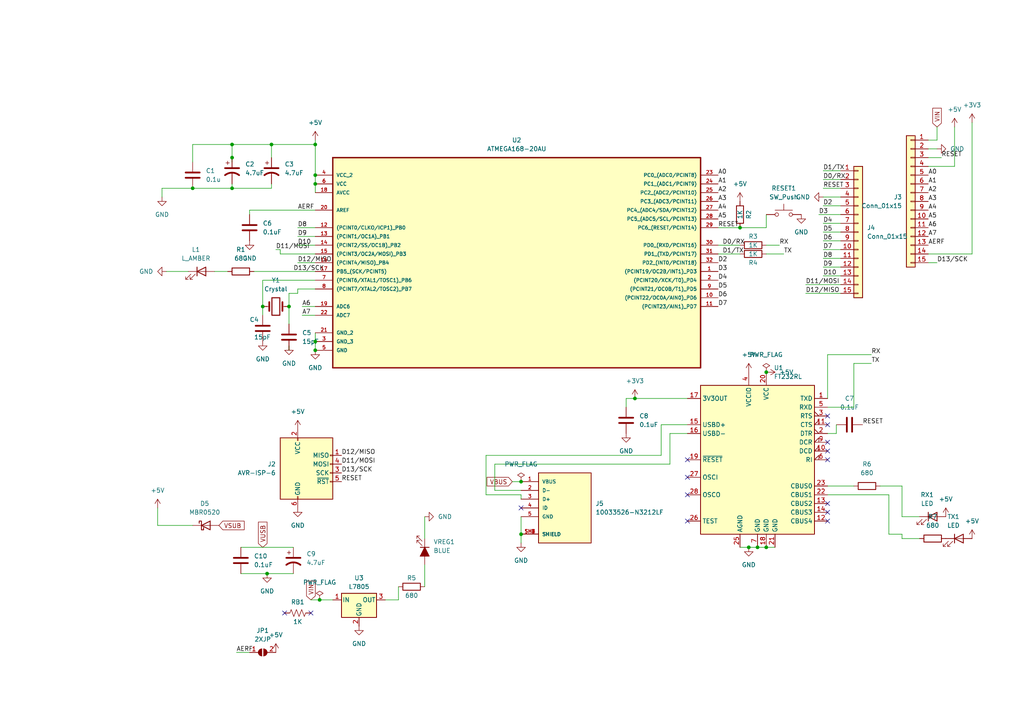
<source format=kicad_sch>
(kicad_sch
	(version 20231120)
	(generator "eeschema")
	(generator_version "8.0")
	(uuid "51ca6845-a908-4306-ba36-cafb32778b50")
	(paper "A4")
	(lib_symbols
		(symbol "10033526-N3212LF:10033526-N3212LF"
			(pin_names
				(offset 1.016)
			)
			(exclude_from_sim no)
			(in_bom yes)
			(on_board yes)
			(property "Reference" "J"
				(at -7.62 10.922 0)
				(effects
					(font
						(size 1.27 1.27)
					)
					(justify left bottom)
				)
			)
			(property "Value" "10033526-N3212LF"
				(at -7.62 -12.7 0)
				(effects
					(font
						(size 1.27 1.27)
					)
					(justify left bottom)
				)
			)
			(property "Footprint" "10033526-N3212LF:AMPHENOL_10033526-N3212LF"
				(at 0 0 0)
				(effects
					(font
						(size 1.27 1.27)
					)
					(justify bottom)
					(hide yes)
				)
			)
			(property "Datasheet" ""
				(at 0 0 0)
				(effects
					(font
						(size 1.27 1.27)
					)
					(hide yes)
				)
			)
			(property "Description" "\nMINI USB 2.0- B Type Receptacle conn. Right Angle Surface Mount Type\n"
				(at 0 0 0)
				(effects
					(font
						(size 1.27 1.27)
					)
					(justify bottom)
					(hide yes)
				)
			)
			(property "MF" "Amphenol ICC"
				(at 0 0 0)
				(effects
					(font
						(size 1.27 1.27)
					)
					(justify bottom)
					(hide yes)
				)
			)
			(property "PACKAGE" "None"
				(at 0 0 0)
				(effects
					(font
						(size 1.27 1.27)
					)
					(justify bottom)
					(hide yes)
				)
			)
			(property "PRICE" "None"
				(at 0 0 0)
				(effects
					(font
						(size 1.27 1.27)
					)
					(justify bottom)
					(hide yes)
				)
			)
			(property "Package" "None"
				(at 0 0 0)
				(effects
					(font
						(size 1.27 1.27)
					)
					(justify bottom)
					(hide yes)
				)
			)
			(property "Check_prices" "https://www.snapeda.com/parts/10033526-N3212LF/Amphenol+FCI/view-part/?ref=eda"
				(at 0 0 0)
				(effects
					(font
						(size 1.27 1.27)
					)
					(justify bottom)
					(hide yes)
				)
			)
			(property "Price" "None"
				(at 0 0 0)
				(effects
					(font
						(size 1.27 1.27)
					)
					(justify bottom)
					(hide yes)
				)
			)
			(property "SnapEDA_Link" "https://www.snapeda.com/parts/10033526-N3212LF/Amphenol+FCI/view-part/?ref=snap"
				(at 0 0 0)
				(effects
					(font
						(size 1.27 1.27)
					)
					(justify bottom)
					(hide yes)
				)
			)
			(property "MP" "10033526-N3212LF"
				(at 0 0 0)
				(effects
					(font
						(size 1.27 1.27)
					)
					(justify bottom)
					(hide yes)
				)
			)
			(property "Purchase-URL" "https://www.snapeda.com/api/url_track_click_mouser/?unipart_id=354349&manufacturer=Amphenol ICC&part_name=10033526-N3212LF&search_term=usb_mini_b"
				(at 0 0 0)
				(effects
					(font
						(size 1.27 1.27)
					)
					(justify bottom)
					(hide yes)
				)
			)
			(property "Availability" "In Stock"
				(at 0 0 0)
				(effects
					(font
						(size 1.27 1.27)
					)
					(justify bottom)
					(hide yes)
				)
			)
			(property "AVAILABILITY" "In Stock"
				(at 0 0 0)
				(effects
					(font
						(size 1.27 1.27)
					)
					(justify bottom)
					(hide yes)
				)
			)
			(property "PURCHASE-URL" "https://pricing.snapeda.com/search/part/10033526-N3212LF/?ref=eda"
				(at 0 0 0)
				(effects
					(font
						(size 1.27 1.27)
					)
					(justify bottom)
					(hide yes)
				)
			)
			(symbol "10033526-N3212LF_0_0"
				(rectangle
					(start -7.62 -10.16)
					(end 7.62 10.16)
					(stroke
						(width 0.254)
						(type default)
					)
					(fill
						(type background)
					)
				)
				(pin power_in line
					(at -12.7 7.62 0)
					(length 5.08)
					(name "VBUS"
						(effects
							(font
								(size 1.016 1.016)
							)
						)
					)
					(number "1"
						(effects
							(font
								(size 1.016 1.016)
							)
						)
					)
				)
				(pin bidirectional line
					(at -12.7 5.08 0)
					(length 5.08)
					(name "D-"
						(effects
							(font
								(size 1.016 1.016)
							)
						)
					)
					(number "2"
						(effects
							(font
								(size 1.016 1.016)
							)
						)
					)
				)
				(pin bidirectional line
					(at -12.7 2.54 0)
					(length 5.08)
					(name "D+"
						(effects
							(font
								(size 1.016 1.016)
							)
						)
					)
					(number "3"
						(effects
							(font
								(size 1.016 1.016)
							)
						)
					)
				)
				(pin bidirectional line
					(at -12.7 0 0)
					(length 5.08)
					(name "ID"
						(effects
							(font
								(size 1.016 1.016)
							)
						)
					)
					(number "4"
						(effects
							(font
								(size 1.016 1.016)
							)
						)
					)
				)
				(pin power_in line
					(at -12.7 -2.54 0)
					(length 5.08)
					(name "GND"
						(effects
							(font
								(size 1.016 1.016)
							)
						)
					)
					(number "5"
						(effects
							(font
								(size 1.016 1.016)
							)
						)
					)
				)
				(pin passive line
					(at -12.7 -7.62 0)
					(length 5.08)
					(name "SHIELD"
						(effects
							(font
								(size 1.016 1.016)
							)
						)
					)
					(number "SH1"
						(effects
							(font
								(size 1.016 1.016)
							)
						)
					)
				)
				(pin passive line
					(at -12.7 -7.62 0)
					(length 5.08)
					(name "SHIELD"
						(effects
							(font
								(size 1.016 1.016)
							)
						)
					)
					(number "SH2"
						(effects
							(font
								(size 1.016 1.016)
							)
						)
					)
				)
				(pin passive line
					(at -12.7 -7.62 0)
					(length 5.08)
					(name "SHIELD"
						(effects
							(font
								(size 1.016 1.016)
							)
						)
					)
					(number "SH3"
						(effects
							(font
								(size 1.016 1.016)
							)
						)
					)
				)
				(pin passive line
					(at -12.7 -7.62 0)
					(length 5.08)
					(name "SHIELD"
						(effects
							(font
								(size 1.016 1.016)
							)
						)
					)
					(number "SH4"
						(effects
							(font
								(size 1.016 1.016)
							)
						)
					)
				)
			)
		)
		(symbol "ATMEGA168-20AU:ATMEGA168-20AU"
			(pin_names
				(offset 1.016)
			)
			(exclude_from_sim no)
			(in_bom yes)
			(on_board yes)
			(property "Reference" "U"
				(at -5.6937 30.7563 0)
				(effects
					(font
						(size 1.27 1.27)
					)
					(justify left bottom)
				)
			)
			(property "Value" "ATMEGA168-20AU"
				(at -3.7863 -37.3801 0)
				(effects
					(font
						(size 1.27 1.27)
					)
					(justify left bottom)
				)
			)
			(property "Footprint" "ATMEGA168-20AU:QFP80P900X900X120-32N"
				(at 0 0 0)
				(effects
					(font
						(size 1.27 1.27)
					)
					(justify bottom)
					(hide yes)
				)
			)
			(property "Datasheet" ""
				(at 0 0 0)
				(effects
					(font
						(size 1.27 1.27)
					)
					(hide yes)
				)
			)
			(property "Description" "\nAVR AVR® ATmega Microcontroller IC 8-Bit 20MHz 16KB (8K x 16) FLASH 32-TQFP (7x7)\n"
				(at 0 0 0)
				(effects
					(font
						(size 1.27 1.27)
					)
					(justify bottom)
					(hide yes)
				)
			)
			(property "MF" "Microchip Technology / Atmel"
				(at 0 0 0)
				(effects
					(font
						(size 1.27 1.27)
					)
					(justify bottom)
					(hide yes)
				)
			)
			(property "PACKAGE" "QFP-32"
				(at 0 0 0)
				(effects
					(font
						(size 1.27 1.27)
					)
					(justify bottom)
					(hide yes)
				)
			)
			(property "MPN" "ATMEGA168-20AU"
				(at 0 0 0)
				(effects
					(font
						(size 1.27 1.27)
					)
					(justify bottom)
					(hide yes)
				)
			)
			(property "Price" "None"
				(at 0 0 0)
				(effects
					(font
						(size 1.27 1.27)
					)
					(justify bottom)
					(hide yes)
				)
			)
			(property "Package" "None"
				(at 0 0 0)
				(effects
					(font
						(size 1.27 1.27)
					)
					(justify bottom)
					(hide yes)
				)
			)
			(property "Check_prices" "https://www.snapeda.com/parts/ATMEGA168-20AU/Atmel/view-part/?ref=eda"
				(at 0 0 0)
				(effects
					(font
						(size 1.27 1.27)
					)
					(justify bottom)
					(hide yes)
				)
			)
			(property "OC_FARNELL" "9171193"
				(at 0 0 0)
				(effects
					(font
						(size 1.27 1.27)
					)
					(justify bottom)
					(hide yes)
				)
			)
			(property "SnapEDA_Link" "https://www.snapeda.com/parts/ATMEGA168-20AU/Atmel/view-part/?ref=snap"
				(at 0 0 0)
				(effects
					(font
						(size 1.27 1.27)
					)
					(justify bottom)
					(hide yes)
				)
			)
			(property "MP" "ATMEGA168-20AU"
				(at 0 0 0)
				(effects
					(font
						(size 1.27 1.27)
					)
					(justify bottom)
					(hide yes)
				)
			)
			(property "Purchase-URL" "https://www.snapeda.com/api/url_track_click_mouser/?unipart_id=6292398&manufacturer=Microchip Technology / Atmel&part_name=ATMEGA168-20AU&search_term=atmega168-20au"
				(at 0 0 0)
				(effects
					(font
						(size 1.27 1.27)
					)
					(justify bottom)
					(hide yes)
				)
			)
			(property "SUPPLIER" "ATMEL"
				(at 0 0 0)
				(effects
					(font
						(size 1.27 1.27)
					)
					(justify bottom)
					(hide yes)
				)
			)
			(property "OC_NEWARK" "01M6891"
				(at 0 0 0)
				(effects
					(font
						(size 1.27 1.27)
					)
					(justify bottom)
					(hide yes)
				)
			)
			(property "Availability" "In Stock"
				(at 0 0 0)
				(effects
					(font
						(size 1.27 1.27)
					)
					(justify bottom)
					(hide yes)
				)
			)
			(symbol "ATMEGA168-20AU_0_0"
				(rectangle
					(start -53.34 -33.02)
					(end 53.34 27.94)
					(stroke
						(width 0.4064)
						(type default)
					)
					(fill
						(type background)
					)
				)
				(pin bidirectional line
					(at 58.42 -5.08 180)
					(length 5.08)
					(name "(PCINT19/OC2B/INT1)_PD3"
						(effects
							(font
								(size 1.016 1.016)
							)
						)
					)
					(number "1"
						(effects
							(font
								(size 1.016 1.016)
							)
						)
					)
				)
				(pin bidirectional line
					(at 58.42 -12.7 180)
					(length 5.08)
					(name "(PCINT22/OC0A/AIN0)_PD6"
						(effects
							(font
								(size 1.016 1.016)
							)
						)
					)
					(number "10"
						(effects
							(font
								(size 1.016 1.016)
							)
						)
					)
				)
				(pin bidirectional line
					(at 58.42 -15.24 180)
					(length 5.08)
					(name "(PCINT23/AIN1)_PD7"
						(effects
							(font
								(size 1.016 1.016)
							)
						)
					)
					(number "11"
						(effects
							(font
								(size 1.016 1.016)
							)
						)
					)
				)
				(pin bidirectional line
					(at -58.42 7.62 0)
					(length 5.08)
					(name "(PCINT0/CLKO/ICP1)_PB0"
						(effects
							(font
								(size 1.016 1.016)
							)
						)
					)
					(number "12"
						(effects
							(font
								(size 1.016 1.016)
							)
						)
					)
				)
				(pin bidirectional line
					(at -58.42 5.08 0)
					(length 5.08)
					(name "(PCINT1/OC1A)_PB1"
						(effects
							(font
								(size 1.016 1.016)
							)
						)
					)
					(number "13"
						(effects
							(font
								(size 1.016 1.016)
							)
						)
					)
				)
				(pin bidirectional line
					(at -58.42 2.54 0)
					(length 5.08)
					(name "(PCINT2/SS/OC1B)_PB2"
						(effects
							(font
								(size 1.016 1.016)
							)
						)
					)
					(number "14"
						(effects
							(font
								(size 1.016 1.016)
							)
						)
					)
				)
				(pin bidirectional line
					(at -58.42 0 0)
					(length 5.08)
					(name "(PCINT3/OC2A/MOSI)_PB3"
						(effects
							(font
								(size 1.016 1.016)
							)
						)
					)
					(number "15"
						(effects
							(font
								(size 1.016 1.016)
							)
						)
					)
				)
				(pin bidirectional line
					(at -58.42 -2.54 0)
					(length 5.08)
					(name "(PCINT4/MISO)_PB4"
						(effects
							(font
								(size 1.016 1.016)
							)
						)
					)
					(number "16"
						(effects
							(font
								(size 1.016 1.016)
							)
						)
					)
				)
				(pin bidirectional line
					(at -58.42 -5.08 0)
					(length 5.08)
					(name "PB5_(SCK/PCINT5)"
						(effects
							(font
								(size 1.016 1.016)
							)
						)
					)
					(number "17"
						(effects
							(font
								(size 1.016 1.016)
							)
						)
					)
				)
				(pin power_in line
					(at -58.42 17.78 0)
					(length 5.08)
					(name "AVCC"
						(effects
							(font
								(size 1.016 1.016)
							)
						)
					)
					(number "18"
						(effects
							(font
								(size 1.016 1.016)
							)
						)
					)
				)
				(pin input line
					(at -58.42 -15.24 0)
					(length 5.08)
					(name "ADC6"
						(effects
							(font
								(size 1.016 1.016)
							)
						)
					)
					(number "19"
						(effects
							(font
								(size 1.016 1.016)
							)
						)
					)
				)
				(pin bidirectional line
					(at 58.42 -7.62 180)
					(length 5.08)
					(name "(PCINT20/XCK/T0)_PD4"
						(effects
							(font
								(size 1.016 1.016)
							)
						)
					)
					(number "2"
						(effects
							(font
								(size 1.016 1.016)
							)
						)
					)
				)
				(pin input line
					(at -58.42 12.7 0)
					(length 5.08)
					(name "AREF"
						(effects
							(font
								(size 1.016 1.016)
							)
						)
					)
					(number "20"
						(effects
							(font
								(size 1.016 1.016)
							)
						)
					)
				)
				(pin passive line
					(at -58.42 -22.86 0)
					(length 5.08)
					(name "GND_2"
						(effects
							(font
								(size 1.016 1.016)
							)
						)
					)
					(number "21"
						(effects
							(font
								(size 1.016 1.016)
							)
						)
					)
				)
				(pin input line
					(at -58.42 -17.78 0)
					(length 5.08)
					(name "ADC7"
						(effects
							(font
								(size 1.016 1.016)
							)
						)
					)
					(number "22"
						(effects
							(font
								(size 1.016 1.016)
							)
						)
					)
				)
				(pin bidirectional line
					(at 58.42 22.86 180)
					(length 5.08)
					(name "PC0_(ADC0/PCINT8)"
						(effects
							(font
								(size 1.016 1.016)
							)
						)
					)
					(number "23"
						(effects
							(font
								(size 1.016 1.016)
							)
						)
					)
				)
				(pin bidirectional line
					(at 58.42 20.32 180)
					(length 5.08)
					(name "PC1_(ADC1/PCINT9)"
						(effects
							(font
								(size 1.016 1.016)
							)
						)
					)
					(number "24"
						(effects
							(font
								(size 1.016 1.016)
							)
						)
					)
				)
				(pin bidirectional line
					(at 58.42 17.78 180)
					(length 5.08)
					(name "PC2_(ADC2/PCINT10)"
						(effects
							(font
								(size 1.016 1.016)
							)
						)
					)
					(number "25"
						(effects
							(font
								(size 1.016 1.016)
							)
						)
					)
				)
				(pin bidirectional line
					(at 58.42 15.24 180)
					(length 5.08)
					(name "PC3_(ADC3/PCINT11)"
						(effects
							(font
								(size 1.016 1.016)
							)
						)
					)
					(number "26"
						(effects
							(font
								(size 1.016 1.016)
							)
						)
					)
				)
				(pin bidirectional line
					(at 58.42 12.7 180)
					(length 5.08)
					(name "PC4_(ADC4/SDA/PCINT12)"
						(effects
							(font
								(size 1.016 1.016)
							)
						)
					)
					(number "27"
						(effects
							(font
								(size 1.016 1.016)
							)
						)
					)
				)
				(pin bidirectional line
					(at 58.42 10.16 180)
					(length 5.08)
					(name "PC5_(ADC5/SCL/PCINT13)"
						(effects
							(font
								(size 1.016 1.016)
							)
						)
					)
					(number "28"
						(effects
							(font
								(size 1.016 1.016)
							)
						)
					)
				)
				(pin bidirectional line
					(at 58.42 7.62 180)
					(length 5.08)
					(name "PC6_(RESET/PCINT14)"
						(effects
							(font
								(size 1.016 1.016)
							)
						)
					)
					(number "29"
						(effects
							(font
								(size 1.016 1.016)
							)
						)
					)
				)
				(pin passive line
					(at -58.42 -25.4 0)
					(length 5.08)
					(name "GND_3"
						(effects
							(font
								(size 1.016 1.016)
							)
						)
					)
					(number "3"
						(effects
							(font
								(size 1.016 1.016)
							)
						)
					)
				)
				(pin bidirectional line
					(at 58.42 2.54 180)
					(length 5.08)
					(name "PD0_(RXD/PCINT16)"
						(effects
							(font
								(size 1.016 1.016)
							)
						)
					)
					(number "30"
						(effects
							(font
								(size 1.016 1.016)
							)
						)
					)
				)
				(pin bidirectional line
					(at 58.42 0 180)
					(length 5.08)
					(name "PD1_(TXD/PCINT17)"
						(effects
							(font
								(size 1.016 1.016)
							)
						)
					)
					(number "31"
						(effects
							(font
								(size 1.016 1.016)
							)
						)
					)
				)
				(pin bidirectional line
					(at 58.42 -2.54 180)
					(length 5.08)
					(name "PD2_(INT0/PCINT18)"
						(effects
							(font
								(size 1.016 1.016)
							)
						)
					)
					(number "32"
						(effects
							(font
								(size 1.016 1.016)
							)
						)
					)
				)
				(pin power_in line
					(at -58.42 22.86 0)
					(length 5.08)
					(name "VCC_2"
						(effects
							(font
								(size 1.016 1.016)
							)
						)
					)
					(number "4"
						(effects
							(font
								(size 1.016 1.016)
							)
						)
					)
				)
				(pin passive line
					(at -58.42 -27.94 0)
					(length 5.08)
					(name "GND"
						(effects
							(font
								(size 1.016 1.016)
							)
						)
					)
					(number "5"
						(effects
							(font
								(size 1.016 1.016)
							)
						)
					)
				)
				(pin power_in line
					(at -58.42 20.32 0)
					(length 5.08)
					(name "VCC"
						(effects
							(font
								(size 1.016 1.016)
							)
						)
					)
					(number "6"
						(effects
							(font
								(size 1.016 1.016)
							)
						)
					)
				)
				(pin bidirectional line
					(at -58.42 -7.62 0)
					(length 5.08)
					(name "(PCINT6/XTAL1/TOSC1)_PB6"
						(effects
							(font
								(size 1.016 1.016)
							)
						)
					)
					(number "7"
						(effects
							(font
								(size 1.016 1.016)
							)
						)
					)
				)
				(pin bidirectional line
					(at -58.42 -10.16 0)
					(length 5.08)
					(name "(PCINT7/XTAL2/TOSC2)_PB7"
						(effects
							(font
								(size 1.016 1.016)
							)
						)
					)
					(number "8"
						(effects
							(font
								(size 1.016 1.016)
							)
						)
					)
				)
				(pin bidirectional line
					(at 58.42 -10.16 180)
					(length 5.08)
					(name "(PCINT21/OC0B/T1)_PD5"
						(effects
							(font
								(size 1.016 1.016)
							)
						)
					)
					(number "9"
						(effects
							(font
								(size 1.016 1.016)
							)
						)
					)
				)
			)
		)
		(symbol "Connector:AVR-ISP-6"
			(pin_names
				(offset 1.016)
			)
			(exclude_from_sim no)
			(in_bom yes)
			(on_board yes)
			(property "Reference" "J"
				(at -6.35 11.43 0)
				(effects
					(font
						(size 1.27 1.27)
					)
					(justify left)
				)
			)
			(property "Value" "AVR-ISP-6"
				(at 0 11.43 0)
				(effects
					(font
						(size 1.27 1.27)
					)
					(justify left)
				)
			)
			(property "Footprint" ""
				(at -6.35 1.27 90)
				(effects
					(font
						(size 1.27 1.27)
					)
					(hide yes)
				)
			)
			(property "Datasheet" " ~"
				(at -32.385 -13.97 0)
				(effects
					(font
						(size 1.27 1.27)
					)
					(hide yes)
				)
			)
			(property "Description" "Atmel 6-pin ISP connector"
				(at 0 0 0)
				(effects
					(font
						(size 1.27 1.27)
					)
					(hide yes)
				)
			)
			(property "ki_keywords" "AVR ISP Connector"
				(at 0 0 0)
				(effects
					(font
						(size 1.27 1.27)
					)
					(hide yes)
				)
			)
			(property "ki_fp_filters" "IDC?Header*2x03* Pin?Header*2x03*"
				(at 0 0 0)
				(effects
					(font
						(size 1.27 1.27)
					)
					(hide yes)
				)
			)
			(symbol "AVR-ISP-6_0_1"
				(rectangle
					(start -2.667 -6.858)
					(end -2.413 -7.62)
					(stroke
						(width 0)
						(type default)
					)
					(fill
						(type none)
					)
				)
				(rectangle
					(start -2.667 10.16)
					(end -2.413 9.398)
					(stroke
						(width 0)
						(type default)
					)
					(fill
						(type none)
					)
				)
				(rectangle
					(start 7.62 -2.413)
					(end 6.858 -2.667)
					(stroke
						(width 0)
						(type default)
					)
					(fill
						(type none)
					)
				)
				(rectangle
					(start 7.62 0.127)
					(end 6.858 -0.127)
					(stroke
						(width 0)
						(type default)
					)
					(fill
						(type none)
					)
				)
				(rectangle
					(start 7.62 2.667)
					(end 6.858 2.413)
					(stroke
						(width 0)
						(type default)
					)
					(fill
						(type none)
					)
				)
				(rectangle
					(start 7.62 5.207)
					(end 6.858 4.953)
					(stroke
						(width 0)
						(type default)
					)
					(fill
						(type none)
					)
				)
				(rectangle
					(start 7.62 10.16)
					(end -7.62 -7.62)
					(stroke
						(width 0.254)
						(type default)
					)
					(fill
						(type background)
					)
				)
			)
			(symbol "AVR-ISP-6_1_1"
				(pin passive line
					(at 10.16 5.08 180)
					(length 2.54)
					(name "MISO"
						(effects
							(font
								(size 1.27 1.27)
							)
						)
					)
					(number "1"
						(effects
							(font
								(size 1.27 1.27)
							)
						)
					)
				)
				(pin passive line
					(at -2.54 12.7 270)
					(length 2.54)
					(name "VCC"
						(effects
							(font
								(size 1.27 1.27)
							)
						)
					)
					(number "2"
						(effects
							(font
								(size 1.27 1.27)
							)
						)
					)
				)
				(pin passive line
					(at 10.16 0 180)
					(length 2.54)
					(name "SCK"
						(effects
							(font
								(size 1.27 1.27)
							)
						)
					)
					(number "3"
						(effects
							(font
								(size 1.27 1.27)
							)
						)
					)
				)
				(pin passive line
					(at 10.16 2.54 180)
					(length 2.54)
					(name "MOSI"
						(effects
							(font
								(size 1.27 1.27)
							)
						)
					)
					(number "4"
						(effects
							(font
								(size 1.27 1.27)
							)
						)
					)
				)
				(pin passive line
					(at 10.16 -2.54 180)
					(length 2.54)
					(name "~{RST}"
						(effects
							(font
								(size 1.27 1.27)
							)
						)
					)
					(number "5"
						(effects
							(font
								(size 1.27 1.27)
							)
						)
					)
				)
				(pin passive line
					(at -2.54 -10.16 90)
					(length 2.54)
					(name "GND"
						(effects
							(font
								(size 1.27 1.27)
							)
						)
					)
					(number "6"
						(effects
							(font
								(size 1.27 1.27)
							)
						)
					)
				)
			)
		)
		(symbol "Connector_Generic:Conn_01x15"
			(pin_names
				(offset 1.016) hide)
			(exclude_from_sim no)
			(in_bom yes)
			(on_board yes)
			(property "Reference" "J"
				(at 0 20.32 0)
				(effects
					(font
						(size 1.27 1.27)
					)
				)
			)
			(property "Value" "Conn_01x15"
				(at 0 -20.32 0)
				(effects
					(font
						(size 1.27 1.27)
					)
				)
			)
			(property "Footprint" ""
				(at 0 0 0)
				(effects
					(font
						(size 1.27 1.27)
					)
					(hide yes)
				)
			)
			(property "Datasheet" "~"
				(at 0 0 0)
				(effects
					(font
						(size 1.27 1.27)
					)
					(hide yes)
				)
			)
			(property "Description" "Generic connector, single row, 01x15, script generated (kicad-library-utils/schlib/autogen/connector/)"
				(at 0 0 0)
				(effects
					(font
						(size 1.27 1.27)
					)
					(hide yes)
				)
			)
			(property "ki_keywords" "connector"
				(at 0 0 0)
				(effects
					(font
						(size 1.27 1.27)
					)
					(hide yes)
				)
			)
			(property "ki_fp_filters" "Connector*:*_1x??_*"
				(at 0 0 0)
				(effects
					(font
						(size 1.27 1.27)
					)
					(hide yes)
				)
			)
			(symbol "Conn_01x15_1_1"
				(rectangle
					(start -1.27 -17.653)
					(end 0 -17.907)
					(stroke
						(width 0.1524)
						(type default)
					)
					(fill
						(type none)
					)
				)
				(rectangle
					(start -1.27 -15.113)
					(end 0 -15.367)
					(stroke
						(width 0.1524)
						(type default)
					)
					(fill
						(type none)
					)
				)
				(rectangle
					(start -1.27 -12.573)
					(end 0 -12.827)
					(stroke
						(width 0.1524)
						(type default)
					)
					(fill
						(type none)
					)
				)
				(rectangle
					(start -1.27 -10.033)
					(end 0 -10.287)
					(stroke
						(width 0.1524)
						(type default)
					)
					(fill
						(type none)
					)
				)
				(rectangle
					(start -1.27 -7.493)
					(end 0 -7.747)
					(stroke
						(width 0.1524)
						(type default)
					)
					(fill
						(type none)
					)
				)
				(rectangle
					(start -1.27 -4.953)
					(end 0 -5.207)
					(stroke
						(width 0.1524)
						(type default)
					)
					(fill
						(type none)
					)
				)
				(rectangle
					(start -1.27 -2.413)
					(end 0 -2.667)
					(stroke
						(width 0.1524)
						(type default)
					)
					(fill
						(type none)
					)
				)
				(rectangle
					(start -1.27 0.127)
					(end 0 -0.127)
					(stroke
						(width 0.1524)
						(type default)
					)
					(fill
						(type none)
					)
				)
				(rectangle
					(start -1.27 2.667)
					(end 0 2.413)
					(stroke
						(width 0.1524)
						(type default)
					)
					(fill
						(type none)
					)
				)
				(rectangle
					(start -1.27 5.207)
					(end 0 4.953)
					(stroke
						(width 0.1524)
						(type default)
					)
					(fill
						(type none)
					)
				)
				(rectangle
					(start -1.27 7.747)
					(end 0 7.493)
					(stroke
						(width 0.1524)
						(type default)
					)
					(fill
						(type none)
					)
				)
				(rectangle
					(start -1.27 10.287)
					(end 0 10.033)
					(stroke
						(width 0.1524)
						(type default)
					)
					(fill
						(type none)
					)
				)
				(rectangle
					(start -1.27 12.827)
					(end 0 12.573)
					(stroke
						(width 0.1524)
						(type default)
					)
					(fill
						(type none)
					)
				)
				(rectangle
					(start -1.27 15.367)
					(end 0 15.113)
					(stroke
						(width 0.1524)
						(type default)
					)
					(fill
						(type none)
					)
				)
				(rectangle
					(start -1.27 17.907)
					(end 0 17.653)
					(stroke
						(width 0.1524)
						(type default)
					)
					(fill
						(type none)
					)
				)
				(rectangle
					(start -1.27 19.05)
					(end 1.27 -19.05)
					(stroke
						(width 0.254)
						(type default)
					)
					(fill
						(type background)
					)
				)
				(pin passive line
					(at -5.08 17.78 0)
					(length 3.81)
					(name "Pin_1"
						(effects
							(font
								(size 1.27 1.27)
							)
						)
					)
					(number "1"
						(effects
							(font
								(size 1.27 1.27)
							)
						)
					)
				)
				(pin passive line
					(at -5.08 -5.08 0)
					(length 3.81)
					(name "Pin_10"
						(effects
							(font
								(size 1.27 1.27)
							)
						)
					)
					(number "10"
						(effects
							(font
								(size 1.27 1.27)
							)
						)
					)
				)
				(pin passive line
					(at -5.08 -7.62 0)
					(length 3.81)
					(name "Pin_11"
						(effects
							(font
								(size 1.27 1.27)
							)
						)
					)
					(number "11"
						(effects
							(font
								(size 1.27 1.27)
							)
						)
					)
				)
				(pin passive line
					(at -5.08 -10.16 0)
					(length 3.81)
					(name "Pin_12"
						(effects
							(font
								(size 1.27 1.27)
							)
						)
					)
					(number "12"
						(effects
							(font
								(size 1.27 1.27)
							)
						)
					)
				)
				(pin passive line
					(at -5.08 -12.7 0)
					(length 3.81)
					(name "Pin_13"
						(effects
							(font
								(size 1.27 1.27)
							)
						)
					)
					(number "13"
						(effects
							(font
								(size 1.27 1.27)
							)
						)
					)
				)
				(pin passive line
					(at -5.08 -15.24 0)
					(length 3.81)
					(name "Pin_14"
						(effects
							(font
								(size 1.27 1.27)
							)
						)
					)
					(number "14"
						(effects
							(font
								(size 1.27 1.27)
							)
						)
					)
				)
				(pin passive line
					(at -5.08 -17.78 0)
					(length 3.81)
					(name "Pin_15"
						(effects
							(font
								(size 1.27 1.27)
							)
						)
					)
					(number "15"
						(effects
							(font
								(size 1.27 1.27)
							)
						)
					)
				)
				(pin passive line
					(at -5.08 15.24 0)
					(length 3.81)
					(name "Pin_2"
						(effects
							(font
								(size 1.27 1.27)
							)
						)
					)
					(number "2"
						(effects
							(font
								(size 1.27 1.27)
							)
						)
					)
				)
				(pin passive line
					(at -5.08 12.7 0)
					(length 3.81)
					(name "Pin_3"
						(effects
							(font
								(size 1.27 1.27)
							)
						)
					)
					(number "3"
						(effects
							(font
								(size 1.27 1.27)
							)
						)
					)
				)
				(pin passive line
					(at -5.08 10.16 0)
					(length 3.81)
					(name "Pin_4"
						(effects
							(font
								(size 1.27 1.27)
							)
						)
					)
					(number "4"
						(effects
							(font
								(size 1.27 1.27)
							)
						)
					)
				)
				(pin passive line
					(at -5.08 7.62 0)
					(length 3.81)
					(name "Pin_5"
						(effects
							(font
								(size 1.27 1.27)
							)
						)
					)
					(number "5"
						(effects
							(font
								(size 1.27 1.27)
							)
						)
					)
				)
				(pin passive line
					(at -5.08 5.08 0)
					(length 3.81)
					(name "Pin_6"
						(effects
							(font
								(size 1.27 1.27)
							)
						)
					)
					(number "6"
						(effects
							(font
								(size 1.27 1.27)
							)
						)
					)
				)
				(pin passive line
					(at -5.08 2.54 0)
					(length 3.81)
					(name "Pin_7"
						(effects
							(font
								(size 1.27 1.27)
							)
						)
					)
					(number "7"
						(effects
							(font
								(size 1.27 1.27)
							)
						)
					)
				)
				(pin passive line
					(at -5.08 0 0)
					(length 3.81)
					(name "Pin_8"
						(effects
							(font
								(size 1.27 1.27)
							)
						)
					)
					(number "8"
						(effects
							(font
								(size 1.27 1.27)
							)
						)
					)
				)
				(pin passive line
					(at -5.08 -2.54 0)
					(length 3.81)
					(name "Pin_9"
						(effects
							(font
								(size 1.27 1.27)
							)
						)
					)
					(number "9"
						(effects
							(font
								(size 1.27 1.27)
							)
						)
					)
				)
			)
		)
		(symbol "Device:C"
			(pin_numbers hide)
			(pin_names
				(offset 0.254)
			)
			(exclude_from_sim no)
			(in_bom yes)
			(on_board yes)
			(property "Reference" "C"
				(at 0.635 2.54 0)
				(effects
					(font
						(size 1.27 1.27)
					)
					(justify left)
				)
			)
			(property "Value" "C"
				(at 0.635 -2.54 0)
				(effects
					(font
						(size 1.27 1.27)
					)
					(justify left)
				)
			)
			(property "Footprint" ""
				(at 0.9652 -3.81 0)
				(effects
					(font
						(size 1.27 1.27)
					)
					(hide yes)
				)
			)
			(property "Datasheet" "~"
				(at 0 0 0)
				(effects
					(font
						(size 1.27 1.27)
					)
					(hide yes)
				)
			)
			(property "Description" "Unpolarized capacitor"
				(at 0 0 0)
				(effects
					(font
						(size 1.27 1.27)
					)
					(hide yes)
				)
			)
			(property "ki_keywords" "cap capacitor"
				(at 0 0 0)
				(effects
					(font
						(size 1.27 1.27)
					)
					(hide yes)
				)
			)
			(property "ki_fp_filters" "C_*"
				(at 0 0 0)
				(effects
					(font
						(size 1.27 1.27)
					)
					(hide yes)
				)
			)
			(symbol "C_0_1"
				(polyline
					(pts
						(xy -2.032 -0.762) (xy 2.032 -0.762)
					)
					(stroke
						(width 0.508)
						(type default)
					)
					(fill
						(type none)
					)
				)
				(polyline
					(pts
						(xy -2.032 0.762) (xy 2.032 0.762)
					)
					(stroke
						(width 0.508)
						(type default)
					)
					(fill
						(type none)
					)
				)
			)
			(symbol "C_1_1"
				(pin passive line
					(at 0 3.81 270)
					(length 2.794)
					(name "~"
						(effects
							(font
								(size 1.27 1.27)
							)
						)
					)
					(number "1"
						(effects
							(font
								(size 1.27 1.27)
							)
						)
					)
				)
				(pin passive line
					(at 0 -3.81 90)
					(length 2.794)
					(name "~"
						(effects
							(font
								(size 1.27 1.27)
							)
						)
					)
					(number "2"
						(effects
							(font
								(size 1.27 1.27)
							)
						)
					)
				)
			)
		)
		(symbol "Device:C_Polarized_US"
			(pin_numbers hide)
			(pin_names
				(offset 0.254) hide)
			(exclude_from_sim no)
			(in_bom yes)
			(on_board yes)
			(property "Reference" "C"
				(at 0.635 2.54 0)
				(effects
					(font
						(size 1.27 1.27)
					)
					(justify left)
				)
			)
			(property "Value" "C_Polarized_US"
				(at 0.635 -2.54 0)
				(effects
					(font
						(size 1.27 1.27)
					)
					(justify left)
				)
			)
			(property "Footprint" ""
				(at 0 0 0)
				(effects
					(font
						(size 1.27 1.27)
					)
					(hide yes)
				)
			)
			(property "Datasheet" "~"
				(at 0 0 0)
				(effects
					(font
						(size 1.27 1.27)
					)
					(hide yes)
				)
			)
			(property "Description" "Polarized capacitor, US symbol"
				(at 0 0 0)
				(effects
					(font
						(size 1.27 1.27)
					)
					(hide yes)
				)
			)
			(property "ki_keywords" "cap capacitor"
				(at 0 0 0)
				(effects
					(font
						(size 1.27 1.27)
					)
					(hide yes)
				)
			)
			(property "ki_fp_filters" "CP_*"
				(at 0 0 0)
				(effects
					(font
						(size 1.27 1.27)
					)
					(hide yes)
				)
			)
			(symbol "C_Polarized_US_0_1"
				(polyline
					(pts
						(xy -2.032 0.762) (xy 2.032 0.762)
					)
					(stroke
						(width 0.508)
						(type default)
					)
					(fill
						(type none)
					)
				)
				(polyline
					(pts
						(xy -1.778 2.286) (xy -0.762 2.286)
					)
					(stroke
						(width 0)
						(type default)
					)
					(fill
						(type none)
					)
				)
				(polyline
					(pts
						(xy -1.27 1.778) (xy -1.27 2.794)
					)
					(stroke
						(width 0)
						(type default)
					)
					(fill
						(type none)
					)
				)
				(arc
					(start 2.032 -1.27)
					(mid 0 -0.5572)
					(end -2.032 -1.27)
					(stroke
						(width 0.508)
						(type default)
					)
					(fill
						(type none)
					)
				)
			)
			(symbol "C_Polarized_US_1_1"
				(pin passive line
					(at 0 3.81 270)
					(length 2.794)
					(name "~"
						(effects
							(font
								(size 1.27 1.27)
							)
						)
					)
					(number "1"
						(effects
							(font
								(size 1.27 1.27)
							)
						)
					)
				)
				(pin passive line
					(at 0 -3.81 90)
					(length 3.302)
					(name "~"
						(effects
							(font
								(size 1.27 1.27)
							)
						)
					)
					(number "2"
						(effects
							(font
								(size 1.27 1.27)
							)
						)
					)
				)
			)
		)
		(symbol "Device:Crystal"
			(pin_numbers hide)
			(pin_names
				(offset 1.016) hide)
			(exclude_from_sim no)
			(in_bom yes)
			(on_board yes)
			(property "Reference" "Y"
				(at 0 3.81 0)
				(effects
					(font
						(size 1.27 1.27)
					)
				)
			)
			(property "Value" "Crystal"
				(at 0 -3.81 0)
				(effects
					(font
						(size 1.27 1.27)
					)
				)
			)
			(property "Footprint" ""
				(at 0 0 0)
				(effects
					(font
						(size 1.27 1.27)
					)
					(hide yes)
				)
			)
			(property "Datasheet" "~"
				(at 0 0 0)
				(effects
					(font
						(size 1.27 1.27)
					)
					(hide yes)
				)
			)
			(property "Description" "Two pin crystal"
				(at 0 0 0)
				(effects
					(font
						(size 1.27 1.27)
					)
					(hide yes)
				)
			)
			(property "ki_keywords" "quartz ceramic resonator oscillator"
				(at 0 0 0)
				(effects
					(font
						(size 1.27 1.27)
					)
					(hide yes)
				)
			)
			(property "ki_fp_filters" "Crystal*"
				(at 0 0 0)
				(effects
					(font
						(size 1.27 1.27)
					)
					(hide yes)
				)
			)
			(symbol "Crystal_0_1"
				(rectangle
					(start -1.143 2.54)
					(end 1.143 -2.54)
					(stroke
						(width 0.3048)
						(type default)
					)
					(fill
						(type none)
					)
				)
				(polyline
					(pts
						(xy -2.54 0) (xy -1.905 0)
					)
					(stroke
						(width 0)
						(type default)
					)
					(fill
						(type none)
					)
				)
				(polyline
					(pts
						(xy -1.905 -1.27) (xy -1.905 1.27)
					)
					(stroke
						(width 0.508)
						(type default)
					)
					(fill
						(type none)
					)
				)
				(polyline
					(pts
						(xy 1.905 -1.27) (xy 1.905 1.27)
					)
					(stroke
						(width 0.508)
						(type default)
					)
					(fill
						(type none)
					)
				)
				(polyline
					(pts
						(xy 2.54 0) (xy 1.905 0)
					)
					(stroke
						(width 0)
						(type default)
					)
					(fill
						(type none)
					)
				)
			)
			(symbol "Crystal_1_1"
				(pin passive line
					(at -3.81 0 0)
					(length 1.27)
					(name "1"
						(effects
							(font
								(size 1.27 1.27)
							)
						)
					)
					(number "1"
						(effects
							(font
								(size 1.27 1.27)
							)
						)
					)
				)
				(pin passive line
					(at 3.81 0 180)
					(length 1.27)
					(name "2"
						(effects
							(font
								(size 1.27 1.27)
							)
						)
					)
					(number "2"
						(effects
							(font
								(size 1.27 1.27)
							)
						)
					)
				)
			)
		)
		(symbol "Device:LED"
			(pin_numbers hide)
			(pin_names
				(offset 1.016) hide)
			(exclude_from_sim no)
			(in_bom yes)
			(on_board yes)
			(property "Reference" "D"
				(at 0 2.54 0)
				(effects
					(font
						(size 1.27 1.27)
					)
				)
			)
			(property "Value" "LED"
				(at 0 -2.54 0)
				(effects
					(font
						(size 1.27 1.27)
					)
				)
			)
			(property "Footprint" ""
				(at 0 0 0)
				(effects
					(font
						(size 1.27 1.27)
					)
					(hide yes)
				)
			)
			(property "Datasheet" "~"
				(at 0 0 0)
				(effects
					(font
						(size 1.27 1.27)
					)
					(hide yes)
				)
			)
			(property "Description" "Light emitting diode"
				(at 0 0 0)
				(effects
					(font
						(size 1.27 1.27)
					)
					(hide yes)
				)
			)
			(property "ki_keywords" "LED diode"
				(at 0 0 0)
				(effects
					(font
						(size 1.27 1.27)
					)
					(hide yes)
				)
			)
			(property "ki_fp_filters" "LED* LED_SMD:* LED_THT:*"
				(at 0 0 0)
				(effects
					(font
						(size 1.27 1.27)
					)
					(hide yes)
				)
			)
			(symbol "LED_0_1"
				(polyline
					(pts
						(xy -1.27 -1.27) (xy -1.27 1.27)
					)
					(stroke
						(width 0.254)
						(type default)
					)
					(fill
						(type none)
					)
				)
				(polyline
					(pts
						(xy -1.27 0) (xy 1.27 0)
					)
					(stroke
						(width 0)
						(type default)
					)
					(fill
						(type none)
					)
				)
				(polyline
					(pts
						(xy 1.27 -1.27) (xy 1.27 1.27) (xy -1.27 0) (xy 1.27 -1.27)
					)
					(stroke
						(width 0.254)
						(type default)
					)
					(fill
						(type none)
					)
				)
				(polyline
					(pts
						(xy -3.048 -0.762) (xy -4.572 -2.286) (xy -3.81 -2.286) (xy -4.572 -2.286) (xy -4.572 -1.524)
					)
					(stroke
						(width 0)
						(type default)
					)
					(fill
						(type none)
					)
				)
				(polyline
					(pts
						(xy -1.778 -0.762) (xy -3.302 -2.286) (xy -2.54 -2.286) (xy -3.302 -2.286) (xy -3.302 -1.524)
					)
					(stroke
						(width 0)
						(type default)
					)
					(fill
						(type none)
					)
				)
			)
			(symbol "LED_1_1"
				(pin passive line
					(at -3.81 0 0)
					(length 2.54)
					(name "K"
						(effects
							(font
								(size 1.27 1.27)
							)
						)
					)
					(number "1"
						(effects
							(font
								(size 1.27 1.27)
							)
						)
					)
				)
				(pin passive line
					(at 3.81 0 180)
					(length 2.54)
					(name "A"
						(effects
							(font
								(size 1.27 1.27)
							)
						)
					)
					(number "2"
						(effects
							(font
								(size 1.27 1.27)
							)
						)
					)
				)
			)
		)
		(symbol "Device:LED_Filled"
			(pin_numbers hide)
			(pin_names
				(offset 1.016) hide)
			(exclude_from_sim no)
			(in_bom yes)
			(on_board yes)
			(property "Reference" "D"
				(at 0 2.54 0)
				(effects
					(font
						(size 1.27 1.27)
					)
				)
			)
			(property "Value" "LED_Filled"
				(at 0 -2.54 0)
				(effects
					(font
						(size 1.27 1.27)
					)
				)
			)
			(property "Footprint" ""
				(at 0 0 0)
				(effects
					(font
						(size 1.27 1.27)
					)
					(hide yes)
				)
			)
			(property "Datasheet" "~"
				(at 0 0 0)
				(effects
					(font
						(size 1.27 1.27)
					)
					(hide yes)
				)
			)
			(property "Description" "Light emitting diode, filled shape"
				(at 0 0 0)
				(effects
					(font
						(size 1.27 1.27)
					)
					(hide yes)
				)
			)
			(property "ki_keywords" "LED diode"
				(at 0 0 0)
				(effects
					(font
						(size 1.27 1.27)
					)
					(hide yes)
				)
			)
			(property "ki_fp_filters" "LED* LED_SMD:* LED_THT:*"
				(at 0 0 0)
				(effects
					(font
						(size 1.27 1.27)
					)
					(hide yes)
				)
			)
			(symbol "LED_Filled_0_1"
				(polyline
					(pts
						(xy -1.27 -1.27) (xy -1.27 1.27)
					)
					(stroke
						(width 0.254)
						(type default)
					)
					(fill
						(type none)
					)
				)
				(polyline
					(pts
						(xy -1.27 0) (xy 1.27 0)
					)
					(stroke
						(width 0)
						(type default)
					)
					(fill
						(type none)
					)
				)
				(polyline
					(pts
						(xy 1.27 -1.27) (xy 1.27 1.27) (xy -1.27 0) (xy 1.27 -1.27)
					)
					(stroke
						(width 0.254)
						(type default)
					)
					(fill
						(type outline)
					)
				)
				(polyline
					(pts
						(xy -3.048 -0.762) (xy -4.572 -2.286) (xy -3.81 -2.286) (xy -4.572 -2.286) (xy -4.572 -1.524)
					)
					(stroke
						(width 0)
						(type default)
					)
					(fill
						(type none)
					)
				)
				(polyline
					(pts
						(xy -1.778 -0.762) (xy -3.302 -2.286) (xy -2.54 -2.286) (xy -3.302 -2.286) (xy -3.302 -1.524)
					)
					(stroke
						(width 0)
						(type default)
					)
					(fill
						(type none)
					)
				)
			)
			(symbol "LED_Filled_1_1"
				(pin passive line
					(at -3.81 0 0)
					(length 2.54)
					(name "K"
						(effects
							(font
								(size 1.27 1.27)
							)
						)
					)
					(number "1"
						(effects
							(font
								(size 1.27 1.27)
							)
						)
					)
				)
				(pin passive line
					(at 3.81 0 180)
					(length 2.54)
					(name "A"
						(effects
							(font
								(size 1.27 1.27)
							)
						)
					)
					(number "2"
						(effects
							(font
								(size 1.27 1.27)
							)
						)
					)
				)
			)
		)
		(symbol "Device:R"
			(pin_numbers hide)
			(pin_names
				(offset 0)
			)
			(exclude_from_sim no)
			(in_bom yes)
			(on_board yes)
			(property "Reference" "R"
				(at 2.032 0 90)
				(effects
					(font
						(size 1.27 1.27)
					)
				)
			)
			(property "Value" "R"
				(at 0 0 90)
				(effects
					(font
						(size 1.27 1.27)
					)
				)
			)
			(property "Footprint" ""
				(at -1.778 0 90)
				(effects
					(font
						(size 1.27 1.27)
					)
					(hide yes)
				)
			)
			(property "Datasheet" "~"
				(at 0 0 0)
				(effects
					(font
						(size 1.27 1.27)
					)
					(hide yes)
				)
			)
			(property "Description" "Resistor"
				(at 0 0 0)
				(effects
					(font
						(size 1.27 1.27)
					)
					(hide yes)
				)
			)
			(property "ki_keywords" "R res resistor"
				(at 0 0 0)
				(effects
					(font
						(size 1.27 1.27)
					)
					(hide yes)
				)
			)
			(property "ki_fp_filters" "R_*"
				(at 0 0 0)
				(effects
					(font
						(size 1.27 1.27)
					)
					(hide yes)
				)
			)
			(symbol "R_0_1"
				(rectangle
					(start -1.016 -2.54)
					(end 1.016 2.54)
					(stroke
						(width 0.254)
						(type default)
					)
					(fill
						(type none)
					)
				)
			)
			(symbol "R_1_1"
				(pin passive line
					(at 0 3.81 270)
					(length 1.27)
					(name "~"
						(effects
							(font
								(size 1.27 1.27)
							)
						)
					)
					(number "1"
						(effects
							(font
								(size 1.27 1.27)
							)
						)
					)
				)
				(pin passive line
					(at 0 -3.81 90)
					(length 1.27)
					(name "~"
						(effects
							(font
								(size 1.27 1.27)
							)
						)
					)
					(number "2"
						(effects
							(font
								(size 1.27 1.27)
							)
						)
					)
				)
			)
		)
		(symbol "Device:R_US"
			(pin_numbers hide)
			(pin_names
				(offset 0)
			)
			(exclude_from_sim no)
			(in_bom yes)
			(on_board yes)
			(property "Reference" "R"
				(at 2.54 0 90)
				(effects
					(font
						(size 1.27 1.27)
					)
				)
			)
			(property "Value" "R_US"
				(at -2.54 0 90)
				(effects
					(font
						(size 1.27 1.27)
					)
				)
			)
			(property "Footprint" ""
				(at 1.016 -0.254 90)
				(effects
					(font
						(size 1.27 1.27)
					)
					(hide yes)
				)
			)
			(property "Datasheet" "~"
				(at 0 0 0)
				(effects
					(font
						(size 1.27 1.27)
					)
					(hide yes)
				)
			)
			(property "Description" "Resistor, US symbol"
				(at 0 0 0)
				(effects
					(font
						(size 1.27 1.27)
					)
					(hide yes)
				)
			)
			(property "ki_keywords" "R res resistor"
				(at 0 0 0)
				(effects
					(font
						(size 1.27 1.27)
					)
					(hide yes)
				)
			)
			(property "ki_fp_filters" "R_*"
				(at 0 0 0)
				(effects
					(font
						(size 1.27 1.27)
					)
					(hide yes)
				)
			)
			(symbol "R_US_0_1"
				(polyline
					(pts
						(xy 0 -2.286) (xy 0 -2.54)
					)
					(stroke
						(width 0)
						(type default)
					)
					(fill
						(type none)
					)
				)
				(polyline
					(pts
						(xy 0 2.286) (xy 0 2.54)
					)
					(stroke
						(width 0)
						(type default)
					)
					(fill
						(type none)
					)
				)
				(polyline
					(pts
						(xy 0 -0.762) (xy 1.016 -1.143) (xy 0 -1.524) (xy -1.016 -1.905) (xy 0 -2.286)
					)
					(stroke
						(width 0)
						(type default)
					)
					(fill
						(type none)
					)
				)
				(polyline
					(pts
						(xy 0 0.762) (xy 1.016 0.381) (xy 0 0) (xy -1.016 -0.381) (xy 0 -0.762)
					)
					(stroke
						(width 0)
						(type default)
					)
					(fill
						(type none)
					)
				)
				(polyline
					(pts
						(xy 0 2.286) (xy 1.016 1.905) (xy 0 1.524) (xy -1.016 1.143) (xy 0 0.762)
					)
					(stroke
						(width 0)
						(type default)
					)
					(fill
						(type none)
					)
				)
			)
			(symbol "R_US_1_1"
				(pin passive line
					(at 0 3.81 270)
					(length 1.27)
					(name "~"
						(effects
							(font
								(size 1.27 1.27)
							)
						)
					)
					(number "1"
						(effects
							(font
								(size 1.27 1.27)
							)
						)
					)
				)
				(pin passive line
					(at 0 -3.81 90)
					(length 1.27)
					(name "~"
						(effects
							(font
								(size 1.27 1.27)
							)
						)
					)
					(number "2"
						(effects
							(font
								(size 1.27 1.27)
							)
						)
					)
				)
			)
		)
		(symbol "Diode:MBR0520LT"
			(pin_numbers hide)
			(pin_names
				(offset 1.016) hide)
			(exclude_from_sim no)
			(in_bom yes)
			(on_board yes)
			(property "Reference" "D"
				(at 0 2.54 0)
				(effects
					(font
						(size 1.27 1.27)
					)
				)
			)
			(property "Value" "MBR0520LT"
				(at 0 -2.54 0)
				(effects
					(font
						(size 1.27 1.27)
					)
				)
			)
			(property "Footprint" "Diode_SMD:D_SOD-123"
				(at 0 -4.445 0)
				(effects
					(font
						(size 1.27 1.27)
					)
					(hide yes)
				)
			)
			(property "Datasheet" "http://www.onsemi.com/pub_link/Collateral/MBR0520LT1-D.PDF"
				(at 0 0 0)
				(effects
					(font
						(size 1.27 1.27)
					)
					(hide yes)
				)
			)
			(property "Description" "20V 0.5A Schottky Power Rectifier Diode, SOD-123"
				(at 0 0 0)
				(effects
					(font
						(size 1.27 1.27)
					)
					(hide yes)
				)
			)
			(property "ki_keywords" "diode Schottky"
				(at 0 0 0)
				(effects
					(font
						(size 1.27 1.27)
					)
					(hide yes)
				)
			)
			(property "ki_fp_filters" "D*SOD?123*"
				(at 0 0 0)
				(effects
					(font
						(size 1.27 1.27)
					)
					(hide yes)
				)
			)
			(symbol "MBR0520LT_0_1"
				(polyline
					(pts
						(xy 1.27 0) (xy -1.27 0)
					)
					(stroke
						(width 0)
						(type default)
					)
					(fill
						(type none)
					)
				)
				(polyline
					(pts
						(xy 1.27 1.27) (xy 1.27 -1.27) (xy -1.27 0) (xy 1.27 1.27)
					)
					(stroke
						(width 0.254)
						(type default)
					)
					(fill
						(type none)
					)
				)
				(polyline
					(pts
						(xy -1.905 0.635) (xy -1.905 1.27) (xy -1.27 1.27) (xy -1.27 -1.27) (xy -0.635 -1.27) (xy -0.635 -0.635)
					)
					(stroke
						(width 0.254)
						(type default)
					)
					(fill
						(type none)
					)
				)
			)
			(symbol "MBR0520LT_1_1"
				(pin passive line
					(at -3.81 0 0)
					(length 2.54)
					(name "K"
						(effects
							(font
								(size 1.27 1.27)
							)
						)
					)
					(number "1"
						(effects
							(font
								(size 1.27 1.27)
							)
						)
					)
				)
				(pin passive line
					(at 3.81 0 180)
					(length 2.54)
					(name "A"
						(effects
							(font
								(size 1.27 1.27)
							)
						)
					)
					(number "2"
						(effects
							(font
								(size 1.27 1.27)
							)
						)
					)
				)
			)
		)
		(symbol "Interface_USB:FT232RL"
			(exclude_from_sim no)
			(in_bom yes)
			(on_board yes)
			(property "Reference" "U"
				(at -16.51 22.86 0)
				(effects
					(font
						(size 1.27 1.27)
					)
					(justify left)
				)
			)
			(property "Value" "FT232RL"
				(at 10.16 22.86 0)
				(effects
					(font
						(size 1.27 1.27)
					)
					(justify left)
				)
			)
			(property "Footprint" "Package_SO:SSOP-28_5.3x10.2mm_P0.65mm"
				(at 27.94 -22.86 0)
				(effects
					(font
						(size 1.27 1.27)
					)
					(hide yes)
				)
			)
			(property "Datasheet" "https://www.ftdichip.com/Support/Documents/DataSheets/ICs/DS_FT232R.pdf"
				(at 0 0 0)
				(effects
					(font
						(size 1.27 1.27)
					)
					(hide yes)
				)
			)
			(property "Description" "USB to Serial Interface, SSOP-28"
				(at 0 0 0)
				(effects
					(font
						(size 1.27 1.27)
					)
					(hide yes)
				)
			)
			(property "ki_keywords" "FTDI USB Serial"
				(at 0 0 0)
				(effects
					(font
						(size 1.27 1.27)
					)
					(hide yes)
				)
			)
			(property "ki_fp_filters" "SSOP*5.3x10.2mm*P0.65mm*"
				(at 0 0 0)
				(effects
					(font
						(size 1.27 1.27)
					)
					(hide yes)
				)
			)
			(symbol "FT232RL_0_1"
				(rectangle
					(start -16.51 21.59)
					(end 16.51 -21.59)
					(stroke
						(width 0.254)
						(type default)
					)
					(fill
						(type background)
					)
				)
			)
			(symbol "FT232RL_1_1"
				(pin output line
					(at 20.32 17.78 180)
					(length 3.81)
					(name "TXD"
						(effects
							(font
								(size 1.27 1.27)
							)
						)
					)
					(number "1"
						(effects
							(font
								(size 1.27 1.27)
							)
						)
					)
				)
				(pin input input_low
					(at 20.32 2.54 180)
					(length 3.81)
					(name "DCD"
						(effects
							(font
								(size 1.27 1.27)
							)
						)
					)
					(number "10"
						(effects
							(font
								(size 1.27 1.27)
							)
						)
					)
				)
				(pin input input_low
					(at 20.32 10.16 180)
					(length 3.81)
					(name "CTS"
						(effects
							(font
								(size 1.27 1.27)
							)
						)
					)
					(number "11"
						(effects
							(font
								(size 1.27 1.27)
							)
						)
					)
				)
				(pin bidirectional line
					(at 20.32 -17.78 180)
					(length 3.81)
					(name "CBUS4"
						(effects
							(font
								(size 1.27 1.27)
							)
						)
					)
					(number "12"
						(effects
							(font
								(size 1.27 1.27)
							)
						)
					)
				)
				(pin bidirectional line
					(at 20.32 -12.7 180)
					(length 3.81)
					(name "CBUS2"
						(effects
							(font
								(size 1.27 1.27)
							)
						)
					)
					(number "13"
						(effects
							(font
								(size 1.27 1.27)
							)
						)
					)
				)
				(pin bidirectional line
					(at 20.32 -15.24 180)
					(length 3.81)
					(name "CBUS3"
						(effects
							(font
								(size 1.27 1.27)
							)
						)
					)
					(number "14"
						(effects
							(font
								(size 1.27 1.27)
							)
						)
					)
				)
				(pin bidirectional line
					(at -20.32 10.16 0)
					(length 3.81)
					(name "USBD+"
						(effects
							(font
								(size 1.27 1.27)
							)
						)
					)
					(number "15"
						(effects
							(font
								(size 1.27 1.27)
							)
						)
					)
				)
				(pin bidirectional line
					(at -20.32 7.62 0)
					(length 3.81)
					(name "USBD-"
						(effects
							(font
								(size 1.27 1.27)
							)
						)
					)
					(number "16"
						(effects
							(font
								(size 1.27 1.27)
							)
						)
					)
				)
				(pin power_out line
					(at -20.32 17.78 0)
					(length 3.81)
					(name "3V3OUT"
						(effects
							(font
								(size 1.27 1.27)
							)
						)
					)
					(number "17"
						(effects
							(font
								(size 1.27 1.27)
							)
						)
					)
				)
				(pin power_in line
					(at 2.54 -25.4 90)
					(length 3.81)
					(name "GND"
						(effects
							(font
								(size 1.27 1.27)
							)
						)
					)
					(number "18"
						(effects
							(font
								(size 1.27 1.27)
							)
						)
					)
				)
				(pin input line
					(at -20.32 0 0)
					(length 3.81)
					(name "~{RESET}"
						(effects
							(font
								(size 1.27 1.27)
							)
						)
					)
					(number "19"
						(effects
							(font
								(size 1.27 1.27)
							)
						)
					)
				)
				(pin output output_low
					(at 20.32 7.62 180)
					(length 3.81)
					(name "DTR"
						(effects
							(font
								(size 1.27 1.27)
							)
						)
					)
					(number "2"
						(effects
							(font
								(size 1.27 1.27)
							)
						)
					)
				)
				(pin power_in line
					(at 2.54 25.4 270)
					(length 3.81)
					(name "VCC"
						(effects
							(font
								(size 1.27 1.27)
							)
						)
					)
					(number "20"
						(effects
							(font
								(size 1.27 1.27)
							)
						)
					)
				)
				(pin power_in line
					(at 5.08 -25.4 90)
					(length 3.81)
					(name "GND"
						(effects
							(font
								(size 1.27 1.27)
							)
						)
					)
					(number "21"
						(effects
							(font
								(size 1.27 1.27)
							)
						)
					)
				)
				(pin bidirectional line
					(at 20.32 -10.16 180)
					(length 3.81)
					(name "CBUS1"
						(effects
							(font
								(size 1.27 1.27)
							)
						)
					)
					(number "22"
						(effects
							(font
								(size 1.27 1.27)
							)
						)
					)
				)
				(pin bidirectional line
					(at 20.32 -7.62 180)
					(length 3.81)
					(name "CBUS0"
						(effects
							(font
								(size 1.27 1.27)
							)
						)
					)
					(number "23"
						(effects
							(font
								(size 1.27 1.27)
							)
						)
					)
				)
				(pin power_in line
					(at -5.08 -25.4 90)
					(length 3.81)
					(name "AGND"
						(effects
							(font
								(size 1.27 1.27)
							)
						)
					)
					(number "25"
						(effects
							(font
								(size 1.27 1.27)
							)
						)
					)
				)
				(pin input line
					(at -20.32 -17.78 0)
					(length 3.81)
					(name "TEST"
						(effects
							(font
								(size 1.27 1.27)
							)
						)
					)
					(number "26"
						(effects
							(font
								(size 1.27 1.27)
							)
						)
					)
				)
				(pin input line
					(at -20.32 -5.08 0)
					(length 3.81)
					(name "OSCI"
						(effects
							(font
								(size 1.27 1.27)
							)
						)
					)
					(number "27"
						(effects
							(font
								(size 1.27 1.27)
							)
						)
					)
				)
				(pin output line
					(at -20.32 -10.16 0)
					(length 3.81)
					(name "OSCO"
						(effects
							(font
								(size 1.27 1.27)
							)
						)
					)
					(number "28"
						(effects
							(font
								(size 1.27 1.27)
							)
						)
					)
				)
				(pin output output_low
					(at 20.32 12.7 180)
					(length 3.81)
					(name "RTS"
						(effects
							(font
								(size 1.27 1.27)
							)
						)
					)
					(number "3"
						(effects
							(font
								(size 1.27 1.27)
							)
						)
					)
				)
				(pin power_in line
					(at -2.54 25.4 270)
					(length 3.81)
					(name "VCCIO"
						(effects
							(font
								(size 1.27 1.27)
							)
						)
					)
					(number "4"
						(effects
							(font
								(size 1.27 1.27)
							)
						)
					)
				)
				(pin input line
					(at 20.32 15.24 180)
					(length 3.81)
					(name "RXD"
						(effects
							(font
								(size 1.27 1.27)
							)
						)
					)
					(number "5"
						(effects
							(font
								(size 1.27 1.27)
							)
						)
					)
				)
				(pin input input_low
					(at 20.32 0 180)
					(length 3.81)
					(name "RI"
						(effects
							(font
								(size 1.27 1.27)
							)
						)
					)
					(number "6"
						(effects
							(font
								(size 1.27 1.27)
							)
						)
					)
				)
				(pin power_in line
					(at 0 -25.4 90)
					(length 3.81)
					(name "GND"
						(effects
							(font
								(size 1.27 1.27)
							)
						)
					)
					(number "7"
						(effects
							(font
								(size 1.27 1.27)
							)
						)
					)
				)
				(pin input input_low
					(at 20.32 5.08 180)
					(length 3.81)
					(name "DCR"
						(effects
							(font
								(size 1.27 1.27)
							)
						)
					)
					(number "9"
						(effects
							(font
								(size 1.27 1.27)
							)
						)
					)
				)
			)
		)
		(symbol "Jumper:SolderJumper_2_Open"
			(pin_names
				(offset 0) hide)
			(exclude_from_sim no)
			(in_bom yes)
			(on_board yes)
			(property "Reference" "JP"
				(at 0 2.032 0)
				(effects
					(font
						(size 1.27 1.27)
					)
				)
			)
			(property "Value" "SolderJumper_2_Open"
				(at 0 -2.54 0)
				(effects
					(font
						(size 1.27 1.27)
					)
				)
			)
			(property "Footprint" ""
				(at 0 0 0)
				(effects
					(font
						(size 1.27 1.27)
					)
					(hide yes)
				)
			)
			(property "Datasheet" "~"
				(at 0 0 0)
				(effects
					(font
						(size 1.27 1.27)
					)
					(hide yes)
				)
			)
			(property "Description" "Solder Jumper, 2-pole, open"
				(at 0 0 0)
				(effects
					(font
						(size 1.27 1.27)
					)
					(hide yes)
				)
			)
			(property "ki_keywords" "solder jumper SPST"
				(at 0 0 0)
				(effects
					(font
						(size 1.27 1.27)
					)
					(hide yes)
				)
			)
			(property "ki_fp_filters" "SolderJumper*Open*"
				(at 0 0 0)
				(effects
					(font
						(size 1.27 1.27)
					)
					(hide yes)
				)
			)
			(symbol "SolderJumper_2_Open_0_1"
				(arc
					(start -0.254 1.016)
					(mid -1.2656 0)
					(end -0.254 -1.016)
					(stroke
						(width 0)
						(type default)
					)
					(fill
						(type none)
					)
				)
				(arc
					(start -0.254 1.016)
					(mid -1.2656 0)
					(end -0.254 -1.016)
					(stroke
						(width 0)
						(type default)
					)
					(fill
						(type outline)
					)
				)
				(polyline
					(pts
						(xy -0.254 1.016) (xy -0.254 -1.016)
					)
					(stroke
						(width 0)
						(type default)
					)
					(fill
						(type none)
					)
				)
				(polyline
					(pts
						(xy 0.254 1.016) (xy 0.254 -1.016)
					)
					(stroke
						(width 0)
						(type default)
					)
					(fill
						(type none)
					)
				)
				(arc
					(start 0.254 -1.016)
					(mid 1.2656 0)
					(end 0.254 1.016)
					(stroke
						(width 0)
						(type default)
					)
					(fill
						(type none)
					)
				)
				(arc
					(start 0.254 -1.016)
					(mid 1.2656 0)
					(end 0.254 1.016)
					(stroke
						(width 0)
						(type default)
					)
					(fill
						(type outline)
					)
				)
			)
			(symbol "SolderJumper_2_Open_1_1"
				(pin passive line
					(at -3.81 0 0)
					(length 2.54)
					(name "A"
						(effects
							(font
								(size 1.27 1.27)
							)
						)
					)
					(number "1"
						(effects
							(font
								(size 1.27 1.27)
							)
						)
					)
				)
				(pin passive line
					(at 3.81 0 180)
					(length 2.54)
					(name "B"
						(effects
							(font
								(size 1.27 1.27)
							)
						)
					)
					(number "2"
						(effects
							(font
								(size 1.27 1.27)
							)
						)
					)
				)
			)
		)
		(symbol "Regulator_Linear:L7805"
			(pin_names
				(offset 0.254)
			)
			(exclude_from_sim no)
			(in_bom yes)
			(on_board yes)
			(property "Reference" "U"
				(at -3.81 3.175 0)
				(effects
					(font
						(size 1.27 1.27)
					)
				)
			)
			(property "Value" "L7805"
				(at 0 3.175 0)
				(effects
					(font
						(size 1.27 1.27)
					)
					(justify left)
				)
			)
			(property "Footprint" ""
				(at 0.635 -3.81 0)
				(effects
					(font
						(size 1.27 1.27)
						(italic yes)
					)
					(justify left)
					(hide yes)
				)
			)
			(property "Datasheet" "http://www.st.com/content/ccc/resource/technical/document/datasheet/41/4f/b3/b0/12/d4/47/88/CD00000444.pdf/files/CD00000444.pdf/jcr:content/translations/en.CD00000444.pdf"
				(at 0 -1.27 0)
				(effects
					(font
						(size 1.27 1.27)
					)
					(hide yes)
				)
			)
			(property "Description" "Positive 1.5A 35V Linear Regulator, Fixed Output 5V, TO-220/TO-263/TO-252"
				(at 0 0 0)
				(effects
					(font
						(size 1.27 1.27)
					)
					(hide yes)
				)
			)
			(property "ki_keywords" "Voltage Regulator 1.5A Positive"
				(at 0 0 0)
				(effects
					(font
						(size 1.27 1.27)
					)
					(hide yes)
				)
			)
			(property "ki_fp_filters" "TO?252* TO?263* TO?220*"
				(at 0 0 0)
				(effects
					(font
						(size 1.27 1.27)
					)
					(hide yes)
				)
			)
			(symbol "L7805_0_1"
				(rectangle
					(start -5.08 1.905)
					(end 5.08 -5.08)
					(stroke
						(width 0.254)
						(type default)
					)
					(fill
						(type background)
					)
				)
			)
			(symbol "L7805_1_1"
				(pin power_in line
					(at -7.62 0 0)
					(length 2.54)
					(name "IN"
						(effects
							(font
								(size 1.27 1.27)
							)
						)
					)
					(number "1"
						(effects
							(font
								(size 1.27 1.27)
							)
						)
					)
				)
				(pin power_in line
					(at 0 -7.62 90)
					(length 2.54)
					(name "GND"
						(effects
							(font
								(size 1.27 1.27)
							)
						)
					)
					(number "2"
						(effects
							(font
								(size 1.27 1.27)
							)
						)
					)
				)
				(pin power_out line
					(at 7.62 0 180)
					(length 2.54)
					(name "OUT"
						(effects
							(font
								(size 1.27 1.27)
							)
						)
					)
					(number "3"
						(effects
							(font
								(size 1.27 1.27)
							)
						)
					)
				)
			)
		)
		(symbol "Switch:SW_Push"
			(pin_numbers hide)
			(pin_names
				(offset 1.016) hide)
			(exclude_from_sim no)
			(in_bom yes)
			(on_board yes)
			(property "Reference" "SW"
				(at 1.27 2.54 0)
				(effects
					(font
						(size 1.27 1.27)
					)
					(justify left)
				)
			)
			(property "Value" "SW_Push"
				(at 0 -1.524 0)
				(effects
					(font
						(size 1.27 1.27)
					)
				)
			)
			(property "Footprint" ""
				(at 0 5.08 0)
				(effects
					(font
						(size 1.27 1.27)
					)
					(hide yes)
				)
			)
			(property "Datasheet" "~"
				(at 0 5.08 0)
				(effects
					(font
						(size 1.27 1.27)
					)
					(hide yes)
				)
			)
			(property "Description" "Push button switch, generic, two pins"
				(at 0 0 0)
				(effects
					(font
						(size 1.27 1.27)
					)
					(hide yes)
				)
			)
			(property "ki_keywords" "switch normally-open pushbutton push-button"
				(at 0 0 0)
				(effects
					(font
						(size 1.27 1.27)
					)
					(hide yes)
				)
			)
			(symbol "SW_Push_0_1"
				(circle
					(center -2.032 0)
					(radius 0.508)
					(stroke
						(width 0)
						(type default)
					)
					(fill
						(type none)
					)
				)
				(polyline
					(pts
						(xy 0 1.27) (xy 0 3.048)
					)
					(stroke
						(width 0)
						(type default)
					)
					(fill
						(type none)
					)
				)
				(polyline
					(pts
						(xy 2.54 1.27) (xy -2.54 1.27)
					)
					(stroke
						(width 0)
						(type default)
					)
					(fill
						(type none)
					)
				)
				(circle
					(center 2.032 0)
					(radius 0.508)
					(stroke
						(width 0)
						(type default)
					)
					(fill
						(type none)
					)
				)
				(pin passive line
					(at -5.08 0 0)
					(length 2.54)
					(name "1"
						(effects
							(font
								(size 1.27 1.27)
							)
						)
					)
					(number "1"
						(effects
							(font
								(size 1.27 1.27)
							)
						)
					)
				)
				(pin passive line
					(at 5.08 0 180)
					(length 2.54)
					(name "2"
						(effects
							(font
								(size 1.27 1.27)
							)
						)
					)
					(number "2"
						(effects
							(font
								(size 1.27 1.27)
							)
						)
					)
				)
			)
		)
		(symbol "power:+3V3"
			(power)
			(pin_names
				(offset 0)
			)
			(exclude_from_sim no)
			(in_bom yes)
			(on_board yes)
			(property "Reference" "#PWR"
				(at 0 -3.81 0)
				(effects
					(font
						(size 1.27 1.27)
					)
					(hide yes)
				)
			)
			(property "Value" "+3V3"
				(at 0 3.556 0)
				(effects
					(font
						(size 1.27 1.27)
					)
				)
			)
			(property "Footprint" ""
				(at 0 0 0)
				(effects
					(font
						(size 1.27 1.27)
					)
					(hide yes)
				)
			)
			(property "Datasheet" ""
				(at 0 0 0)
				(effects
					(font
						(size 1.27 1.27)
					)
					(hide yes)
				)
			)
			(property "Description" "Power symbol creates a global label with name \"+3V3\""
				(at 0 0 0)
				(effects
					(font
						(size 1.27 1.27)
					)
					(hide yes)
				)
			)
			(property "ki_keywords" "global power"
				(at 0 0 0)
				(effects
					(font
						(size 1.27 1.27)
					)
					(hide yes)
				)
			)
			(symbol "+3V3_0_1"
				(polyline
					(pts
						(xy -0.762 1.27) (xy 0 2.54)
					)
					(stroke
						(width 0)
						(type default)
					)
					(fill
						(type none)
					)
				)
				(polyline
					(pts
						(xy 0 0) (xy 0 2.54)
					)
					(stroke
						(width 0)
						(type default)
					)
					(fill
						(type none)
					)
				)
				(polyline
					(pts
						(xy 0 2.54) (xy 0.762 1.27)
					)
					(stroke
						(width 0)
						(type default)
					)
					(fill
						(type none)
					)
				)
			)
			(symbol "+3V3_1_1"
				(pin power_in line
					(at 0 0 90)
					(length 0) hide
					(name "+3V3"
						(effects
							(font
								(size 1.27 1.27)
							)
						)
					)
					(number "1"
						(effects
							(font
								(size 1.27 1.27)
							)
						)
					)
				)
			)
		)
		(symbol "power:+5V"
			(power)
			(pin_names
				(offset 0)
			)
			(exclude_from_sim no)
			(in_bom yes)
			(on_board yes)
			(property "Reference" "#PWR"
				(at 0 -3.81 0)
				(effects
					(font
						(size 1.27 1.27)
					)
					(hide yes)
				)
			)
			(property "Value" "+5V"
				(at 0 3.556 0)
				(effects
					(font
						(size 1.27 1.27)
					)
				)
			)
			(property "Footprint" ""
				(at 0 0 0)
				(effects
					(font
						(size 1.27 1.27)
					)
					(hide yes)
				)
			)
			(property "Datasheet" ""
				(at 0 0 0)
				(effects
					(font
						(size 1.27 1.27)
					)
					(hide yes)
				)
			)
			(property "Description" "Power symbol creates a global label with name \"+5V\""
				(at 0 0 0)
				(effects
					(font
						(size 1.27 1.27)
					)
					(hide yes)
				)
			)
			(property "ki_keywords" "global power"
				(at 0 0 0)
				(effects
					(font
						(size 1.27 1.27)
					)
					(hide yes)
				)
			)
			(symbol "+5V_0_1"
				(polyline
					(pts
						(xy -0.762 1.27) (xy 0 2.54)
					)
					(stroke
						(width 0)
						(type default)
					)
					(fill
						(type none)
					)
				)
				(polyline
					(pts
						(xy 0 0) (xy 0 2.54)
					)
					(stroke
						(width 0)
						(type default)
					)
					(fill
						(type none)
					)
				)
				(polyline
					(pts
						(xy 0 2.54) (xy 0.762 1.27)
					)
					(stroke
						(width 0)
						(type default)
					)
					(fill
						(type none)
					)
				)
			)
			(symbol "+5V_1_1"
				(pin power_in line
					(at 0 0 90)
					(length 0) hide
					(name "+5V"
						(effects
							(font
								(size 1.27 1.27)
							)
						)
					)
					(number "1"
						(effects
							(font
								(size 1.27 1.27)
							)
						)
					)
				)
			)
		)
		(symbol "power:GND"
			(power)
			(pin_names
				(offset 0)
			)
			(exclude_from_sim no)
			(in_bom yes)
			(on_board yes)
			(property "Reference" "#PWR"
				(at 0 -6.35 0)
				(effects
					(font
						(size 1.27 1.27)
					)
					(hide yes)
				)
			)
			(property "Value" "GND"
				(at 0 -3.81 0)
				(effects
					(font
						(size 1.27 1.27)
					)
				)
			)
			(property "Footprint" ""
				(at 0 0 0)
				(effects
					(font
						(size 1.27 1.27)
					)
					(hide yes)
				)
			)
			(property "Datasheet" ""
				(at 0 0 0)
				(effects
					(font
						(size 1.27 1.27)
					)
					(hide yes)
				)
			)
			(property "Description" "Power symbol creates a global label with name \"GND\" , ground"
				(at 0 0 0)
				(effects
					(font
						(size 1.27 1.27)
					)
					(hide yes)
				)
			)
			(property "ki_keywords" "global power"
				(at 0 0 0)
				(effects
					(font
						(size 1.27 1.27)
					)
					(hide yes)
				)
			)
			(symbol "GND_0_1"
				(polyline
					(pts
						(xy 0 0) (xy 0 -1.27) (xy 1.27 -1.27) (xy 0 -2.54) (xy -1.27 -1.27) (xy 0 -1.27)
					)
					(stroke
						(width 0)
						(type default)
					)
					(fill
						(type none)
					)
				)
			)
			(symbol "GND_1_1"
				(pin power_in line
					(at 0 0 270)
					(length 0) hide
					(name "GND"
						(effects
							(font
								(size 1.27 1.27)
							)
						)
					)
					(number "1"
						(effects
							(font
								(size 1.27 1.27)
							)
						)
					)
				)
			)
		)
		(symbol "power:PWR_FLAG"
			(power)
			(pin_numbers hide)
			(pin_names
				(offset 0) hide)
			(exclude_from_sim no)
			(in_bom yes)
			(on_board yes)
			(property "Reference" "#FLG"
				(at 0 1.905 0)
				(effects
					(font
						(size 1.27 1.27)
					)
					(hide yes)
				)
			)
			(property "Value" "PWR_FLAG"
				(at 0 3.81 0)
				(effects
					(font
						(size 1.27 1.27)
					)
				)
			)
			(property "Footprint" ""
				(at 0 0 0)
				(effects
					(font
						(size 1.27 1.27)
					)
					(hide yes)
				)
			)
			(property "Datasheet" "~"
				(at 0 0 0)
				(effects
					(font
						(size 1.27 1.27)
					)
					(hide yes)
				)
			)
			(property "Description" "Special symbol for telling ERC where power comes from"
				(at 0 0 0)
				(effects
					(font
						(size 1.27 1.27)
					)
					(hide yes)
				)
			)
			(property "ki_keywords" "flag power"
				(at 0 0 0)
				(effects
					(font
						(size 1.27 1.27)
					)
					(hide yes)
				)
			)
			(symbol "PWR_FLAG_0_0"
				(pin power_out line
					(at 0 0 90)
					(length 0)
					(name "pwr"
						(effects
							(font
								(size 1.27 1.27)
							)
						)
					)
					(number "1"
						(effects
							(font
								(size 1.27 1.27)
							)
						)
					)
				)
			)
			(symbol "PWR_FLAG_0_1"
				(polyline
					(pts
						(xy 0 0) (xy 0 1.27) (xy -1.016 1.905) (xy 0 2.54) (xy 1.016 1.905) (xy 0 1.27)
					)
					(stroke
						(width 0)
						(type default)
					)
					(fill
						(type none)
					)
				)
			)
		)
	)
	(junction
		(at 91.44 101.6)
		(diameter 0)
		(color 0 0 0 0)
		(uuid "02e0279a-0736-45de-b983-d6598ca82c2c")
	)
	(junction
		(at 151.13 139.7)
		(diameter 0)
		(color 0 0 0 0)
		(uuid "2491ef96-49a8-474a-a34e-060290107d22")
	)
	(junction
		(at 55.88 54.61)
		(diameter 0)
		(color 0 0 0 0)
		(uuid "3a8edc19-642e-46bf-9817-05d0385558ee")
	)
	(junction
		(at 91.44 50.8)
		(diameter 0)
		(color 0 0 0 0)
		(uuid "3c14b246-4efa-4028-817d-520fc269f31c")
	)
	(junction
		(at 219.71 158.75)
		(diameter 0)
		(color 0 0 0 0)
		(uuid "56c87d55-9810-4bc6-80eb-a0f94a44c3ad")
	)
	(junction
		(at 67.31 45.72)
		(diameter 0)
		(color 0 0 0 0)
		(uuid "5dafa163-5006-4d48-99ad-9012c3ac2a26")
	)
	(junction
		(at 217.17 158.75)
		(diameter 0)
		(color 0 0 0 0)
		(uuid "5e9471ed-bcec-4229-8805-3742b716b13e")
	)
	(junction
		(at 67.31 54.61)
		(diameter 0)
		(color 0 0 0 0)
		(uuid "60ee04e0-9192-40d4-ad78-165348fe8600")
	)
	(junction
		(at 78.74 41.91)
		(diameter 0)
		(color 0 0 0 0)
		(uuid "659e5eeb-9d6d-474e-8567-1401c35de6bc")
	)
	(junction
		(at 214.63 66.04)
		(diameter 0)
		(color 0 0 0 0)
		(uuid "6c44bac1-337e-4720-a68c-2589507670a9")
	)
	(junction
		(at 222.25 107.95)
		(diameter 0)
		(color 0 0 0 0)
		(uuid "6f4300f3-c344-445a-bdcc-69747b730c1b")
	)
	(junction
		(at 92.71 173.99)
		(diameter 0)
		(color 0 0 0 0)
		(uuid "7471188a-bbbd-4d4d-ba0a-b3611c3557f2")
	)
	(junction
		(at 67.31 41.91)
		(diameter 0)
		(color 0 0 0 0)
		(uuid "7b7f4f2e-b8a6-4655-afba-38a61d9ed2b7")
	)
	(junction
		(at 83.82 88.9)
		(diameter 0)
		(color 0 0 0 0)
		(uuid "7e8f15ec-4f11-4375-82d2-d807d6578e87")
	)
	(junction
		(at 222.25 158.75)
		(diameter 0)
		(color 0 0 0 0)
		(uuid "87ed5f3b-6de2-4e3f-a126-85341fe09d92")
	)
	(junction
		(at 184.15 115.57)
		(diameter 0)
		(color 0 0 0 0)
		(uuid "a32d51e8-22cd-4348-ae4a-35523a88c182")
	)
	(junction
		(at 77.47 166.37)
		(diameter 0)
		(color 0 0 0 0)
		(uuid "af44a157-d5b9-4fa2-a377-79fd6398aa2a")
	)
	(junction
		(at 151.13 154.94)
		(diameter 0)
		(color 0 0 0 0)
		(uuid "b13aa8b5-ddff-4ea7-b1e8-14f87ea8ebe7")
	)
	(junction
		(at 91.44 53.34)
		(diameter 0)
		(color 0 0 0 0)
		(uuid "c683ac9f-1eb9-4b7f-b4b2-4e25c30895b5")
	)
	(junction
		(at 76.2 88.9)
		(diameter 0)
		(color 0 0 0 0)
		(uuid "c73b3721-ff66-40dd-805b-30bb9c90cf15")
	)
	(junction
		(at 91.44 41.91)
		(diameter 0)
		(color 0 0 0 0)
		(uuid "e6632e72-d914-4d2a-88b1-098f9f12cd38")
	)
	(junction
		(at 91.44 99.06)
		(diameter 0)
		(color 0 0 0 0)
		(uuid "fc929b17-6378-4712-99a2-fab5f0c12ceb")
	)
	(no_connect
		(at 199.39 143.51)
		(uuid "03efe26f-cd62-4f02-a651-0ffb5e4522c2")
	)
	(no_connect
		(at 199.39 133.35)
		(uuid "066e8f57-9092-4f59-97ea-9838babb1095")
	)
	(no_connect
		(at 82.55 177.8)
		(uuid "0d9144f5-21c6-47bb-ae1d-29028f4c039e")
	)
	(no_connect
		(at 240.03 148.59)
		(uuid "1f6ab6bc-3b03-43b1-b03f-63229a93895b")
	)
	(no_connect
		(at 240.03 130.81)
		(uuid "214bab41-5920-4dd4-95fb-6183445e1185")
	)
	(no_connect
		(at 240.03 146.05)
		(uuid "2dc56314-c98b-4ae9-95c0-bfa7cfbb7941")
	)
	(no_connect
		(at 199.39 151.13)
		(uuid "36a90b86-497d-4437-bc9d-e7773495933b")
	)
	(no_connect
		(at 90.17 177.8)
		(uuid "424042dc-a34f-4ab1-b728-5fe90673c624")
	)
	(no_connect
		(at 240.03 151.13)
		(uuid "6a96c4fd-7f63-4cfe-bdfb-1194b742a469")
	)
	(no_connect
		(at 151.13 147.32)
		(uuid "8f56b162-9bf0-458b-b8bc-970367cd22f3")
	)
	(no_connect
		(at 240.03 133.35)
		(uuid "93157064-c27d-4852-9a2b-6b10f7db0c1b")
	)
	(no_connect
		(at 240.03 128.27)
		(uuid "bec95b28-9508-4585-9df7-641268d65ae4")
	)
	(no_connect
		(at 240.03 120.65)
		(uuid "c4d5e592-3b4f-48bf-b629-aa28f6f86e19")
	)
	(no_connect
		(at 199.39 138.43)
		(uuid "f8f66d57-1b48-4f62-9a22-7c0425d4b248")
	)
	(no_connect
		(at 240.03 123.19)
		(uuid "fc979bef-373f-49f7-b7f6-590f28e1ac94")
	)
	(wire
		(pts
			(xy 80.01 72.39) (xy 81.28 72.39)
		)
		(stroke
			(width 0)
			(type default)
		)
		(uuid "007c5573-c0d0-4100-b81d-07b2672f66e9")
	)
	(wire
		(pts
			(xy 81.28 72.39) (xy 81.28 73.66)
		)
		(stroke
			(width 0)
			(type default)
		)
		(uuid "038a9cd7-1be2-471a-b8c6-8d398789705b")
	)
	(wire
		(pts
			(xy 191.77 123.19) (xy 191.77 132.08)
		)
		(stroke
			(width 0)
			(type default)
		)
		(uuid "04c60125-b9ce-4722-aff8-8c25c2265764")
	)
	(wire
		(pts
			(xy 219.71 158.75) (xy 222.25 158.75)
		)
		(stroke
			(width 0)
			(type default)
		)
		(uuid "09ffd8b3-3c73-4f78-a157-ce3376bcd677")
	)
	(wire
		(pts
			(xy 184.15 115.57) (xy 199.39 115.57)
		)
		(stroke
			(width 0)
			(type default)
		)
		(uuid "0a0e702a-42b1-4a0f-9f86-f2c61c94a8bb")
	)
	(wire
		(pts
			(xy 261.62 140.97) (xy 261.62 149.86)
		)
		(stroke
			(width 0)
			(type default)
		)
		(uuid "0b71d2ab-9973-496a-9274-0803808394c0")
	)
	(wire
		(pts
			(xy 86.36 71.12) (xy 91.44 71.12)
		)
		(stroke
			(width 0)
			(type default)
		)
		(uuid "0c871bab-686f-4ce5-a092-e53554ffb747")
	)
	(wire
		(pts
			(xy 151.13 143.51) (xy 151.13 144.78)
		)
		(stroke
			(width 0)
			(type default)
		)
		(uuid "119cf8d0-5178-4d41-8751-94f144b624e0")
	)
	(wire
		(pts
			(xy 238.76 80.01) (xy 243.84 80.01)
		)
		(stroke
			(width 0)
			(type default)
		)
		(uuid "12778357-5d6a-43c7-b885-67de7b28455d")
	)
	(wire
		(pts
			(xy 67.31 54.61) (xy 78.74 54.61)
		)
		(stroke
			(width 0)
			(type default)
		)
		(uuid "129c82b0-6c57-4dfd-96ef-185d41d679e2")
	)
	(wire
		(pts
			(xy 181.61 115.57) (xy 184.15 115.57)
		)
		(stroke
			(width 0)
			(type default)
		)
		(uuid "14be11a0-a828-4f1b-b27f-91ac6f9d582e")
	)
	(wire
		(pts
			(xy 214.63 158.75) (xy 217.17 158.75)
		)
		(stroke
			(width 0)
			(type default)
		)
		(uuid "15d9813a-3355-4b3c-90a1-1c3fb1f81849")
	)
	(wire
		(pts
			(xy 67.31 45.72) (xy 67.31 46.99)
		)
		(stroke
			(width 0)
			(type default)
		)
		(uuid "164e2927-cdc7-4b24-879c-bfbb1e157c6b")
	)
	(wire
		(pts
			(xy 91.44 50.8) (xy 91.44 53.34)
		)
		(stroke
			(width 0)
			(type default)
		)
		(uuid "1dd17474-2e1c-4ea3-82ca-3fa82dcf8f87")
	)
	(wire
		(pts
			(xy 269.24 73.66) (xy 281.94 73.66)
		)
		(stroke
			(width 0)
			(type default)
		)
		(uuid "1e943d67-6977-4947-bd73-c384a997462a")
	)
	(wire
		(pts
			(xy 257.81 154.94) (xy 261.62 154.94)
		)
		(stroke
			(width 0)
			(type default)
		)
		(uuid "1ee253ae-f86a-491a-8843-d90eabd01b10")
	)
	(wire
		(pts
			(xy 45.72 152.4) (xy 55.88 152.4)
		)
		(stroke
			(width 0)
			(type default)
		)
		(uuid "2309fe05-010f-4c1b-afe7-8be2f94bf64c")
	)
	(wire
		(pts
			(xy 91.44 41.91) (xy 91.44 50.8)
		)
		(stroke
			(width 0)
			(type default)
		)
		(uuid "25b03ffb-84a8-4b0d-958c-19d27af67c43")
	)
	(wire
		(pts
			(xy 83.82 101.6) (xy 83.82 100.33)
		)
		(stroke
			(width 0)
			(type default)
		)
		(uuid "281afc2b-1132-4b7e-9d10-f12944a391c1")
	)
	(wire
		(pts
			(xy 143.51 134.62) (xy 143.51 142.24)
		)
		(stroke
			(width 0)
			(type default)
		)
		(uuid "283576ed-314c-41ef-84d6-eb690c49048b")
	)
	(wire
		(pts
			(xy 87.63 88.9) (xy 91.44 88.9)
		)
		(stroke
			(width 0)
			(type default)
		)
		(uuid "293be9d0-1f49-4c07-83a3-1759732ba683")
	)
	(wire
		(pts
			(xy 238.76 69.85) (xy 243.84 69.85)
		)
		(stroke
			(width 0)
			(type default)
		)
		(uuid "2ab20b21-2b1d-4fd2-88fa-ec330caf130e")
	)
	(wire
		(pts
			(xy 62.23 78.74) (xy 66.04 78.74)
		)
		(stroke
			(width 0)
			(type default)
		)
		(uuid "2dcd0a56-e28f-405e-826a-09e38d78e65c")
	)
	(wire
		(pts
			(xy 240.03 102.87) (xy 240.03 115.57)
		)
		(stroke
			(width 0)
			(type default)
		)
		(uuid "304b7164-b1ca-4f4f-a9fd-38654934b3b7")
	)
	(wire
		(pts
			(xy 217.17 158.75) (xy 219.71 158.75)
		)
		(stroke
			(width 0)
			(type default)
		)
		(uuid "3c1542db-a9c0-4915-add9-9a198b71d5d3")
	)
	(wire
		(pts
			(xy 269.24 76.2) (xy 271.78 76.2)
		)
		(stroke
			(width 0)
			(type default)
		)
		(uuid "3eb88ef8-6e90-4208-83cb-eb88e18c2cee")
	)
	(wire
		(pts
			(xy 261.62 154.94) (xy 261.62 156.21)
		)
		(stroke
			(width 0)
			(type default)
		)
		(uuid "3eced4cc-0429-4d27-a005-ec710b9abc88")
	)
	(wire
		(pts
			(xy 78.74 53.34) (xy 78.74 54.61)
		)
		(stroke
			(width 0)
			(type default)
		)
		(uuid "466a528b-4505-42d3-a07e-03cde6d2e8b0")
	)
	(wire
		(pts
			(xy 76.2 88.9) (xy 76.2 91.44)
		)
		(stroke
			(width 0)
			(type default)
		)
		(uuid "47a44e91-914c-4b6c-bfc6-85372408229a")
	)
	(wire
		(pts
			(xy 233.68 82.55) (xy 243.84 82.55)
		)
		(stroke
			(width 0)
			(type default)
		)
		(uuid "4b1aa66f-e3fe-466d-8c8f-d37d03804ce1")
	)
	(wire
		(pts
			(xy 81.28 73.66) (xy 91.44 73.66)
		)
		(stroke
			(width 0)
			(type default)
		)
		(uuid "4e5ce28c-a7fe-4acb-baf9-9e7791413f4b")
	)
	(wire
		(pts
			(xy 92.71 173.99) (xy 96.52 173.99)
		)
		(stroke
			(width 0)
			(type default)
		)
		(uuid "4e860101-2dde-4848-a608-ac14c14c23e5")
	)
	(wire
		(pts
			(xy 86.36 68.58) (xy 91.44 68.58)
		)
		(stroke
			(width 0)
			(type default)
		)
		(uuid "4ecafb02-deff-4e80-b2d3-350ce48ca50e")
	)
	(wire
		(pts
			(xy 83.82 85.09) (xy 83.82 88.9)
		)
		(stroke
			(width 0)
			(type default)
		)
		(uuid "52f1de84-aa06-43b8-9648-5981dac7b505")
	)
	(wire
		(pts
			(xy 208.28 73.66) (xy 214.63 73.66)
		)
		(stroke
			(width 0)
			(type default)
		)
		(uuid "56856fb5-962b-4843-ba20-d095b5fb215f")
	)
	(wire
		(pts
			(xy 240.03 140.97) (xy 247.65 140.97)
		)
		(stroke
			(width 0)
			(type default)
		)
		(uuid "5690e1c7-e859-4aca-aa6b-d0d779c5da8d")
	)
	(wire
		(pts
			(xy 123.19 149.86) (xy 123.19 156.21)
		)
		(stroke
			(width 0)
			(type default)
		)
		(uuid "573a1170-f9a2-4be6-8d87-1be7809d0daf")
	)
	(wire
		(pts
			(xy 91.44 60.96) (xy 72.39 60.96)
		)
		(stroke
			(width 0)
			(type default)
		)
		(uuid "59071ec4-6c00-4fcf-8337-31b96a2c6da7")
	)
	(wire
		(pts
			(xy 222.25 62.23) (xy 222.25 66.04)
		)
		(stroke
			(width 0)
			(type default)
		)
		(uuid "5b7be674-3a23-41c7-b622-9611981314d2")
	)
	(wire
		(pts
			(xy 151.13 157.48) (xy 151.13 154.94)
		)
		(stroke
			(width 0)
			(type default)
		)
		(uuid "5bad3998-5a2c-467e-8822-27f195ad1410")
	)
	(wire
		(pts
			(xy 55.88 41.91) (xy 67.31 41.91)
		)
		(stroke
			(width 0)
			(type default)
		)
		(uuid "5c91ef09-3e5d-40e1-ac46-111e7b25f1fe")
	)
	(wire
		(pts
			(xy 238.76 67.31) (xy 243.84 67.31)
		)
		(stroke
			(width 0)
			(type default)
		)
		(uuid "61015719-0d40-41b0-94f0-9311f54b2d63")
	)
	(wire
		(pts
			(xy 48.26 78.74) (xy 54.61 78.74)
		)
		(stroke
			(width 0)
			(type default)
		)
		(uuid "68d6c10e-152b-4cc0-89f3-d8f173ca1966")
	)
	(wire
		(pts
			(xy 69.85 158.75) (xy 85.09 158.75)
		)
		(stroke
			(width 0)
			(type default)
		)
		(uuid "6a30177f-1356-4843-8d6b-6191cfad83ef")
	)
	(wire
		(pts
			(xy 240.03 143.51) (xy 257.81 143.51)
		)
		(stroke
			(width 0)
			(type default)
		)
		(uuid "6abc9444-f9db-41a8-b697-073faf1f6135")
	)
	(wire
		(pts
			(xy 78.74 41.91) (xy 91.44 41.91)
		)
		(stroke
			(width 0)
			(type default)
		)
		(uuid "6e5c2e47-d7ea-453f-811d-b8941872e618")
	)
	(wire
		(pts
			(xy 91.44 99.06) (xy 91.44 101.6)
		)
		(stroke
			(width 0)
			(type default)
		)
		(uuid "6ecbb86e-cf41-441b-95e9-dd9c58e0825b")
	)
	(wire
		(pts
			(xy 261.62 156.21) (xy 266.7 156.21)
		)
		(stroke
			(width 0)
			(type default)
		)
		(uuid "72b870ec-aac6-48dc-8e67-59b128f8ab54")
	)
	(wire
		(pts
			(xy 55.88 54.61) (xy 67.31 54.61)
		)
		(stroke
			(width 0)
			(type default)
		)
		(uuid "743eeca4-43bd-4e47-8264-3daf0b932e55")
	)
	(wire
		(pts
			(xy 123.19 163.83) (xy 123.19 170.18)
		)
		(stroke
			(width 0)
			(type default)
		)
		(uuid "74d1e31a-7431-4323-8bb4-a264a447037b")
	)
	(wire
		(pts
			(xy 222.25 158.75) (xy 224.79 158.75)
		)
		(stroke
			(width 0)
			(type default)
		)
		(uuid "7548854e-6407-41a8-8798-f15fb0506221")
	)
	(wire
		(pts
			(xy 86.36 76.2) (xy 91.44 76.2)
		)
		(stroke
			(width 0)
			(type default)
		)
		(uuid "75a0126b-15bc-4c78-b92c-083a8765e429")
	)
	(wire
		(pts
			(xy 181.61 115.57) (xy 181.61 118.11)
		)
		(stroke
			(width 0)
			(type default)
		)
		(uuid "7b711236-c666-4376-ad63-6f1fea9a00f1")
	)
	(wire
		(pts
			(xy 45.72 147.32) (xy 45.72 152.4)
		)
		(stroke
			(width 0)
			(type default)
		)
		(uuid "7c43c225-05fa-48a6-ac47-db47000a3ac2")
	)
	(wire
		(pts
			(xy 238.76 54.61) (xy 243.84 54.61)
		)
		(stroke
			(width 0)
			(type default)
		)
		(uuid "826eeeac-03b3-45d2-95f8-168b69d487aa")
	)
	(wire
		(pts
			(xy 261.62 149.86) (xy 266.7 149.86)
		)
		(stroke
			(width 0)
			(type default)
		)
		(uuid "82e470b9-57df-4884-8c49-3f4c5939a7b2")
	)
	(wire
		(pts
			(xy 191.77 132.08) (xy 140.97 132.08)
		)
		(stroke
			(width 0)
			(type default)
		)
		(uuid "840d73e6-8893-4c90-9dab-40734b96bfdf")
	)
	(wire
		(pts
			(xy 115.57 170.18) (xy 115.57 173.99)
		)
		(stroke
			(width 0)
			(type default)
		)
		(uuid "86e6dbdd-9653-4e99-b843-30d41ff8a774")
	)
	(wire
		(pts
			(xy 194.31 134.62) (xy 194.31 125.73)
		)
		(stroke
			(width 0)
			(type default)
		)
		(uuid "8738600c-1bc2-4d11-ad36-1a86bc25c012")
	)
	(wire
		(pts
			(xy 222.25 73.66) (xy 227.33 73.66)
		)
		(stroke
			(width 0)
			(type default)
		)
		(uuid "8adb257d-27d7-41ff-8236-71fae17d9ab2")
	)
	(wire
		(pts
			(xy 91.44 53.34) (xy 91.44 55.88)
		)
		(stroke
			(width 0)
			(type default)
		)
		(uuid "8ba1fb81-073c-4ffa-ade8-4e6b413091ec")
	)
	(wire
		(pts
			(xy 240.03 118.11) (xy 247.65 118.11)
		)
		(stroke
			(width 0)
			(type default)
		)
		(uuid "8bac7902-f40c-484c-8f44-aa91593fe7fd")
	)
	(wire
		(pts
			(xy 68.58 189.23) (xy 72.39 189.23)
		)
		(stroke
			(width 0)
			(type default)
		)
		(uuid "8c456433-3317-4d65-a4d5-46a43c2324d1")
	)
	(wire
		(pts
			(xy 269.24 43.18) (xy 271.78 43.18)
		)
		(stroke
			(width 0)
			(type default)
		)
		(uuid "8e7353ac-1ba2-4ca1-89ec-418ac9e2b0a7")
	)
	(wire
		(pts
			(xy 255.27 140.97) (xy 261.62 140.97)
		)
		(stroke
			(width 0)
			(type default)
		)
		(uuid "8f53edf7-eeb3-44e1-b8f3-b1a36d41c396")
	)
	(wire
		(pts
			(xy 238.76 49.53) (xy 243.84 49.53)
		)
		(stroke
			(width 0)
			(type default)
		)
		(uuid "8f9e5fcf-2624-4ff5-b654-47c5d740ea24")
	)
	(wire
		(pts
			(xy 69.85 166.37) (xy 77.47 166.37)
		)
		(stroke
			(width 0)
			(type default)
		)
		(uuid "90a4a2f5-884c-43df-b5ea-b6ba5bfd41ea")
	)
	(wire
		(pts
			(xy 269.24 40.64) (xy 271.78 40.64)
		)
		(stroke
			(width 0)
			(type default)
		)
		(uuid "94b4862f-d112-4fb8-a16d-8f37dff9dc6e")
	)
	(wire
		(pts
			(xy 148.59 139.7) (xy 151.13 139.7)
		)
		(stroke
			(width 0)
			(type default)
		)
		(uuid "952df7b9-87f5-410e-a390-709b8ba910ef")
	)
	(wire
		(pts
			(xy 276.86 36.83) (xy 276.86 48.26)
		)
		(stroke
			(width 0)
			(type default)
		)
		(uuid "9b07cd7f-edd5-4058-a912-6839b8cc4562")
	)
	(wire
		(pts
			(xy 91.44 96.52) (xy 91.44 99.06)
		)
		(stroke
			(width 0)
			(type default)
		)
		(uuid "9b1175c2-e9bc-4a71-b2d9-c68d34bca151")
	)
	(wire
		(pts
			(xy 87.63 91.44) (xy 91.44 91.44)
		)
		(stroke
			(width 0)
			(type default)
		)
		(uuid "9db2e46d-6c83-4089-8a60-4425a2660672")
	)
	(wire
		(pts
			(xy 238.76 52.07) (xy 243.84 52.07)
		)
		(stroke
			(width 0)
			(type default)
		)
		(uuid "a04a3dc5-c293-4202-a92d-8368d214ffe4")
	)
	(wire
		(pts
			(xy 151.13 149.86) (xy 151.13 154.94)
		)
		(stroke
			(width 0)
			(type default)
		)
		(uuid "a116e173-d2f7-4671-ad18-485f4e6a1a78")
	)
	(wire
		(pts
			(xy 78.74 41.91) (xy 78.74 45.72)
		)
		(stroke
			(width 0)
			(type default)
		)
		(uuid "a2284ef2-9ec9-4dc4-9471-b25b6ec22b3a")
	)
	(wire
		(pts
			(xy 91.44 40.64) (xy 91.44 41.91)
		)
		(stroke
			(width 0)
			(type default)
		)
		(uuid "a26e2ca8-df45-4944-a05c-fbf5760c3e9c")
	)
	(wire
		(pts
			(xy 247.65 118.11) (xy 247.65 105.41)
		)
		(stroke
			(width 0)
			(type default)
		)
		(uuid "a31e02c2-8843-4996-a0c5-0aca5acb4bb2")
	)
	(wire
		(pts
			(xy 214.63 66.04) (xy 222.25 66.04)
		)
		(stroke
			(width 0)
			(type default)
		)
		(uuid "a38027bf-c749-4b27-ac97-ea6c91348dcb")
	)
	(wire
		(pts
			(xy 238.76 64.77) (xy 243.84 64.77)
		)
		(stroke
			(width 0)
			(type default)
		)
		(uuid "a4e2cd26-ca79-47cd-a80b-9e845c53c7d7")
	)
	(wire
		(pts
			(xy 240.03 125.73) (xy 242.57 125.73)
		)
		(stroke
			(width 0)
			(type default)
		)
		(uuid "a63fda69-a528-40d6-b575-3afbcd0c7b82")
	)
	(wire
		(pts
			(xy 86.36 83.82) (xy 91.44 83.82)
		)
		(stroke
			(width 0)
			(type default)
		)
		(uuid "a995bf02-9e3e-4ea4-a39e-5367ba4f19ba")
	)
	(wire
		(pts
			(xy 238.76 59.69) (xy 243.84 59.69)
		)
		(stroke
			(width 0)
			(type default)
		)
		(uuid "aa62b357-bf86-47cd-9fd2-fee525e9a242")
	)
	(wire
		(pts
			(xy 76.2 81.28) (xy 76.2 88.9)
		)
		(stroke
			(width 0)
			(type default)
		)
		(uuid "acaf79b1-a8c1-425f-9cfe-7f4a095b6b55")
	)
	(wire
		(pts
			(xy 222.25 71.12) (xy 226.06 71.12)
		)
		(stroke
			(width 0)
			(type default)
		)
		(uuid "b012ca25-378a-4460-82ce-aa18d16f308e")
	)
	(wire
		(pts
			(xy 247.65 105.41) (xy 252.73 105.41)
		)
		(stroke
			(width 0)
			(type default)
		)
		(uuid "b0b7b342-2bf3-4260-8bc2-1bb1b646dc07")
	)
	(wire
		(pts
			(xy 194.31 134.62) (xy 143.51 134.62)
		)
		(stroke
			(width 0)
			(type default)
		)
		(uuid "b7931352-b6c8-4284-b74c-bf02c0b945a0")
	)
	(wire
		(pts
			(xy 86.36 66.04) (xy 91.44 66.04)
		)
		(stroke
			(width 0)
			(type default)
		)
		(uuid "b7e8ce18-454d-4300-a539-685cc118cc06")
	)
	(wire
		(pts
			(xy 46.99 54.61) (xy 46.99 57.15)
		)
		(stroke
			(width 0)
			(type default)
		)
		(uuid "b7ebc27c-167e-427a-b996-adb08d06a4b4")
	)
	(wire
		(pts
			(xy 86.36 85.09) (xy 83.82 85.09)
		)
		(stroke
			(width 0)
			(type default)
		)
		(uuid "ba3e08c3-abbf-49f2-93a7-81c777dbc5ff")
	)
	(wire
		(pts
			(xy 269.24 48.26) (xy 276.86 48.26)
		)
		(stroke
			(width 0)
			(type default)
		)
		(uuid "bb5663dc-8b92-4029-ac7d-dad57c4a9890")
	)
	(wire
		(pts
			(xy 90.17 173.99) (xy 92.71 173.99)
		)
		(stroke
			(width 0)
			(type default)
		)
		(uuid "bec9d88c-8af9-404d-a115-be542f4a2d7a")
	)
	(wire
		(pts
			(xy 257.81 143.51) (xy 257.81 154.94)
		)
		(stroke
			(width 0)
			(type default)
		)
		(uuid "c2e0b087-d9a2-4f67-8603-1b84a91fa686")
	)
	(wire
		(pts
			(xy 237.49 62.23) (xy 243.84 62.23)
		)
		(stroke
			(width 0)
			(type default)
		)
		(uuid "c3091b44-0003-4839-92e6-0a52691d29aa")
	)
	(wire
		(pts
			(xy 238.76 57.15) (xy 243.84 57.15)
		)
		(stroke
			(width 0)
			(type default)
		)
		(uuid "cb9e6d49-9f0c-46b9-a976-504be67512eb")
	)
	(wire
		(pts
			(xy 67.31 41.91) (xy 67.31 45.72)
		)
		(stroke
			(width 0)
			(type default)
		)
		(uuid "cbcd2828-4bfd-4d42-b79d-87f85e6052a2")
	)
	(wire
		(pts
			(xy 83.82 88.9) (xy 83.82 93.98)
		)
		(stroke
			(width 0)
			(type default)
		)
		(uuid "cea0f218-7056-4644-8db5-bca504e53816")
	)
	(wire
		(pts
			(xy 77.47 166.37) (xy 85.09 166.37)
		)
		(stroke
			(width 0)
			(type default)
		)
		(uuid "d1888d12-2e91-447f-9d84-819b0e5afbcc")
	)
	(wire
		(pts
			(xy 233.68 85.09) (xy 243.84 85.09)
		)
		(stroke
			(width 0)
			(type default)
		)
		(uuid "d3a96cc6-8982-4ba1-924f-5aa942295a95")
	)
	(wire
		(pts
			(xy 242.57 123.19) (xy 242.57 125.73)
		)
		(stroke
			(width 0)
			(type default)
		)
		(uuid "d9b6a0f6-471b-4941-84cf-f5833ee280ce")
	)
	(wire
		(pts
			(xy 111.76 173.99) (xy 115.57 173.99)
		)
		(stroke
			(width 0)
			(type default)
		)
		(uuid "dd6d4f09-d1ee-420b-8465-e3524dab8f5d")
	)
	(wire
		(pts
			(xy 208.28 71.12) (xy 214.63 71.12)
		)
		(stroke
			(width 0)
			(type default)
		)
		(uuid "de35fac0-8d24-44a3-80f2-ab7943daf7f7")
	)
	(wire
		(pts
			(xy 240.03 102.87) (xy 252.73 102.87)
		)
		(stroke
			(width 0)
			(type default)
		)
		(uuid "e09f2dd1-422e-4100-97ab-2b161d5d1f41")
	)
	(wire
		(pts
			(xy 72.39 60.96) (xy 72.39 62.23)
		)
		(stroke
			(width 0)
			(type default)
		)
		(uuid "e408c120-ed0f-4c6b-ae5b-11cbf7ffd14f")
	)
	(wire
		(pts
			(xy 73.66 78.74) (xy 91.44 78.74)
		)
		(stroke
			(width 0)
			(type default)
		)
		(uuid "e5872fca-bd72-43c9-9c55-fec84d20cfee")
	)
	(wire
		(pts
			(xy 67.31 53.34) (xy 67.31 54.61)
		)
		(stroke
			(width 0)
			(type default)
		)
		(uuid "e65e0c77-2a19-47c6-9554-c1a6e1136561")
	)
	(wire
		(pts
			(xy 55.88 41.91) (xy 55.88 46.99)
		)
		(stroke
			(width 0)
			(type default)
		)
		(uuid "e7e43408-7a92-425e-a8bf-4fa20de0b467")
	)
	(wire
		(pts
			(xy 238.76 77.47) (xy 243.84 77.47)
		)
		(stroke
			(width 0)
			(type default)
		)
		(uuid "e8a188b8-920a-4a5f-8a3e-a00b64001cfa")
	)
	(wire
		(pts
			(xy 55.88 54.61) (xy 46.99 54.61)
		)
		(stroke
			(width 0)
			(type default)
		)
		(uuid "e92cfa0e-8330-4fab-ba6d-e111261f3c67")
	)
	(wire
		(pts
			(xy 269.24 45.72) (xy 273.05 45.72)
		)
		(stroke
			(width 0)
			(type default)
		)
		(uuid "e9892f9d-b08b-4297-bb2b-212555497df4")
	)
	(wire
		(pts
			(xy 238.76 74.93) (xy 243.84 74.93)
		)
		(stroke
			(width 0)
			(type default)
		)
		(uuid "eb719f6e-b5cb-4abe-ae37-f4d2a8c24a80")
	)
	(wire
		(pts
			(xy 86.36 85.09) (xy 86.36 83.82)
		)
		(stroke
			(width 0)
			(type default)
		)
		(uuid "ec5a8e1c-c58e-45df-b7f7-633df8593f07")
	)
	(wire
		(pts
			(xy 199.39 123.19) (xy 191.77 123.19)
		)
		(stroke
			(width 0)
			(type default)
		)
		(uuid "ef6540c6-33a5-4369-ac0e-44daac18bcda")
	)
	(wire
		(pts
			(xy 271.78 36.83) (xy 271.78 40.64)
		)
		(stroke
			(width 0)
			(type default)
		)
		(uuid "f12b0172-0022-4dbb-8284-10b0b7d5432f")
	)
	(wire
		(pts
			(xy 281.94 35.56) (xy 281.94 73.66)
		)
		(stroke
			(width 0)
			(type default)
		)
		(uuid "f18e9602-bd30-471f-ab35-1b8640ada985")
	)
	(wire
		(pts
			(xy 91.44 81.28) (xy 76.2 81.28)
		)
		(stroke
			(width 0)
			(type default)
		)
		(uuid "f2166d7f-6a00-4d62-b92e-542ad82b5811")
	)
	(wire
		(pts
			(xy 208.28 66.04) (xy 214.63 66.04)
		)
		(stroke
			(width 0)
			(type default)
		)
		(uuid "f25c4f48-830d-42f7-9dcd-ed3ecdd6d02a")
	)
	(wire
		(pts
			(xy 140.97 132.08) (xy 140.97 143.51)
		)
		(stroke
			(width 0)
			(type default)
		)
		(uuid "f3e1165a-d7a4-43dc-be59-f741dea906f8")
	)
	(wire
		(pts
			(xy 140.97 143.51) (xy 151.13 143.51)
		)
		(stroke
			(width 0)
			(type default)
		)
		(uuid "f5896835-f373-4db0-95ee-5812ed4474d7")
	)
	(wire
		(pts
			(xy 143.51 142.24) (xy 151.13 142.24)
		)
		(stroke
			(width 0)
			(type default)
		)
		(uuid "fac12af5-37a1-477d-bc78-f6d62d68cba7")
	)
	(wire
		(pts
			(xy 67.31 41.91) (xy 78.74 41.91)
		)
		(stroke
			(width 0)
			(type default)
		)
		(uuid "fd134d6b-42b1-4dde-ab99-c540a15a097c")
	)
	(wire
		(pts
			(xy 194.31 125.73) (xy 199.39 125.73)
		)
		(stroke
			(width 0)
			(type default)
		)
		(uuid "fd16c3c0-f784-48f7-91d4-f738fd625142")
	)
	(wire
		(pts
			(xy 238.76 72.39) (xy 243.84 72.39)
		)
		(stroke
			(width 0)
			(type default)
		)
		(uuid "fdc61e3a-31f8-4d04-9746-c0e7cee0f027")
	)
	(label "D0{slash}RX"
		(at 209.55 71.12 0)
		(fields_autoplaced yes)
		(effects
			(font
				(size 1.27 1.27)
			)
			(justify left bottom)
		)
		(uuid "00cfa915-cec4-45ee-9ad1-4c61db2329ef")
	)
	(label "RESET"
		(at 208.28 66.04 0)
		(fields_autoplaced yes)
		(effects
			(font
				(size 1.27 1.27)
			)
			(justify left bottom)
		)
		(uuid "08762723-3607-4536-a26c-f5773ca5e40f")
	)
	(label "A2"
		(at 208.28 55.88 0)
		(fields_autoplaced yes)
		(effects
			(font
				(size 1.27 1.27)
			)
			(justify left bottom)
		)
		(uuid "0dc8fe62-b114-41d3-a9cc-5fb7b5a0ee15")
	)
	(label "D7"
		(at 238.76 72.39 0)
		(fields_autoplaced yes)
		(effects
			(font
				(size 1.27 1.27)
			)
			(justify left bottom)
		)
		(uuid "0f5eaaf5-f2d1-46ca-b852-c99260a2efc9")
	)
	(label "A5"
		(at 269.24 63.5 0)
		(fields_autoplaced yes)
		(effects
			(font
				(size 1.27 1.27)
			)
			(justify left bottom)
		)
		(uuid "101d4d80-ed80-4a1a-831c-d29b78bef8d0")
	)
	(label "RESET"
		(at 238.76 54.61 0)
		(fields_autoplaced yes)
		(effects
			(font
				(size 1.27 1.27)
			)
			(justify left bottom)
		)
		(uuid "186247b5-9d41-41e4-aa54-87bcfdf65da8")
	)
	(label "D9"
		(at 238.76 77.47 0)
		(fields_autoplaced yes)
		(effects
			(font
				(size 1.27 1.27)
			)
			(justify left bottom)
		)
		(uuid "1868db88-72be-4f7b-8c53-b43a45d45cb8")
	)
	(label "D10"
		(at 86.36 71.12 0)
		(fields_autoplaced yes)
		(effects
			(font
				(size 1.27 1.27)
			)
			(justify left bottom)
		)
		(uuid "26879000-75dc-4922-80bb-bc101c0c10f1")
	)
	(label "D3"
		(at 208.28 78.74 0)
		(fields_autoplaced yes)
		(effects
			(font
				(size 1.27 1.27)
			)
			(justify left bottom)
		)
		(uuid "306d8d5b-6056-4e53-9ad2-716a728fa872")
	)
	(label "RX"
		(at 226.06 71.12 0)
		(fields_autoplaced yes)
		(effects
			(font
				(size 1.27 1.27)
			)
			(justify left bottom)
		)
		(uuid "362aa323-de6f-4925-a131-b83419abe889")
	)
	(label "A2"
		(at 269.24 55.88 0)
		(fields_autoplaced yes)
		(effects
			(font
				(size 1.27 1.27)
			)
			(justify left bottom)
		)
		(uuid "3d9c8ce8-a059-4547-8ce6-225a9e69e244")
	)
	(label "D2"
		(at 208.28 76.2 0)
		(fields_autoplaced yes)
		(effects
			(font
				(size 1.27 1.27)
			)
			(justify left bottom)
		)
		(uuid "3f2faaa1-eae4-48c6-86e3-767b9e227e92")
	)
	(label "D8"
		(at 238.76 74.93 0)
		(fields_autoplaced yes)
		(effects
			(font
				(size 1.27 1.27)
			)
			(justify left bottom)
		)
		(uuid "53a6e521-0576-4a5b-88e7-d4767fcb1a0f")
	)
	(label "D6"
		(at 238.76 69.85 0)
		(fields_autoplaced yes)
		(effects
			(font
				(size 1.27 1.27)
			)
			(justify left bottom)
		)
		(uuid "5401b338-bb73-4c9a-8117-ecdd241814db")
	)
	(label "A7"
		(at 269.24 68.58 0)
		(fields_autoplaced yes)
		(effects
			(font
				(size 1.27 1.27)
			)
			(justify left bottom)
		)
		(uuid "5bf19c1e-39d2-49b3-8676-2f0238076d2b")
	)
	(label "D1{slash}TX"
		(at 209.55 73.66 0)
		(fields_autoplaced yes)
		(effects
			(font
				(size 1.27 1.27)
			)
			(justify left bottom)
		)
		(uuid "5c609824-826c-41a0-95a9-72609971505c")
	)
	(label "D11{slash}MOSI"
		(at 99.06 134.62 0)
		(fields_autoplaced yes)
		(effects
			(font
				(size 1.27 1.27)
			)
			(justify left bottom)
		)
		(uuid "5ef9e5a9-7b01-4d3b-8ec4-74b481cb2d84")
	)
	(label "A6"
		(at 269.24 66.04 0)
		(fields_autoplaced yes)
		(effects
			(font
				(size 1.27 1.27)
			)
			(justify left bottom)
		)
		(uuid "6059e136-7faf-4db8-98b5-306489e16663")
	)
	(label "D3"
		(at 237.49 62.23 0)
		(fields_autoplaced yes)
		(effects
			(font
				(size 1.27 1.27)
			)
			(justify left bottom)
		)
		(uuid "662c462a-ae18-4956-98ac-490bb5c618a5")
	)
	(label "D9"
		(at 86.36 68.58 0)
		(fields_autoplaced yes)
		(effects
			(font
				(size 1.27 1.27)
			)
			(justify left bottom)
		)
		(uuid "66554542-62f8-4178-a3f3-d366fac6adac")
	)
	(label "A4"
		(at 269.24 60.96 0)
		(fields_autoplaced yes)
		(effects
			(font
				(size 1.27 1.27)
			)
			(justify left bottom)
		)
		(uuid "6d4e7ece-e9e8-4f50-88d2-f724a1b9581f")
	)
	(label "RESET"
		(at 273.05 45.72 0)
		(fields_autoplaced yes)
		(effects
			(font
				(size 1.27 1.27)
			)
			(justify left bottom)
		)
		(uuid "6ff2fb29-670a-4e75-823e-3512ade64f7c")
	)
	(label "D5"
		(at 208.28 83.82 0)
		(fields_autoplaced yes)
		(effects
			(font
				(size 1.27 1.27)
			)
			(justify left bottom)
		)
		(uuid "711e15cb-fb20-40fc-be55-80b99ef1449b")
	)
	(label "A7"
		(at 87.63 91.44 0)
		(fields_autoplaced yes)
		(effects
			(font
				(size 1.27 1.27)
			)
			(justify left bottom)
		)
		(uuid "7925deeb-8eba-431b-870b-78146dc163b2")
	)
	(label "D13{slash}SCK"
		(at 85.09 78.74 0)
		(fields_autoplaced yes)
		(effects
			(font
				(size 1.27 1.27)
			)
			(justify left bottom)
		)
		(uuid "7e7a7f4f-b72e-45ec-b0ee-7dff3d560d93")
	)
	(label "D11{slash}MOSI"
		(at 233.68 82.55 0)
		(fields_autoplaced yes)
		(effects
			(font
				(size 1.27 1.27)
			)
			(justify left bottom)
		)
		(uuid "81d4e895-a76a-4662-a5ca-0ea32bee9f70")
	)
	(label "TX"
		(at 252.73 105.41 0)
		(fields_autoplaced yes)
		(effects
			(font
				(size 1.27 1.27)
			)
			(justify left bottom)
		)
		(uuid "8a05509b-8e36-4485-94df-0d9726bd09ff")
	)
	(label "TX"
		(at 227.33 73.66 0)
		(fields_autoplaced yes)
		(effects
			(font
				(size 1.27 1.27)
			)
			(justify left bottom)
		)
		(uuid "8cea5168-6f75-4b45-b8ba-c8f410e1e099")
	)
	(label "D10"
		(at 238.76 80.01 0)
		(fields_autoplaced yes)
		(effects
			(font
				(size 1.27 1.27)
			)
			(justify left bottom)
		)
		(uuid "8e4f4705-5c4e-4894-b145-d4a38ede2a76")
	)
	(label "A1"
		(at 269.24 53.34 0)
		(fields_autoplaced yes)
		(effects
			(font
				(size 1.27 1.27)
			)
			(justify left bottom)
		)
		(uuid "8f3a8f17-9740-49d1-a792-c3000b72d91b")
	)
	(label "RESET"
		(at 250.19 123.19 0)
		(fields_autoplaced yes)
		(effects
			(font
				(size 1.27 1.27)
			)
			(justify left bottom)
		)
		(uuid "907d170c-3d88-4824-ba9d-293d3ac8cac7")
	)
	(label "D4"
		(at 208.28 81.28 0)
		(fields_autoplaced yes)
		(effects
			(font
				(size 1.27 1.27)
			)
			(justify left bottom)
		)
		(uuid "92b51c5e-f0fb-4a96-8032-5d54a0e19476")
	)
	(label "D2"
		(at 238.76 59.69 0)
		(fields_autoplaced yes)
		(effects
			(font
				(size 1.27 1.27)
			)
			(justify left bottom)
		)
		(uuid "93eb4438-a8f6-4c81-aee7-ddcd166c32cf")
	)
	(label "RESET"
		(at 99.06 139.7 0)
		(fields_autoplaced yes)
		(effects
			(font
				(size 1.27 1.27)
			)
			(justify left bottom)
		)
		(uuid "96868445-b6ea-4849-b936-0f11e9220e61")
	)
	(label "D12{slash}MISO"
		(at 99.06 132.08 0)
		(fields_autoplaced yes)
		(effects
			(font
				(size 1.27 1.27)
			)
			(justify left bottom)
		)
		(uuid "9a5f5edd-ccbd-483d-b7cf-efe20cfdff7d")
	)
	(label "D13{slash}SCK"
		(at 271.78 76.2 0)
		(fields_autoplaced yes)
		(effects
			(font
				(size 1.27 1.27)
			)
			(justify left bottom)
		)
		(uuid "a06d965e-282d-4e20-b4b9-e7fad1f4d55c")
	)
	(label "D0{slash}RX"
		(at 238.76 52.07 0)
		(fields_autoplaced yes)
		(effects
			(font
				(size 1.27 1.27)
			)
			(justify left bottom)
		)
		(uuid "a080b934-7a3e-4241-998b-b275be3f9ab5")
	)
	(label "AERF"
		(at 86.36 60.96 0)
		(fields_autoplaced yes)
		(effects
			(font
				(size 1.27 1.27)
			)
			(justify left bottom)
		)
		(uuid "a0c9a164-bc06-40e6-b7ed-65359dfd4c0e")
	)
	(label "D1{slash}TX"
		(at 238.76 49.53 0)
		(fields_autoplaced yes)
		(effects
			(font
				(size 1.27 1.27)
			)
			(justify left bottom)
		)
		(uuid "a3ef4ae8-8190-41be-b0dd-3999d5c2a9cf")
	)
	(label "A1"
		(at 208.28 53.34 0)
		(fields_autoplaced yes)
		(effects
			(font
				(size 1.27 1.27)
			)
			(justify left bottom)
		)
		(uuid "a5dacce5-8808-4043-a053-4a25a12da2a3")
	)
	(label "A6"
		(at 87.63 88.9 0)
		(fields_autoplaced yes)
		(effects
			(font
				(size 1.27 1.27)
			)
			(justify left bottom)
		)
		(uuid "a77e7e75-054d-4957-a869-857702f3aeee")
	)
	(label "D6"
		(at 208.28 86.36 0)
		(fields_autoplaced yes)
		(effects
			(font
				(size 1.27 1.27)
			)
			(justify left bottom)
		)
		(uuid "a78d3e61-fe72-4707-98dc-ec5da19a4e0c")
	)
	(label "A5"
		(at 208.28 63.5 0)
		(fields_autoplaced yes)
		(effects
			(font
				(size 1.27 1.27)
			)
			(justify left bottom)
		)
		(uuid "a9d3caf2-bead-4f50-8c96-5c613de69ba4")
	)
	(label "A0"
		(at 208.28 50.8 0)
		(fields_autoplaced yes)
		(effects
			(font
				(size 1.27 1.27)
			)
			(justify left bottom)
		)
		(uuid "af95a927-9a30-4aba-8190-904d603a39d2")
	)
	(label "D12{slash}MISO"
		(at 86.36 76.2 0)
		(fields_autoplaced yes)
		(effects
			(font
				(size 1.27 1.27)
			)
			(justify left bottom)
		)
		(uuid "b60d5a69-1ba4-436f-a7c2-97c12ebe0919")
	)
	(label "RX"
		(at 252.73 102.87 0)
		(fields_autoplaced yes)
		(effects
			(font
				(size 1.27 1.27)
			)
			(justify left bottom)
		)
		(uuid "b964ebee-13ad-408b-8bc2-bf1bcdcfc620")
	)
	(label "A0"
		(at 269.24 50.8 0)
		(fields_autoplaced yes)
		(effects
			(font
				(size 1.27 1.27)
			)
			(justify left bottom)
		)
		(uuid "c4f26098-5efd-4bb9-b2c8-19d7a44b4a42")
	)
	(label "A3"
		(at 269.24 58.42 0)
		(fields_autoplaced yes)
		(effects
			(font
				(size 1.27 1.27)
			)
			(justify left bottom)
		)
		(uuid "c5dba2e1-7a02-4f41-af3d-094ccf1a2d9e")
	)
	(label "A4"
		(at 208.28 60.96 0)
		(fields_autoplaced yes)
		(effects
			(font
				(size 1.27 1.27)
			)
			(justify left bottom)
		)
		(uuid "cadbd358-8089-49ea-b831-2e26cc1c093d")
	)
	(label "D5"
		(at 238.76 67.31 0)
		(fields_autoplaced yes)
		(effects
			(font
				(size 1.27 1.27)
			)
			(justify left bottom)
		)
		(uuid "d1ffd1a9-de54-471c-ba5f-e13b356bf746")
	)
	(label "D12{slash}MISO"
		(at 233.68 85.09 0)
		(fields_autoplaced yes)
		(effects
			(font
				(size 1.27 1.27)
			)
			(justify left bottom)
		)
		(uuid "d47e32a2-a4ce-4266-be8c-d70bffd7be24")
	)
	(label "AERF"
		(at 269.24 71.12 0)
		(fields_autoplaced yes)
		(effects
			(font
				(size 1.27 1.27)
			)
			(justify left bottom)
		)
		(uuid "d6c8ad80-eaf2-464d-9ae2-10e835b3eb21")
	)
	(label "D4"
		(at 238.76 64.77 0)
		(fields_autoplaced yes)
		(effects
			(font
				(size 1.27 1.27)
			)
			(justify left bottom)
		)
		(uuid "d7a40747-faf8-442e-969a-e8eff86284af")
	)
	(label "D8"
		(at 86.36 66.04 0)
		(fields_autoplaced yes)
		(effects
			(font
				(size 1.27 1.27)
			)
			(justify left bottom)
		)
		(uuid "d8b63e2d-acf3-43e2-9f25-a8e18719e208")
	)
	(label "A3"
		(at 208.28 58.42 0)
		(fields_autoplaced yes)
		(effects
			(font
				(size 1.27 1.27)
			)
			(justify left bottom)
		)
		(uuid "deb9054a-167a-4ac5-b817-4e27adf5e9aa")
	)
	(label "AERF"
		(at 68.58 189.23 0)
		(fields_autoplaced yes)
		(effects
			(font
				(size 1.27 1.27)
			)
			(justify left bottom)
		)
		(uuid "e95a326a-21a1-4f1f-9db4-c86abff31050")
	)
	(label "D7"
		(at 208.28 88.9 0)
		(fields_autoplaced yes)
		(effects
			(font
				(size 1.27 1.27)
			)
			(justify left bottom)
		)
		(uuid "ea43b86a-f5a0-4c85-ab12-0df5b94365ba")
	)
	(label "D11{slash}MOSI"
		(at 80.01 72.39 0)
		(fields_autoplaced yes)
		(effects
			(font
				(size 1.27 1.27)
			)
			(justify left bottom)
		)
		(uuid "fc781265-6ba6-42d4-aced-c75d88406992")
	)
	(label "D13{slash}SCK"
		(at 99.06 137.16 0)
		(fields_autoplaced yes)
		(effects
			(font
				(size 1.27 1.27)
			)
			(justify left bottom)
		)
		(uuid "fe9e003b-7ec6-4987-9e9b-bb243fae4996")
	)
	(global_label "VUSB"
		(shape input)
		(at 76.2 158.75 90)
		(fields_autoplaced yes)
		(effects
			(font
				(size 1.27 1.27)
			)
			(justify left)
		)
		(uuid "27fad3ec-ea15-448b-9b6d-3a8c57a68ab6")
		(property "Intersheetrefs" "${INTERSHEET_REFS}"
			(at 76.2 150.8662 90)
			(effects
				(font
					(size 1.27 1.27)
				)
				(justify left)
				(hide yes)
			)
		)
	)
	(global_label "VSUB"
		(shape input)
		(at 63.5 152.4 0)
		(fields_autoplaced yes)
		(effects
			(font
				(size 1.27 1.27)
			)
			(justify left)
		)
		(uuid "2bbb985a-0351-4857-ba70-3bc03334434c")
		(property "Intersheetrefs" "${INTERSHEET_REFS}"
			(at 71.3838 152.4 0)
			(effects
				(font
					(size 1.27 1.27)
				)
				(justify left)
				(hide yes)
			)
		)
	)
	(global_label "VIN"
		(shape input)
		(at 90.17 173.99 90)
		(fields_autoplaced yes)
		(effects
			(font
				(size 1.27 1.27)
			)
			(justify left)
		)
		(uuid "78f1ea18-7f8c-4ca1-9f05-113a446c5dcb")
		(property "Intersheetrefs" "${INTERSHEET_REFS}"
			(at 90.17 167.9809 90)
			(effects
				(font
					(size 1.27 1.27)
				)
				(justify left)
				(hide yes)
			)
		)
	)
	(global_label "VIN"
		(shape input)
		(at 271.78 36.83 90)
		(fields_autoplaced yes)
		(effects
			(font
				(size 1.27 1.27)
			)
			(justify left)
		)
		(uuid "7ebb4fb9-d140-4be7-b3be-5bd736f2962b")
		(property "Intersheetrefs" "${INTERSHEET_REFS}"
			(at 271.78 30.8209 90)
			(effects
				(font
					(size 1.27 1.27)
				)
				(justify left)
				(hide yes)
			)
		)
	)
	(global_label "VBUS"
		(shape input)
		(at 148.59 139.7 180)
		(fields_autoplaced yes)
		(effects
			(font
				(size 1.27 1.27)
			)
			(justify right)
		)
		(uuid "e00fb051-3e64-48a4-ac69-100cf3be07e6")
		(property "Intersheetrefs" "${INTERSHEET_REFS}"
			(at 140.7062 139.7 0)
			(effects
				(font
					(size 1.27 1.27)
				)
				(justify right)
				(hide yes)
			)
		)
	)
	(symbol
		(lib_id "power:PWR_FLAG")
		(at 222.25 107.95 0)
		(unit 1)
		(exclude_from_sim no)
		(in_bom yes)
		(on_board yes)
		(dnp no)
		(fields_autoplaced yes)
		(uuid "037558dc-cac0-4d5e-b8ae-bc1862050396")
		(property "Reference" "#FLG02"
			(at 222.25 106.045 0)
			(effects
				(font
					(size 1.27 1.27)
				)
				(hide yes)
			)
		)
		(property "Value" "PWR_FLAG"
			(at 222.25 102.87 0)
			(effects
				(font
					(size 1.27 1.27)
				)
			)
		)
		(property "Footprint" ""
			(at 222.25 107.95 0)
			(effects
				(font
					(size 1.27 1.27)
				)
				(hide yes)
			)
		)
		(property "Datasheet" "~"
			(at 222.25 107.95 0)
			(effects
				(font
					(size 1.27 1.27)
				)
				(hide yes)
			)
		)
		(property "Description" ""
			(at 222.25 107.95 0)
			(effects
				(font
					(size 1.27 1.27)
				)
				(hide yes)
			)
		)
		(pin "1"
			(uuid "3adcabd2-7387-4cda-bccd-03f035917b9d")
		)
		(instances
			(project "pe5"
				(path "/51ca6845-a908-4306-ba36-cafb32778b50"
					(reference "#FLG02")
					(unit 1)
				)
			)
		)
	)
	(symbol
		(lib_id "Device:Crystal")
		(at 80.01 88.9 0)
		(unit 1)
		(exclude_from_sim no)
		(in_bom yes)
		(on_board yes)
		(dnp no)
		(fields_autoplaced yes)
		(uuid "0c5c77c6-3324-4b37-9fe3-65d502bea8aa")
		(property "Reference" "Y1"
			(at 80.01 81.28 0)
			(effects
				(font
					(size 1.27 1.27)
				)
			)
		)
		(property "Value" "Crystal"
			(at 80.01 83.82 0)
			(effects
				(font
					(size 1.27 1.27)
				)
			)
		)
		(property "Footprint" "Crystal:Crystal_HC49-4H_Vertical"
			(at 80.01 88.9 0)
			(effects
				(font
					(size 1.27 1.27)
				)
				(hide yes)
			)
		)
		(property "Datasheet" "~"
			(at 80.01 88.9 0)
			(effects
				(font
					(size 1.27 1.27)
				)
				(hide yes)
			)
		)
		(property "Description" ""
			(at 80.01 88.9 0)
			(effects
				(font
					(size 1.27 1.27)
				)
				(hide yes)
			)
		)
		(pin "1"
			(uuid "9bf5aa56-e198-45a4-a1ca-003c35ce4b6c")
		)
		(pin "2"
			(uuid "d4a17d80-7392-4eff-9a78-4e8e1c4e2177")
		)
		(instances
			(project "pe5"
				(path "/51ca6845-a908-4306-ba36-cafb32778b50"
					(reference "Y1")
					(unit 1)
				)
			)
		)
	)
	(symbol
		(lib_id "power:GND")
		(at 72.39 69.85 0)
		(unit 1)
		(exclude_from_sim no)
		(in_bom yes)
		(on_board yes)
		(dnp no)
		(fields_autoplaced yes)
		(uuid "0c8f2a0d-34ba-4824-ac79-d7c35b74608d")
		(property "Reference" "#PWR018"
			(at 72.39 76.2 0)
			(effects
				(font
					(size 1.27 1.27)
				)
				(hide yes)
			)
		)
		(property "Value" "GND"
			(at 72.39 74.93 0)
			(effects
				(font
					(size 1.27 1.27)
				)
			)
		)
		(property "Footprint" ""
			(at 72.39 69.85 0)
			(effects
				(font
					(size 1.27 1.27)
				)
				(hide yes)
			)
		)
		(property "Datasheet" ""
			(at 72.39 69.85 0)
			(effects
				(font
					(size 1.27 1.27)
				)
				(hide yes)
			)
		)
		(property "Description" ""
			(at 72.39 69.85 0)
			(effects
				(font
					(size 1.27 1.27)
				)
				(hide yes)
			)
		)
		(pin "1"
			(uuid "1d12fa91-e3fd-485c-bf6a-50bdd6cca934")
		)
		(instances
			(project "pe5"
				(path "/51ca6845-a908-4306-ba36-cafb32778b50"
					(reference "#PWR018")
					(unit 1)
				)
			)
		)
	)
	(symbol
		(lib_id "power:GND")
		(at 48.26 78.74 270)
		(unit 1)
		(exclude_from_sim no)
		(in_bom yes)
		(on_board yes)
		(dnp no)
		(fields_autoplaced yes)
		(uuid "0f65d461-735a-4356-b79f-6c9ed9fb91c6")
		(property "Reference" "#PWR017"
			(at 41.91 78.74 0)
			(effects
				(font
					(size 1.27 1.27)
				)
				(hide yes)
			)
		)
		(property "Value" "GND"
			(at 44.45 78.74 90)
			(effects
				(font
					(size 1.27 1.27)
				)
				(justify right)
			)
		)
		(property "Footprint" ""
			(at 48.26 78.74 0)
			(effects
				(font
					(size 1.27 1.27)
				)
				(hide yes)
			)
		)
		(property "Datasheet" ""
			(at 48.26 78.74 0)
			(effects
				(font
					(size 1.27 1.27)
				)
				(hide yes)
			)
		)
		(property "Description" ""
			(at 48.26 78.74 0)
			(effects
				(font
					(size 1.27 1.27)
				)
				(hide yes)
			)
		)
		(pin "1"
			(uuid "1e0bd1e1-3893-42db-a086-667b8ccba9d9")
		)
		(instances
			(project "pe5"
				(path "/51ca6845-a908-4306-ba36-cafb32778b50"
					(reference "#PWR017")
					(unit 1)
				)
			)
		)
	)
	(symbol
		(lib_id "power:GND")
		(at 232.41 62.23 0)
		(unit 1)
		(exclude_from_sim no)
		(in_bom yes)
		(on_board yes)
		(dnp no)
		(uuid "119868a1-9f5b-4e1a-91a4-d6e3cd585b8f")
		(property "Reference" "#PWR013"
			(at 232.41 68.58 0)
			(effects
				(font
					(size 1.27 1.27)
				)
				(hide yes)
			)
		)
		(property "Value" "GND"
			(at 232.41 67.31 0)
			(effects
				(font
					(size 1.27 1.27)
				)
			)
		)
		(property "Footprint" ""
			(at 232.41 62.23 0)
			(effects
				(font
					(size 1.27 1.27)
				)
				(hide yes)
			)
		)
		(property "Datasheet" ""
			(at 232.41 62.23 0)
			(effects
				(font
					(size 1.27 1.27)
				)
				(hide yes)
			)
		)
		(property "Description" ""
			(at 232.41 62.23 0)
			(effects
				(font
					(size 1.27 1.27)
				)
				(hide yes)
			)
		)
		(pin "1"
			(uuid "e1f55f7f-c395-451b-8281-08494b6584e9")
		)
		(instances
			(project "pe5"
				(path "/51ca6845-a908-4306-ba36-cafb32778b50"
					(reference "#PWR013")
					(unit 1)
				)
			)
		)
	)
	(symbol
		(lib_id "Jumper:SolderJumper_2_Open")
		(at 76.2 189.23 0)
		(unit 1)
		(exclude_from_sim no)
		(in_bom yes)
		(on_board yes)
		(dnp no)
		(fields_autoplaced yes)
		(uuid "139b1ce9-cb6c-4f1e-9e3c-de28c32c5b88")
		(property "Reference" "JP1"
			(at 76.2 182.88 0)
			(effects
				(font
					(size 1.27 1.27)
				)
			)
		)
		(property "Value" "2XJP"
			(at 76.2 185.42 0)
			(effects
				(font
					(size 1.27 1.27)
				)
			)
		)
		(property "Footprint" "Jumper:SolderJumper-2_P1.3mm_Open_Pad1.0x1.5mm"
			(at 76.2 189.23 0)
			(effects
				(font
					(size 1.27 1.27)
				)
				(hide yes)
			)
		)
		(property "Datasheet" "~"
			(at 76.2 189.23 0)
			(effects
				(font
					(size 1.27 1.27)
				)
				(hide yes)
			)
		)
		(property "Description" ""
			(at 76.2 189.23 0)
			(effects
				(font
					(size 1.27 1.27)
				)
				(hide yes)
			)
		)
		(pin "1"
			(uuid "21ae0c5d-947c-45eb-b95f-c62f1387e458")
		)
		(pin "2"
			(uuid "43814df1-1ee8-4498-b132-4241874af59a")
		)
		(instances
			(project "pe5"
				(path "/51ca6845-a908-4306-ba36-cafb32778b50"
					(reference "JP1")
					(unit 1)
				)
			)
		)
	)
	(symbol
		(lib_id "power:GND")
		(at 238.76 57.15 270)
		(unit 1)
		(exclude_from_sim no)
		(in_bom yes)
		(on_board yes)
		(dnp no)
		(fields_autoplaced yes)
		(uuid "1e512c59-194d-41bb-b996-8ee989d572d5")
		(property "Reference" "#PWR024"
			(at 232.41 57.15 0)
			(effects
				(font
					(size 1.27 1.27)
				)
				(hide yes)
			)
		)
		(property "Value" "GND"
			(at 234.95 57.15 90)
			(effects
				(font
					(size 1.27 1.27)
				)
				(justify right)
			)
		)
		(property "Footprint" ""
			(at 238.76 57.15 0)
			(effects
				(font
					(size 1.27 1.27)
				)
				(hide yes)
			)
		)
		(property "Datasheet" ""
			(at 238.76 57.15 0)
			(effects
				(font
					(size 1.27 1.27)
				)
				(hide yes)
			)
		)
		(property "Description" ""
			(at 238.76 57.15 0)
			(effects
				(font
					(size 1.27 1.27)
				)
				(hide yes)
			)
		)
		(pin "1"
			(uuid "69cac162-055a-40c9-8651-ed44422188b3")
		)
		(instances
			(project "pe5"
				(path "/51ca6845-a908-4306-ba36-cafb32778b50"
					(reference "#PWR024")
					(unit 1)
				)
			)
		)
	)
	(symbol
		(lib_id "Connector_Generic:Conn_01x15")
		(at 248.92 67.31 0)
		(unit 1)
		(exclude_from_sim no)
		(in_bom yes)
		(on_board yes)
		(dnp no)
		(fields_autoplaced yes)
		(uuid "251f94d9-58db-4525-80f1-da27af200653")
		(property "Reference" "J4"
			(at 251.46 66.04 0)
			(effects
				(font
					(size 1.27 1.27)
				)
				(justify left)
			)
		)
		(property "Value" "Conn_01x15"
			(at 251.46 68.58 0)
			(effects
				(font
					(size 1.27 1.27)
				)
				(justify left)
			)
		)
		(property "Footprint" "Connector_PinHeader_2.54mm:PinHeader_1x15_P2.54mm_Vertical"
			(at 248.92 67.31 0)
			(effects
				(font
					(size 1.27 1.27)
				)
				(hide yes)
			)
		)
		(property "Datasheet" "~"
			(at 248.92 67.31 0)
			(effects
				(font
					(size 1.27 1.27)
				)
				(hide yes)
			)
		)
		(property "Description" ""
			(at 248.92 67.31 0)
			(effects
				(font
					(size 1.27 1.27)
				)
				(hide yes)
			)
		)
		(pin "9"
			(uuid "88bf42d2-bd48-4326-a8d8-8a90b83d498e")
		)
		(pin "10"
			(uuid "1223ab27-7d96-430c-8b60-60c786c59134")
		)
		(pin "12"
			(uuid "b6537acb-1a25-4a87-bf70-fbdc86f098b2")
		)
		(pin "13"
			(uuid "f7af5e15-ddaf-4cbe-9780-d435903eccb3")
		)
		(pin "7"
			(uuid "59dcd2c2-6c83-4ab5-a824-ab3a5a7f1233")
		)
		(pin "4"
			(uuid "e2c89aa3-7f95-47c6-87c7-0f42408039b1")
		)
		(pin "2"
			(uuid "d01f9878-1ea6-4215-9cf9-90b69dd48f62")
		)
		(pin "8"
			(uuid "7cc06876-8684-41a6-9556-104421e80b2a")
		)
		(pin "15"
			(uuid "42138528-9139-4075-94bc-9ada464c7b71")
		)
		(pin "14"
			(uuid "976fd948-05d7-4bd9-b16a-fc09494d02a6")
		)
		(pin "1"
			(uuid "0d15f1ea-772a-4e27-8ec3-9f2b4161310e")
		)
		(pin "11"
			(uuid "cf0883e5-5a20-40df-a1f9-f38ad3d1871c")
		)
		(pin "6"
			(uuid "0ffc23f9-a377-449b-a9b0-66158e25ce1e")
		)
		(pin "5"
			(uuid "c9a4d7ab-9ce0-47d8-b342-d50b0ffa87a3")
		)
		(pin "3"
			(uuid "e04a0fb9-3cb5-4cf2-9a12-7ba799b09981")
		)
		(instances
			(project "pe5"
				(path "/51ca6845-a908-4306-ba36-cafb32778b50"
					(reference "J4")
					(unit 1)
				)
			)
		)
	)
	(symbol
		(lib_id "Device:C")
		(at 69.85 162.56 0)
		(unit 1)
		(exclude_from_sim no)
		(in_bom yes)
		(on_board yes)
		(dnp no)
		(fields_autoplaced yes)
		(uuid "2628e391-4301-48bb-9f05-79a1b2d30f8f")
		(property "Reference" "C10"
			(at 73.66 161.29 0)
			(effects
				(font
					(size 1.27 1.27)
				)
				(justify left)
			)
		)
		(property "Value" "0.1uF"
			(at 73.66 163.83 0)
			(effects
				(font
					(size 1.27 1.27)
				)
				(justify left)
			)
		)
		(property "Footprint" "Capacitor_SMD:C_0805_2012Metric"
			(at 70.8152 166.37 0)
			(effects
				(font
					(size 1.27 1.27)
				)
				(hide yes)
			)
		)
		(property "Datasheet" "~"
			(at 69.85 162.56 0)
			(effects
				(font
					(size 1.27 1.27)
				)
				(hide yes)
			)
		)
		(property "Description" ""
			(at 69.85 162.56 0)
			(effects
				(font
					(size 1.27 1.27)
				)
				(hide yes)
			)
		)
		(pin "1"
			(uuid "638003d9-f9e6-4563-9cc0-1ce528a38171")
		)
		(pin "2"
			(uuid "0e4d356f-f6fd-4358-85db-da76a174169c")
		)
		(instances
			(project "pe5"
				(path "/51ca6845-a908-4306-ba36-cafb32778b50"
					(reference "C10")
					(unit 1)
				)
			)
		)
	)
	(symbol
		(lib_id "power:GND")
		(at 86.36 147.32 0)
		(unit 1)
		(exclude_from_sim no)
		(in_bom yes)
		(on_board yes)
		(dnp no)
		(fields_autoplaced yes)
		(uuid "2684d81c-bb9c-4fb9-a851-52e2401cc20e")
		(property "Reference" "#PWR010"
			(at 86.36 153.67 0)
			(effects
				(font
					(size 1.27 1.27)
				)
				(hide yes)
			)
		)
		(property "Value" "GND"
			(at 86.36 152.4 0)
			(effects
				(font
					(size 1.27 1.27)
				)
			)
		)
		(property "Footprint" ""
			(at 86.36 147.32 0)
			(effects
				(font
					(size 1.27 1.27)
				)
				(hide yes)
			)
		)
		(property "Datasheet" ""
			(at 86.36 147.32 0)
			(effects
				(font
					(size 1.27 1.27)
				)
				(hide yes)
			)
		)
		(property "Description" ""
			(at 86.36 147.32 0)
			(effects
				(font
					(size 1.27 1.27)
				)
				(hide yes)
			)
		)
		(pin "1"
			(uuid "298b35e0-9567-4c04-9abe-6e62227dda63")
		)
		(instances
			(project "pe5"
				(path "/51ca6845-a908-4306-ba36-cafb32778b50"
					(reference "#PWR010")
					(unit 1)
				)
			)
		)
	)
	(symbol
		(lib_id "Device:LED_Filled")
		(at 123.19 160.02 270)
		(unit 1)
		(exclude_from_sim no)
		(in_bom yes)
		(on_board yes)
		(dnp no)
		(fields_autoplaced yes)
		(uuid "2948eba7-58fa-479a-b6af-abbdf119bd2a")
		(property "Reference" "VREG1"
			(at 125.73 157.1625 90)
			(effects
				(font
					(size 1.27 1.27)
				)
				(justify left)
			)
		)
		(property "Value" "BLUE"
			(at 125.73 159.7025 90)
			(effects
				(font
					(size 1.27 1.27)
				)
				(justify left)
			)
		)
		(property "Footprint" "LED_SMD:LED_0805_2012Metric"
			(at 123.19 160.02 0)
			(effects
				(font
					(size 1.27 1.27)
				)
				(hide yes)
			)
		)
		(property "Datasheet" "~"
			(at 123.19 160.02 0)
			(effects
				(font
					(size 1.27 1.27)
				)
				(hide yes)
			)
		)
		(property "Description" ""
			(at 123.19 160.02 0)
			(effects
				(font
					(size 1.27 1.27)
				)
				(hide yes)
			)
		)
		(pin "1"
			(uuid "70995941-4320-442f-9904-f27673800a97")
		)
		(pin "2"
			(uuid "be9a4eed-f5cc-4323-a893-9689eb0d2774")
		)
		(instances
			(project "pe5"
				(path "/51ca6845-a908-4306-ba36-cafb32778b50"
					(reference "VREG1")
					(unit 1)
				)
			)
		)
	)
	(symbol
		(lib_id "power:GND")
		(at 83.82 100.33 0)
		(unit 1)
		(exclude_from_sim no)
		(in_bom yes)
		(on_board yes)
		(dnp no)
		(fields_autoplaced yes)
		(uuid "2a7196d0-2498-467b-bfcb-2391d0070c23")
		(property "Reference" "#PWR016"
			(at 83.82 106.68 0)
			(effects
				(font
					(size 1.27 1.27)
				)
				(hide yes)
			)
		)
		(property "Value" "GND"
			(at 83.82 105.41 0)
			(effects
				(font
					(size 1.27 1.27)
				)
			)
		)
		(property "Footprint" ""
			(at 83.82 100.33 0)
			(effects
				(font
					(size 1.27 1.27)
				)
				(hide yes)
			)
		)
		(property "Datasheet" ""
			(at 83.82 100.33 0)
			(effects
				(font
					(size 1.27 1.27)
				)
				(hide yes)
			)
		)
		(property "Description" ""
			(at 83.82 100.33 0)
			(effects
				(font
					(size 1.27 1.27)
				)
				(hide yes)
			)
		)
		(pin "1"
			(uuid "67dfa480-a3f9-4987-a3b0-92f8775cdc21")
		)
		(instances
			(project "pe5"
				(path "/51ca6845-a908-4306-ba36-cafb32778b50"
					(reference "#PWR016")
					(unit 1)
				)
			)
		)
	)
	(symbol
		(lib_id "Connector:AVR-ISP-6")
		(at 88.9 137.16 0)
		(unit 1)
		(exclude_from_sim no)
		(in_bom yes)
		(on_board yes)
		(dnp no)
		(fields_autoplaced yes)
		(uuid "333d86b2-39fd-4924-b4cf-02127f259f8a")
		(property "Reference" "J2"
			(at 80.01 134.62 0)
			(effects
				(font
					(size 1.27 1.27)
				)
				(justify right)
			)
		)
		(property "Value" "AVR-ISP-6"
			(at 80.01 137.16 0)
			(effects
				(font
					(size 1.27 1.27)
				)
				(justify right)
			)
		)
		(property "Footprint" "Connector_IDC:IDC-Header_2x03_P2.54mm_Vertical"
			(at 82.55 135.89 90)
			(effects
				(font
					(size 1.27 1.27)
				)
				(hide yes)
			)
		)
		(property "Datasheet" " ~"
			(at 56.515 151.13 0)
			(effects
				(font
					(size 1.27 1.27)
				)
				(hide yes)
			)
		)
		(property "Description" ""
			(at 88.9 137.16 0)
			(effects
				(font
					(size 1.27 1.27)
				)
				(hide yes)
			)
		)
		(pin "1"
			(uuid "6263e187-6c94-4f0b-8845-b4f7dcd1a27b")
		)
		(pin "3"
			(uuid "3bd0fd71-2484-478c-85ba-1ac8bf109bb1")
		)
		(pin "2"
			(uuid "7d42cdfe-628c-4e8d-9674-4f153d91d38d")
		)
		(pin "5"
			(uuid "61ba1559-fe6e-4ce8-90d9-d602b9b66f0c")
		)
		(pin "6"
			(uuid "2ca7b639-a241-4bfc-a9eb-0401052f5e58")
		)
		(pin "4"
			(uuid "74c08b2b-929a-47fc-8692-01d0172f04cc")
		)
		(instances
			(project "pe5"
				(path "/51ca6845-a908-4306-ba36-cafb32778b50"
					(reference "J2")
					(unit 1)
				)
			)
		)
	)
	(symbol
		(lib_id "power:GND")
		(at 181.61 125.73 0)
		(unit 1)
		(exclude_from_sim no)
		(in_bom yes)
		(on_board yes)
		(dnp no)
		(fields_autoplaced yes)
		(uuid "38b06bed-4bc0-446d-916f-cfa2d1c26296")
		(property "Reference" "#PWR07"
			(at 181.61 132.08 0)
			(effects
				(font
					(size 1.27 1.27)
				)
				(hide yes)
			)
		)
		(property "Value" "GND"
			(at 181.61 130.81 0)
			(effects
				(font
					(size 1.27 1.27)
				)
			)
		)
		(property "Footprint" ""
			(at 181.61 125.73 0)
			(effects
				(font
					(size 1.27 1.27)
				)
				(hide yes)
			)
		)
		(property "Datasheet" ""
			(at 181.61 125.73 0)
			(effects
				(font
					(size 1.27 1.27)
				)
				(hide yes)
			)
		)
		(property "Description" ""
			(at 181.61 125.73 0)
			(effects
				(font
					(size 1.27 1.27)
				)
				(hide yes)
			)
		)
		(pin "1"
			(uuid "ef15d38d-bebd-43a2-a58a-2d00cf7ac444")
		)
		(instances
			(project "pe5"
				(path "/51ca6845-a908-4306-ba36-cafb32778b50"
					(reference "#PWR07")
					(unit 1)
				)
			)
		)
	)
	(symbol
		(lib_id "10033526-N3212LF:10033526-N3212LF")
		(at 163.83 147.32 0)
		(unit 1)
		(exclude_from_sim no)
		(in_bom yes)
		(on_board yes)
		(dnp no)
		(fields_autoplaced yes)
		(uuid "3d4b6d09-9438-4e44-aeba-94014802dea2")
		(property "Reference" "J5"
			(at 172.72 146.05 0)
			(effects
				(font
					(size 1.27 1.27)
				)
				(justify left)
			)
		)
		(property "Value" "10033526-N3212LF"
			(at 172.72 148.59 0)
			(effects
				(font
					(size 1.27 1.27)
				)
				(justify left)
			)
		)
		(property "Footprint" "10033526-N3212LF:AMPHENOL_10033526-N3212LF"
			(at 163.83 147.32 0)
			(effects
				(font
					(size 1.27 1.27)
				)
				(justify bottom)
				(hide yes)
			)
		)
		(property "Datasheet" ""
			(at 163.83 147.32 0)
			(effects
				(font
					(size 1.27 1.27)
				)
				(hide yes)
			)
		)
		(property "Description" "\nMINI USB 2.0- B Type Receptacle conn. Right Angle Surface Mount Type\n"
			(at 163.83 147.32 0)
			(effects
				(font
					(size 1.27 1.27)
				)
				(justify bottom)
				(hide yes)
			)
		)
		(property "MF" "Amphenol ICC"
			(at 163.83 147.32 0)
			(effects
				(font
					(size 1.27 1.27)
				)
				(justify bottom)
				(hide yes)
			)
		)
		(property "DESCRIPTION" "MINI USB 2.0- B Type Receptacle conn. Right Angle Surface Mount Type"
			(at 163.83 147.32 0)
			(effects
				(font
					(size 1.27 1.27)
				)
				(justify bottom)
				(hide yes)
			)
		)
		(property "PACKAGE" "None"
			(at 163.83 147.32 0)
			(effects
				(font
					(size 1.27 1.27)
				)
				(justify bottom)
				(hide yes)
			)
		)
		(property "PRICE" "None"
			(at 163.83 147.32 0)
			(effects
				(font
					(size 1.27 1.27)
				)
				(justify bottom)
				(hide yes)
			)
		)
		(property "Package" "None"
			(at 163.83 147.32 0)
			(effects
				(font
					(size 1.27 1.27)
				)
				(justify bottom)
				(hide yes)
			)
		)
		(property "Check_prices" "https://www.snapeda.com/parts/10033526-N3212LF/Amphenol+FCI/view-part/?ref=eda"
			(at 163.83 147.32 0)
			(effects
				(font
					(size 1.27 1.27)
				)
				(justify bottom)
				(hide yes)
			)
		)
		(property "Price" "None"
			(at 163.83 147.32 0)
			(effects
				(font
					(size 1.27 1.27)
				)
				(justify bottom)
				(hide yes)
			)
		)
		(property "SnapEDA_Link" "https://www.snapeda.com/parts/10033526-N3212LF/Amphenol+FCI/view-part/?ref=snap"
			(at 163.83 147.32 0)
			(effects
				(font
					(size 1.27 1.27)
				)
				(justify bottom)
				(hide yes)
			)
		)
		(property "MP" "10033526-N3212LF"
			(at 163.83 147.32 0)
			(effects
				(font
					(size 1.27 1.27)
				)
				(justify bottom)
				(hide yes)
			)
		)
		(property "Purchase-URL" "https://www.snapeda.com/api/url_track_click_mouser/?unipart_id=354349&manufacturer=Amphenol ICC&part_name=10033526-N3212LF&search_term=usb_mini_b"
			(at 163.83 147.32 0)
			(effects
				(font
					(size 1.27 1.27)
				)
				(justify bottom)
				(hide yes)
			)
		)
		(property "Availability" "In Stock"
			(at 163.83 147.32 0)
			(effects
				(font
					(size 1.27 1.27)
				)
				(justify bottom)
				(hide yes)
			)
		)
		(property "AVAILABILITY" "In Stock"
			(at 163.83 147.32 0)
			(effects
				(font
					(size 1.27 1.27)
				)
				(justify bottom)
				(hide yes)
			)
		)
		(property "PURCHASE-URL" "https://pricing.snapeda.com/search/part/10033526-N3212LF/?ref=eda"
			(at 163.83 147.32 0)
			(effects
				(font
					(size 1.27 1.27)
				)
				(justify bottom)
				(hide yes)
			)
		)
		(pin "2"
			(uuid "90861809-4c06-4ab8-b1c8-609735bfb6f8")
		)
		(pin "SH3"
			(uuid "272c651a-d6dd-4195-83ea-aba674254c63")
		)
		(pin "3"
			(uuid "261c0443-f180-4b4b-9aa1-cc849e5207f9")
		)
		(pin "SH2"
			(uuid "d05aa1e8-b42e-4ff7-9ae4-43563608b5e6")
		)
		(pin "1"
			(uuid "3a9a4aae-f0fa-4824-8e64-37eb30de4a39")
		)
		(pin "4"
			(uuid "4c9fb55e-579e-4237-a6d9-463d824af2cd")
		)
		(pin "SH1"
			(uuid "09fa1b37-5ed2-47f7-ba15-ec63606ac79c")
		)
		(pin "5"
			(uuid "1aaa2733-4771-4998-b5c7-4b0d885576bb")
		)
		(pin "SH4"
			(uuid "7710a783-838e-47e1-b0e8-d24271e97b26")
		)
		(instances
			(project "pe5"
				(path "/51ca6845-a908-4306-ba36-cafb32778b50"
					(reference "J5")
					(unit 1)
				)
			)
		)
	)
	(symbol
		(lib_id "Device:C")
		(at 246.38 123.19 270)
		(unit 1)
		(exclude_from_sim no)
		(in_bom yes)
		(on_board yes)
		(dnp no)
		(fields_autoplaced yes)
		(uuid "444deb59-6e26-4d2c-9c6c-67ad3ae09446")
		(property "Reference" "C7"
			(at 246.38 115.57 90)
			(effects
				(font
					(size 1.27 1.27)
				)
			)
		)
		(property "Value" "0.1uF"
			(at 246.38 118.11 90)
			(effects
				(font
					(size 1.27 1.27)
				)
			)
		)
		(property "Footprint" "Capacitor_SMD:C_0805_2012Metric"
			(at 242.57 124.1552 0)
			(effects
				(font
					(size 1.27 1.27)
				)
				(hide yes)
			)
		)
		(property "Datasheet" "~"
			(at 246.38 123.19 0)
			(effects
				(font
					(size 1.27 1.27)
				)
				(hide yes)
			)
		)
		(property "Description" ""
			(at 246.38 123.19 0)
			(effects
				(font
					(size 1.27 1.27)
				)
				(hide yes)
			)
		)
		(pin "2"
			(uuid "6765d59a-5a78-410f-bcd4-75cb9bced18a")
		)
		(pin "1"
			(uuid "29af0ab5-758d-42e6-b777-2607f2c955fc")
		)
		(instances
			(project "pe5"
				(path "/51ca6845-a908-4306-ba36-cafb32778b50"
					(reference "C7")
					(unit 1)
				)
			)
		)
	)
	(symbol
		(lib_id "Device:R")
		(at 218.44 71.12 270)
		(unit 1)
		(exclude_from_sim no)
		(in_bom yes)
		(on_board yes)
		(dnp no)
		(uuid "44cf3049-a585-494e-b4e2-2fcc6959424c")
		(property "Reference" "R3"
			(at 218.44 68.58 90)
			(effects
				(font
					(size 1.27 1.27)
				)
			)
		)
		(property "Value" "1K"
			(at 218.44 71.12 90)
			(effects
				(font
					(size 1.27 1.27)
				)
			)
		)
		(property "Footprint" "Resistor_SMD:R_0805_2012Metric"
			(at 218.44 69.342 90)
			(effects
				(font
					(size 1.27 1.27)
				)
				(hide yes)
			)
		)
		(property "Datasheet" "~"
			(at 218.44 71.12 0)
			(effects
				(font
					(size 1.27 1.27)
				)
				(hide yes)
			)
		)
		(property "Description" ""
			(at 218.44 71.12 0)
			(effects
				(font
					(size 1.27 1.27)
				)
				(hide yes)
			)
		)
		(pin "2"
			(uuid "4ea767b4-73a9-423b-8924-89dca6d9b2f1")
		)
		(pin "1"
			(uuid "95579487-7689-4c66-b5be-54d80ed9f6c3")
		)
		(instances
			(project "pe5"
				(path "/51ca6845-a908-4306-ba36-cafb32778b50"
					(reference "R3")
					(unit 1)
				)
			)
		)
	)
	(symbol
		(lib_id "power:GND")
		(at 217.17 158.75 0)
		(unit 1)
		(exclude_from_sim no)
		(in_bom yes)
		(on_board yes)
		(dnp no)
		(fields_autoplaced yes)
		(uuid "4573833c-a9a7-4c3e-abc1-8ba4fb1a636e")
		(property "Reference" "#PWR03"
			(at 217.17 165.1 0)
			(effects
				(font
					(size 1.27 1.27)
				)
				(hide yes)
			)
		)
		(property "Value" "GND"
			(at 217.17 163.83 0)
			(effects
				(font
					(size 1.27 1.27)
				)
			)
		)
		(property "Footprint" ""
			(at 217.17 158.75 0)
			(effects
				(font
					(size 1.27 1.27)
				)
				(hide yes)
			)
		)
		(property "Datasheet" ""
			(at 217.17 158.75 0)
			(effects
				(font
					(size 1.27 1.27)
				)
				(hide yes)
			)
		)
		(property "Description" ""
			(at 217.17 158.75 0)
			(effects
				(font
					(size 1.27 1.27)
				)
				(hide yes)
			)
		)
		(pin "1"
			(uuid "a87c858a-4c1f-4b73-800d-93c3c5944fae")
		)
		(instances
			(project "pe5"
				(path "/51ca6845-a908-4306-ba36-cafb32778b50"
					(reference "#PWR03")
					(unit 1)
				)
			)
		)
	)
	(symbol
		(lib_id "Device:R")
		(at 251.46 140.97 270)
		(unit 1)
		(exclude_from_sim no)
		(in_bom yes)
		(on_board yes)
		(dnp no)
		(fields_autoplaced yes)
		(uuid "4624eb38-9871-4712-be7e-27073765a96f")
		(property "Reference" "R6"
			(at 251.46 134.62 90)
			(effects
				(font
					(size 1.27 1.27)
				)
			)
		)
		(property "Value" "680"
			(at 251.46 137.16 90)
			(effects
				(font
					(size 1.27 1.27)
				)
			)
		)
		(property "Footprint" "Resistor_SMD:R_0805_2012Metric"
			(at 251.46 139.192 90)
			(effects
				(font
					(size 1.27 1.27)
				)
				(hide yes)
			)
		)
		(property "Datasheet" "~"
			(at 251.46 140.97 0)
			(effects
				(font
					(size 1.27 1.27)
				)
				(hide yes)
			)
		)
		(property "Description" ""
			(at 251.46 140.97 0)
			(effects
				(font
					(size 1.27 1.27)
				)
				(hide yes)
			)
		)
		(pin "2"
			(uuid "64164b8d-cf26-40d2-826f-c381be7bad32")
		)
		(pin "1"
			(uuid "d982c8a0-a0b7-40a3-a200-49f443b90f0d")
		)
		(instances
			(project "pe5"
				(path "/51ca6845-a908-4306-ba36-cafb32778b50"
					(reference "R6")
					(unit 1)
				)
			)
		)
	)
	(symbol
		(lib_id "power:GND")
		(at 123.19 149.86 90)
		(unit 1)
		(exclude_from_sim no)
		(in_bom yes)
		(on_board yes)
		(dnp no)
		(fields_autoplaced yes)
		(uuid "4fe19c79-0411-4965-8a03-10a1ea6685fe")
		(property "Reference" "#PWR027"
			(at 129.54 149.86 0)
			(effects
				(font
					(size 1.27 1.27)
				)
				(hide yes)
			)
		)
		(property "Value" "GND"
			(at 127 149.86 90)
			(effects
				(font
					(size 1.27 1.27)
				)
				(justify right)
			)
		)
		(property "Footprint" ""
			(at 123.19 149.86 0)
			(effects
				(font
					(size 1.27 1.27)
				)
				(hide yes)
			)
		)
		(property "Datasheet" ""
			(at 123.19 149.86 0)
			(effects
				(font
					(size 1.27 1.27)
				)
				(hide yes)
			)
		)
		(property "Description" ""
			(at 123.19 149.86 0)
			(effects
				(font
					(size 1.27 1.27)
				)
				(hide yes)
			)
		)
		(pin "1"
			(uuid "237bdf16-47a5-4d6b-b5de-8de40b4d3c34")
		)
		(instances
			(project "pe5"
				(path "/51ca6845-a908-4306-ba36-cafb32778b50"
					(reference "#PWR027")
					(unit 1)
				)
			)
		)
	)
	(symbol
		(lib_id "power:GND")
		(at 91.44 101.6 0)
		(unit 1)
		(exclude_from_sim no)
		(in_bom yes)
		(on_board yes)
		(dnp no)
		(fields_autoplaced yes)
		(uuid "54cf115f-b8f5-4d49-9f46-96cf175cd714")
		(property "Reference" "#PWR014"
			(at 91.44 107.95 0)
			(effects
				(font
					(size 1.27 1.27)
				)
				(hide yes)
			)
		)
		(property "Value" "GND"
			(at 91.44 106.68 0)
			(effects
				(font
					(size 1.27 1.27)
				)
			)
		)
		(property "Footprint" ""
			(at 91.44 101.6 0)
			(effects
				(font
					(size 1.27 1.27)
				)
				(hide yes)
			)
		)
		(property "Datasheet" ""
			(at 91.44 101.6 0)
			(effects
				(font
					(size 1.27 1.27)
				)
				(hide yes)
			)
		)
		(property "Description" ""
			(at 91.44 101.6 0)
			(effects
				(font
					(size 1.27 1.27)
				)
				(hide yes)
			)
		)
		(pin "1"
			(uuid "0b6a2318-74bd-4b87-9900-3ee94a39d457")
		)
		(instances
			(project "pe5"
				(path "/51ca6845-a908-4306-ba36-cafb32778b50"
					(reference "#PWR014")
					(unit 1)
				)
			)
		)
	)
	(symbol
		(lib_id "Device:R")
		(at 69.85 78.74 90)
		(unit 1)
		(exclude_from_sim no)
		(in_bom yes)
		(on_board yes)
		(dnp no)
		(fields_autoplaced yes)
		(uuid "5ae61ddc-6dae-418b-bdaa-6c6c4574b0e5")
		(property "Reference" "R1"
			(at 69.85 72.39 90)
			(effects
				(font
					(size 1.27 1.27)
				)
			)
		)
		(property "Value" "680"
			(at 69.85 74.93 90)
			(effects
				(font
					(size 1.27 1.27)
				)
			)
		)
		(property "Footprint" "Resistor_SMD:R_0805_2012Metric"
			(at 69.85 80.518 90)
			(effects
				(font
					(size 1.27 1.27)
				)
				(hide yes)
			)
		)
		(property "Datasheet" "~"
			(at 69.85 78.74 0)
			(effects
				(font
					(size 1.27 1.27)
				)
				(hide yes)
			)
		)
		(property "Description" ""
			(at 69.85 78.74 0)
			(effects
				(font
					(size 1.27 1.27)
				)
				(hide yes)
			)
		)
		(pin "2"
			(uuid "873c7200-ce8d-42fb-a268-a55ff9a30b89")
		)
		(pin "1"
			(uuid "8e826705-58ba-4619-9883-da055fabee5b")
		)
		(instances
			(project "pe5"
				(path "/51ca6845-a908-4306-ba36-cafb32778b50"
					(reference "R1")
					(unit 1)
				)
			)
		)
	)
	(symbol
		(lib_id "power:+5V")
		(at 214.63 58.42 0)
		(unit 1)
		(exclude_from_sim no)
		(in_bom yes)
		(on_board yes)
		(dnp no)
		(fields_autoplaced yes)
		(uuid "5cab859d-16de-4a08-b88b-ecd9457a242f")
		(property "Reference" "#PWR012"
			(at 214.63 62.23 0)
			(effects
				(font
					(size 1.27 1.27)
				)
				(hide yes)
			)
		)
		(property "Value" "+5V"
			(at 214.63 53.34 0)
			(effects
				(font
					(size 1.27 1.27)
				)
			)
		)
		(property "Footprint" ""
			(at 214.63 58.42 0)
			(effects
				(font
					(size 1.27 1.27)
				)
				(hide yes)
			)
		)
		(property "Datasheet" ""
			(at 214.63 58.42 0)
			(effects
				(font
					(size 1.27 1.27)
				)
				(hide yes)
			)
		)
		(property "Description" ""
			(at 214.63 58.42 0)
			(effects
				(font
					(size 1.27 1.27)
				)
				(hide yes)
			)
		)
		(pin "1"
			(uuid "7ba505f2-d0ee-47d1-9421-0ffb3881f07a")
		)
		(instances
			(project "pe5"
				(path "/51ca6845-a908-4306-ba36-cafb32778b50"
					(reference "#PWR012")
					(unit 1)
				)
			)
		)
	)
	(symbol
		(lib_id "Device:C")
		(at 55.88 50.8 0)
		(unit 1)
		(exclude_from_sim no)
		(in_bom yes)
		(on_board yes)
		(dnp no)
		(fields_autoplaced yes)
		(uuid "5e1f8df8-5a21-4f98-9783-7450779ffb5f")
		(property "Reference" "C1"
			(at 59.69 49.53 0)
			(effects
				(font
					(size 1.27 1.27)
				)
				(justify left)
			)
		)
		(property "Value" "0.1u"
			(at 59.69 52.07 0)
			(effects
				(font
					(size 1.27 1.27)
				)
				(justify left)
			)
		)
		(property "Footprint" "Capacitor_SMD:C_0805_2012Metric"
			(at 56.8452 54.61 0)
			(effects
				(font
					(size 1.27 1.27)
				)
				(hide yes)
			)
		)
		(property "Datasheet" "~"
			(at 55.88 50.8 0)
			(effects
				(font
					(size 1.27 1.27)
				)
				(hide yes)
			)
		)
		(property "Description" ""
			(at 55.88 50.8 0)
			(effects
				(font
					(size 1.27 1.27)
				)
				(hide yes)
			)
		)
		(pin "1"
			(uuid "51cc478e-0bed-47a3-a1f5-b33de3d279a0")
		)
		(pin "2"
			(uuid "ccfdbdc5-0dfe-494c-b71e-172505c0dca8")
		)
		(instances
			(project "pe5"
				(path "/51ca6845-a908-4306-ba36-cafb32778b50"
					(reference "C1")
					(unit 1)
				)
			)
		)
	)
	(symbol
		(lib_id "power:GND")
		(at 76.2 99.06 0)
		(unit 1)
		(exclude_from_sim no)
		(in_bom yes)
		(on_board yes)
		(dnp no)
		(fields_autoplaced yes)
		(uuid "646305a5-340a-4dbd-8a3f-11e020c9d0a2")
		(property "Reference" "#PWR015"
			(at 76.2 105.41 0)
			(effects
				(font
					(size 1.27 1.27)
				)
				(hide yes)
			)
		)
		(property "Value" "GND"
			(at 76.2 104.14 0)
			(effects
				(font
					(size 1.27 1.27)
				)
			)
		)
		(property "Footprint" ""
			(at 76.2 99.06 0)
			(effects
				(font
					(size 1.27 1.27)
				)
				(hide yes)
			)
		)
		(property "Datasheet" ""
			(at 76.2 99.06 0)
			(effects
				(font
					(size 1.27 1.27)
				)
				(hide yes)
			)
		)
		(property "Description" ""
			(at 76.2 99.06 0)
			(effects
				(font
					(size 1.27 1.27)
				)
				(hide yes)
			)
		)
		(pin "1"
			(uuid "88b4d43e-8f71-4f47-9ce1-09818337e84b")
		)
		(instances
			(project "pe5"
				(path "/51ca6845-a908-4306-ba36-cafb32778b50"
					(reference "#PWR015")
					(unit 1)
				)
			)
		)
	)
	(symbol
		(lib_id "power:+5V")
		(at 222.25 107.95 270)
		(unit 1)
		(exclude_from_sim no)
		(in_bom yes)
		(on_board yes)
		(dnp no)
		(fields_autoplaced yes)
		(uuid "68c55276-d71a-4450-99a7-7ea1320606ce")
		(property "Reference" "#PWR05"
			(at 218.44 107.95 0)
			(effects
				(font
					(size 1.27 1.27)
				)
				(hide yes)
			)
		)
		(property "Value" "+5V"
			(at 226.06 107.95 90)
			(effects
				(font
					(size 1.27 1.27)
				)
				(justify left)
			)
		)
		(property "Footprint" ""
			(at 222.25 107.95 0)
			(effects
				(font
					(size 1.27 1.27)
				)
				(hide yes)
			)
		)
		(property "Datasheet" ""
			(at 222.25 107.95 0)
			(effects
				(font
					(size 1.27 1.27)
				)
				(hide yes)
			)
		)
		(property "Description" ""
			(at 222.25 107.95 0)
			(effects
				(font
					(size 1.27 1.27)
				)
				(hide yes)
			)
		)
		(pin "1"
			(uuid "898586b1-6a4d-4518-a554-847bb0697073")
		)
		(instances
			(project "pe5"
				(path "/51ca6845-a908-4306-ba36-cafb32778b50"
					(reference "#PWR05")
					(unit 1)
				)
			)
		)
	)
	(symbol
		(lib_id "power:+5V")
		(at 80.01 189.23 0)
		(unit 1)
		(exclude_from_sim no)
		(in_bom yes)
		(on_board yes)
		(dnp no)
		(fields_autoplaced yes)
		(uuid "69753c09-d004-4835-ba37-6a4e19bbce79")
		(property "Reference" "#PWR026"
			(at 80.01 193.04 0)
			(effects
				(font
					(size 1.27 1.27)
				)
				(hide yes)
			)
		)
		(property "Value" "+5V"
			(at 80.01 184.15 0)
			(effects
				(font
					(size 1.27 1.27)
				)
			)
		)
		(property "Footprint" ""
			(at 80.01 189.23 0)
			(effects
				(font
					(size 1.27 1.27)
				)
				(hide yes)
			)
		)
		(property "Datasheet" ""
			(at 80.01 189.23 0)
			(effects
				(font
					(size 1.27 1.27)
				)
				(hide yes)
			)
		)
		(property "Description" ""
			(at 80.01 189.23 0)
			(effects
				(font
					(size 1.27 1.27)
				)
				(hide yes)
			)
		)
		(pin "1"
			(uuid "4e48439d-0021-496a-9716-e13330566a69")
		)
		(instances
			(project "pe5"
				(path "/51ca6845-a908-4306-ba36-cafb32778b50"
					(reference "#PWR026")
					(unit 1)
				)
			)
		)
	)
	(symbol
		(lib_id "Device:C_Polarized_US")
		(at 67.31 49.53 0)
		(unit 1)
		(exclude_from_sim no)
		(in_bom yes)
		(on_board yes)
		(dnp no)
		(fields_autoplaced yes)
		(uuid "69ef155c-61ff-455e-a6e4-f334985bb1f1")
		(property "Reference" "C2"
			(at 71.12 47.625 0)
			(effects
				(font
					(size 1.27 1.27)
				)
				(justify left)
			)
		)
		(property "Value" "4.7uF"
			(at 71.12 50.165 0)
			(effects
				(font
					(size 1.27 1.27)
				)
				(justify left)
			)
		)
		(property "Footprint" "Capacitor_SMD:C_0805_2012Metric"
			(at 67.31 49.53 0)
			(effects
				(font
					(size 1.27 1.27)
				)
				(hide yes)
			)
		)
		(property "Datasheet" "~"
			(at 67.31 49.53 0)
			(effects
				(font
					(size 1.27 1.27)
				)
				(hide yes)
			)
		)
		(property "Description" ""
			(at 67.31 49.53 0)
			(effects
				(font
					(size 1.27 1.27)
				)
				(hide yes)
			)
		)
		(pin "1"
			(uuid "8fd185fa-8182-40ee-88ba-569f4c5889b5")
		)
		(pin "2"
			(uuid "ac6825b5-b7ea-4fc4-9150-4a86bb1b0e2a")
		)
		(instances
			(project "pe5"
				(path "/51ca6845-a908-4306-ba36-cafb32778b50"
					(reference "C2")
					(unit 1)
				)
			)
		)
	)
	(symbol
		(lib_id "Device:LED")
		(at 278.13 156.21 0)
		(unit 1)
		(exclude_from_sim no)
		(in_bom yes)
		(on_board yes)
		(dnp no)
		(fields_autoplaced yes)
		(uuid "6d5596aa-26f0-4f2d-97d0-90114a4c8ec0")
		(property "Reference" "TX1"
			(at 276.5425 149.86 0)
			(effects
				(font
					(size 1.27 1.27)
				)
			)
		)
		(property "Value" "LED"
			(at 276.5425 152.4 0)
			(effects
				(font
					(size 1.27 1.27)
				)
			)
		)
		(property "Footprint" "LED_SMD:LED_Kingbright_APHBM2012_2x1.25mm"
			(at 278.13 156.21 0)
			(effects
				(font
					(size 1.27 1.27)
				)
				(hide yes)
			)
		)
		(property "Datasheet" "~"
			(at 278.13 156.21 0)
			(effects
				(font
					(size 1.27 1.27)
				)
				(hide yes)
			)
		)
		(property "Description" ""
			(at 278.13 156.21 0)
			(effects
				(font
					(size 1.27 1.27)
				)
				(hide yes)
			)
		)
		(property "Field4" ""
			(at 278.13 156.21 0)
			(effects
				(font
					(size 1.27 1.27)
				)
				(hide yes)
			)
		)
		(pin "2"
			(uuid "8b4caa76-3d65-479b-822b-8ada8b12dc01")
		)
		(pin "1"
			(uuid "dafe964f-a4c9-4d58-9c61-d54826dec2d4")
		)
		(instances
			(project "pe5"
				(path "/51ca6845-a908-4306-ba36-cafb32778b50"
					(reference "TX1")
					(unit 1)
				)
			)
		)
	)
	(symbol
		(lib_id "Switch:SW_Push")
		(at 227.33 62.23 0)
		(unit 1)
		(exclude_from_sim no)
		(in_bom yes)
		(on_board yes)
		(dnp no)
		(fields_autoplaced yes)
		(uuid "6e42ec48-a9d5-40d4-ac3d-30b1406dbf24")
		(property "Reference" "RESET1"
			(at 227.33 54.61 0)
			(effects
				(font
					(size 1.27 1.27)
				)
			)
		)
		(property "Value" "SW_Push"
			(at 227.33 57.15 0)
			(effects
				(font
					(size 1.27 1.27)
				)
			)
		)
		(property "Footprint" "Button_Switch_SMD:SW_SPST_B3U-1000P"
			(at 227.33 57.15 0)
			(effects
				(font
					(size 1.27 1.27)
				)
				(hide yes)
			)
		)
		(property "Datasheet" "~"
			(at 227.33 57.15 0)
			(effects
				(font
					(size 1.27 1.27)
				)
				(hide yes)
			)
		)
		(property "Description" ""
			(at 227.33 62.23 0)
			(effects
				(font
					(size 1.27 1.27)
				)
				(hide yes)
			)
		)
		(pin "1"
			(uuid "42cf6ba2-765b-450a-b418-848f5b9b512b")
		)
		(pin "2"
			(uuid "ef00c35a-d08d-41b6-a346-73db01c7c549")
		)
		(instances
			(project "pe5"
				(path "/51ca6845-a908-4306-ba36-cafb32778b50"
					(reference "RESET1")
					(unit 1)
				)
			)
		)
	)
	(symbol
		(lib_id "Device:C_Polarized_US")
		(at 78.74 49.53 0)
		(unit 1)
		(exclude_from_sim no)
		(in_bom yes)
		(on_board yes)
		(dnp no)
		(fields_autoplaced yes)
		(uuid "7866f98b-8ae4-42b0-bdfc-231f7320eb14")
		(property "Reference" "C3"
			(at 82.55 47.625 0)
			(effects
				(font
					(size 1.27 1.27)
				)
				(justify left)
			)
		)
		(property "Value" "4.7uF"
			(at 82.55 50.165 0)
			(effects
				(font
					(size 1.27 1.27)
				)
				(justify left)
			)
		)
		(property "Footprint" "Capacitor_SMD:C_0805_2012Metric"
			(at 78.74 49.53 0)
			(effects
				(font
					(size 1.27 1.27)
				)
				(hide yes)
			)
		)
		(property "Datasheet" "~"
			(at 78.74 49.53 0)
			(effects
				(font
					(size 1.27 1.27)
				)
				(hide yes)
			)
		)
		(property "Description" ""
			(at 78.74 49.53 0)
			(effects
				(font
					(size 1.27 1.27)
				)
				(hide yes)
			)
		)
		(pin "1"
			(uuid "20baf663-942a-4064-829f-28c375f59a3d")
		)
		(pin "2"
			(uuid "85897fa8-a6cd-4747-82ce-66bd3bdb0f64")
		)
		(instances
			(project "pe5"
				(path "/51ca6845-a908-4306-ba36-cafb32778b50"
					(reference "C3")
					(unit 1)
				)
			)
		)
	)
	(symbol
		(lib_id "Device:LED")
		(at 58.42 78.74 0)
		(unit 1)
		(exclude_from_sim no)
		(in_bom yes)
		(on_board yes)
		(dnp no)
		(fields_autoplaced yes)
		(uuid "7cb23eb0-fc34-4909-8432-ac99bfd395f0")
		(property "Reference" "L1"
			(at 56.8325 72.39 0)
			(effects
				(font
					(size 1.27 1.27)
				)
			)
		)
		(property "Value" "L_AMBER"
			(at 56.8325 74.93 0)
			(effects
				(font
					(size 1.27 1.27)
				)
			)
		)
		(property "Footprint" "LED_SMD:LED_0805_2012Metric"
			(at 58.42 78.74 0)
			(effects
				(font
					(size 1.27 1.27)
				)
				(hide yes)
			)
		)
		(property "Datasheet" "~"
			(at 58.42 78.74 0)
			(effects
				(font
					(size 1.27 1.27)
				)
				(hide yes)
			)
		)
		(property "Description" ""
			(at 58.42 78.74 0)
			(effects
				(font
					(size 1.27 1.27)
				)
				(hide yes)
			)
		)
		(pin "1"
			(uuid "cd1ffee0-49b7-4bc7-8125-76102ef8fe7d")
		)
		(pin "2"
			(uuid "d04431dd-6c4c-4579-bcfd-4f4cdf40aed7")
		)
		(instances
			(project "pe5"
				(path "/51ca6845-a908-4306-ba36-cafb32778b50"
					(reference "L1")
					(unit 1)
				)
			)
		)
	)
	(symbol
		(lib_id "Device:LED")
		(at 270.51 149.86 0)
		(unit 1)
		(exclude_from_sim no)
		(in_bom yes)
		(on_board yes)
		(dnp no)
		(fields_autoplaced yes)
		(uuid "7e38a7ad-d2e3-4e42-9cbe-8511156a6803")
		(property "Reference" "RX1"
			(at 268.9225 143.51 0)
			(effects
				(font
					(size 1.27 1.27)
				)
			)
		)
		(property "Value" "LED"
			(at 268.9225 146.05 0)
			(effects
				(font
					(size 1.27 1.27)
				)
			)
		)
		(property "Footprint" "LED_SMD:LED_Kingbright_APHBM2012_2x1.25mm"
			(at 270.51 149.86 0)
			(effects
				(font
					(size 1.27 1.27)
				)
				(hide yes)
			)
		)
		(property "Datasheet" "~"
			(at 270.51 149.86 0)
			(effects
				(font
					(size 1.27 1.27)
				)
				(hide yes)
			)
		)
		(property "Description" ""
			(at 270.51 149.86 0)
			(effects
				(font
					(size 1.27 1.27)
				)
				(hide yes)
			)
		)
		(pin "2"
			(uuid "b6750807-5724-4b76-a13c-134f8c6bae02")
		)
		(pin "1"
			(uuid "4cba0d6e-07d1-478e-bf4d-90f9d605745a")
		)
		(instances
			(project "pe5"
				(path "/51ca6845-a908-4306-ba36-cafb32778b50"
					(reference "RX1")
					(unit 1)
				)
			)
		)
	)
	(symbol
		(lib_id "Device:C_Polarized_US")
		(at 85.09 162.56 0)
		(unit 1)
		(exclude_from_sim no)
		(in_bom yes)
		(on_board yes)
		(dnp no)
		(fields_autoplaced yes)
		(uuid "7f6dcfff-eb26-4799-8d71-63193e6c83ce")
		(property "Reference" "C9"
			(at 88.9 160.655 0)
			(effects
				(font
					(size 1.27 1.27)
				)
				(justify left)
			)
		)
		(property "Value" "4.7uF"
			(at 88.9 163.195 0)
			(effects
				(font
					(size 1.27 1.27)
				)
				(justify left)
			)
		)
		(property "Footprint" "Capacitor_SMD:C_0805_2012Metric"
			(at 85.09 162.56 0)
			(effects
				(font
					(size 1.27 1.27)
				)
				(hide yes)
			)
		)
		(property "Datasheet" "~"
			(at 85.09 162.56 0)
			(effects
				(font
					(size 1.27 1.27)
				)
				(hide yes)
			)
		)
		(property "Description" ""
			(at 85.09 162.56 0)
			(effects
				(font
					(size 1.27 1.27)
				)
				(hide yes)
			)
		)
		(pin "1"
			(uuid "f1c72145-3893-42c6-af40-eeec9adfd918")
		)
		(pin "2"
			(uuid "b83473ab-270b-4d78-a91d-30185ee9513f")
		)
		(instances
			(project "pe5"
				(path "/51ca6845-a908-4306-ba36-cafb32778b50"
					(reference "C9")
					(unit 1)
				)
			)
		)
	)
	(symbol
		(lib_id "Device:R")
		(at 270.51 156.21 270)
		(unit 1)
		(exclude_from_sim no)
		(in_bom yes)
		(on_board yes)
		(dnp no)
		(fields_autoplaced yes)
		(uuid "87a47a7e-37e0-4ebb-8ec0-df9e7052c5a0")
		(property "Reference" "R7"
			(at 270.51 149.86 90)
			(effects
				(font
					(size 1.27 1.27)
				)
			)
		)
		(property "Value" "680"
			(at 270.51 152.4 90)
			(effects
				(font
					(size 1.27 1.27)
				)
			)
		)
		(property "Footprint" "Resistor_SMD:R_0805_2012Metric"
			(at 270.51 154.432 90)
			(effects
				(font
					(size 1.27 1.27)
				)
				(hide yes)
			)
		)
		(property "Datasheet" "~"
			(at 270.51 156.21 0)
			(effects
				(font
					(size 1.27 1.27)
				)
				(hide yes)
			)
		)
		(property "Description" ""
			(at 270.51 156.21 0)
			(effects
				(font
					(size 1.27 1.27)
				)
				(hide yes)
			)
		)
		(pin "2"
			(uuid "6dcabd9e-f5db-49da-9582-9d1a39ff89c5")
		)
		(pin "1"
			(uuid "87ae86e1-7b1d-42db-9f55-8165fa91d904")
		)
		(instances
			(project "pe5"
				(path "/51ca6845-a908-4306-ba36-cafb32778b50"
					(reference "R7")
					(unit 1)
				)
			)
		)
	)
	(symbol
		(lib_id "power:GND")
		(at 46.99 57.15 0)
		(unit 1)
		(exclude_from_sim no)
		(in_bom yes)
		(on_board yes)
		(dnp no)
		(fields_autoplaced yes)
		(uuid "8a2f7066-673b-4238-a56b-a485991b7bce")
		(property "Reference" "#PWR020"
			(at 46.99 63.5 0)
			(effects
				(font
					(size 1.27 1.27)
				)
				(hide yes)
			)
		)
		(property "Value" "GND"
			(at 46.99 62.23 0)
			(effects
				(font
					(size 1.27 1.27)
				)
			)
		)
		(property "Footprint" ""
			(at 46.99 57.15 0)
			(effects
				(font
					(size 1.27 1.27)
				)
				(hide yes)
			)
		)
		(property "Datasheet" ""
			(at 46.99 57.15 0)
			(effects
				(font
					(size 1.27 1.27)
				)
				(hide yes)
			)
		)
		(property "Description" ""
			(at 46.99 57.15 0)
			(effects
				(font
					(size 1.27 1.27)
				)
				(hide yes)
			)
		)
		(pin "1"
			(uuid "7550030a-f2e1-4df7-adec-13690dfec98e")
		)
		(instances
			(project "pe5"
				(path "/51ca6845-a908-4306-ba36-cafb32778b50"
					(reference "#PWR020")
					(unit 1)
				)
			)
		)
	)
	(symbol
		(lib_id "Regulator_Linear:L7805")
		(at 104.14 173.99 0)
		(unit 1)
		(exclude_from_sim no)
		(in_bom yes)
		(on_board yes)
		(dnp no)
		(fields_autoplaced yes)
		(uuid "8a62e708-ba93-4185-844f-4bb9a40c3850")
		(property "Reference" "U3"
			(at 104.14 167.64 0)
			(effects
				(font
					(size 1.27 1.27)
				)
			)
		)
		(property "Value" "L7805"
			(at 104.14 170.18 0)
			(effects
				(font
					(size 1.27 1.27)
				)
			)
		)
		(property "Footprint" "Package_TO_SOT_SMD:SOT-223-3_TabPin2"
			(at 104.775 177.8 0)
			(effects
				(font
					(size 1.27 1.27)
					(italic yes)
				)
				(justify left)
				(hide yes)
			)
		)
		(property "Datasheet" "http://www.st.com/content/ccc/resource/technical/document/datasheet/41/4f/b3/b0/12/d4/47/88/CD00000444.pdf/files/CD00000444.pdf/jcr:content/translations/en.CD00000444.pdf"
			(at 104.14 175.26 0)
			(effects
				(font
					(size 1.27 1.27)
				)
				(hide yes)
			)
		)
		(property "Description" ""
			(at 104.14 173.99 0)
			(effects
				(font
					(size 1.27 1.27)
				)
				(hide yes)
			)
		)
		(pin "2"
			(uuid "3b74d3d1-f8c8-4fee-babc-bf4b2609aba8")
		)
		(pin "1"
			(uuid "4de105ab-2ac8-4866-88ee-fb9bd7e143b3")
		)
		(pin "3"
			(uuid "a91a2799-654e-4edf-92a2-296f799f6269")
		)
		(instances
			(project "pe5"
				(path "/51ca6845-a908-4306-ba36-cafb32778b50"
					(reference "U3")
					(unit 1)
				)
			)
		)
	)
	(symbol
		(lib_id "power:PWR_FLAG")
		(at 151.13 139.7 0)
		(unit 1)
		(exclude_from_sim no)
		(in_bom yes)
		(on_board yes)
		(dnp no)
		(fields_autoplaced yes)
		(uuid "8ec2796d-47ea-4561-bb5d-c298b89006b5")
		(property "Reference" "#FLG01"
			(at 151.13 137.795 0)
			(effects
				(font
					(size 1.27 1.27)
				)
				(hide yes)
			)
		)
		(property "Value" "PWR_FLAG"
			(at 151.13 134.62 0)
			(effects
				(font
					(size 1.27 1.27)
				)
			)
		)
		(property "Footprint" ""
			(at 151.13 139.7 0)
			(effects
				(font
					(size 1.27 1.27)
				)
				(hide yes)
			)
		)
		(property "Datasheet" "~"
			(at 151.13 139.7 0)
			(effects
				(font
					(size 1.27 1.27)
				)
				(hide yes)
			)
		)
		(property "Description" ""
			(at 151.13 139.7 0)
			(effects
				(font
					(size 1.27 1.27)
				)
				(hide yes)
			)
		)
		(pin "1"
			(uuid "78ede6e2-7ddb-4562-a878-17d39d66900b")
		)
		(instances
			(project "pe5"
				(path "/51ca6845-a908-4306-ba36-cafb32778b50"
					(reference "#FLG01")
					(unit 1)
				)
			)
		)
	)
	(symbol
		(lib_id "power:+3V3")
		(at 184.15 115.57 0)
		(unit 1)
		(exclude_from_sim no)
		(in_bom yes)
		(on_board yes)
		(dnp no)
		(fields_autoplaced yes)
		(uuid "91caa861-c086-4f73-8eb3-7037453eefa7")
		(property "Reference" "#PWR08"
			(at 184.15 119.38 0)
			(effects
				(font
					(size 1.27 1.27)
				)
				(hide yes)
			)
		)
		(property "Value" "+3V3"
			(at 184.15 110.49 0)
			(effects
				(font
					(size 1.27 1.27)
				)
			)
		)
		(property "Footprint" ""
			(at 184.15 115.57 0)
			(effects
				(font
					(size 1.27 1.27)
				)
				(hide yes)
			)
		)
		(property "Datasheet" ""
			(at 184.15 115.57 0)
			(effects
				(font
					(size 1.27 1.27)
				)
				(hide yes)
			)
		)
		(property "Description" ""
			(at 184.15 115.57 0)
			(effects
				(font
					(size 1.27 1.27)
				)
				(hide yes)
			)
		)
		(pin "1"
			(uuid "2bc5decb-926c-4fba-a98a-19ebe5525ff1")
		)
		(instances
			(project "pe5"
				(path "/51ca6845-a908-4306-ba36-cafb32778b50"
					(reference "#PWR08")
					(unit 1)
				)
			)
		)
	)
	(symbol
		(lib_id "Interface_USB:FT232RL")
		(at 219.71 133.35 0)
		(unit 1)
		(exclude_from_sim no)
		(in_bom yes)
		(on_board yes)
		(dnp no)
		(fields_autoplaced yes)
		(uuid "91ea4308-a386-4de8-8ac2-bd128c585a46")
		(property "Reference" "U1"
			(at 224.4441 106.68 0)
			(effects
				(font
					(size 1.27 1.27)
				)
				(justify left)
			)
		)
		(property "Value" "FT232RL"
			(at 224.4441 109.22 0)
			(effects
				(font
					(size 1.27 1.27)
				)
				(justify left)
			)
		)
		(property "Footprint" "Package_SO:SSOP-28_5.3x10.2mm_P0.65mm"
			(at 247.65 156.21 0)
			(effects
				(font
					(size 1.27 1.27)
				)
				(hide yes)
			)
		)
		(property "Datasheet" "https://www.ftdichip.com/Support/Documents/DataSheets/ICs/DS_FT232R.pdf"
			(at 219.71 133.35 0)
			(effects
				(font
					(size 1.27 1.27)
				)
				(hide yes)
			)
		)
		(property "Description" ""
			(at 219.71 133.35 0)
			(effects
				(font
					(size 1.27 1.27)
				)
				(hide yes)
			)
		)
		(pin "17"
			(uuid "724448b3-ba71-420f-a7d5-7b7fb86a46e8")
		)
		(pin "11"
			(uuid "98ae0624-e7c3-44cf-831c-3346bff9aec8")
		)
		(pin "6"
			(uuid "393266f1-7d0e-48f1-885f-47edd099fa7f")
		)
		(pin "15"
			(uuid "328188b0-d71e-47ad-8e19-afd72385bce7")
		)
		(pin "1"
			(uuid "1d2b8553-ac20-422c-b9d6-8f0c6fb5a7e6")
		)
		(pin "26"
			(uuid "2601418d-eb6f-43c2-9c1e-f23a2160791a")
		)
		(pin "4"
			(uuid "8274def1-3e8e-4cd2-b856-da08fa48af95")
		)
		(pin "12"
			(uuid "ccb24313-1698-4e15-aac9-af3ed9398d67")
		)
		(pin "19"
			(uuid "ac2b5aa5-37f3-436a-be47-04d627bdc5e6")
		)
		(pin "22"
			(uuid "4b7aa02a-97ac-4fb0-894d-67e27dbb0a1c")
		)
		(pin "2"
			(uuid "5b81ff34-d77c-4c4c-9e22-b6e359fc92b1")
		)
		(pin "10"
			(uuid "4020be07-a466-4bdc-8c66-b76428cad901")
		)
		(pin "25"
			(uuid "9aa41f2f-8c9c-4305-8f98-d27c3e5711bd")
		)
		(pin "7"
			(uuid "d20a8fd6-261e-4171-8655-8f8d4b00e82e")
		)
		(pin "28"
			(uuid "38bcc9b1-cb20-460a-914a-96e78777bbab")
		)
		(pin "5"
			(uuid "0b268b84-6804-4bba-a8b2-9560dbb6c043")
		)
		(pin "14"
			(uuid "b031c4ab-1ebd-4e64-98f3-03a24f3f32b6")
		)
		(pin "9"
			(uuid "cc9cf180-44bc-4c11-b6a8-ea5ce432b36f")
		)
		(pin "3"
			(uuid "e2f6d96a-e961-4d0b-901a-7541c8e0a49f")
		)
		(pin "21"
			(uuid "0348eb31-b3ed-4e6e-86ca-95d043a97008")
		)
		(pin "18"
			(uuid "b757354d-a829-496e-9593-67c3f2c6ff93")
		)
		(pin "23"
			(uuid "a519e7be-dc60-4c2f-9d58-6c69db43cca3")
		)
		(pin "13"
			(uuid "df501122-ce0b-48af-b746-9be07e9c9d9f")
		)
		(pin "27"
			(uuid "e0bb8b45-5e4d-4c2e-9e1e-328549e1e36a")
		)
		(pin "20"
			(uuid "9b115ec1-9fef-4699-bd9e-b6999ce46d33")
		)
		(pin "16"
			(uuid "4d055e35-4176-4303-9e2c-ce06580c89df")
		)
		(instances
			(project "pe5"
				(path "/51ca6845-a908-4306-ba36-cafb32778b50"
					(reference "U1")
					(unit 1)
				)
			)
		)
	)
	(symbol
		(lib_id "power:GND")
		(at 77.47 166.37 0)
		(unit 1)
		(exclude_from_sim no)
		(in_bom yes)
		(on_board yes)
		(dnp no)
		(fields_autoplaced yes)
		(uuid "96f25ed5-99f1-4c27-8a85-48a6b3653185")
		(property "Reference" "#PWR025"
			(at 77.47 172.72 0)
			(effects
				(font
					(size 1.27 1.27)
				)
				(hide yes)
			)
		)
		(property "Value" "GND"
			(at 77.47 171.45 0)
			(effects
				(font
					(size 1.27 1.27)
				)
			)
		)
		(property "Footprint" ""
			(at 77.47 166.37 0)
			(effects
				(font
					(size 1.27 1.27)
				)
				(hide yes)
			)
		)
		(property "Datasheet" ""
			(at 77.47 166.37 0)
			(effects
				(font
					(size 1.27 1.27)
				)
				(hide yes)
			)
		)
		(property "Description" ""
			(at 77.47 166.37 0)
			(effects
				(font
					(size 1.27 1.27)
				)
				(hide yes)
			)
		)
		(pin "1"
			(uuid "2c3b47b0-2bb7-4386-933f-845a91392341")
		)
		(instances
			(project "pe5"
				(path "/51ca6845-a908-4306-ba36-cafb32778b50"
					(reference "#PWR025")
					(unit 1)
				)
			)
		)
	)
	(symbol
		(lib_id "Device:R_US")
		(at 86.36 177.8 90)
		(unit 1)
		(exclude_from_sim no)
		(in_bom yes)
		(on_board yes)
		(dnp no)
		(uuid "a14987ed-cd4b-4443-96a6-c6e8a3653a1f")
		(property "Reference" "RB1"
			(at 86.36 174.625 90)
			(effects
				(font
					(size 1.27 1.27)
				)
			)
		)
		(property "Value" "1K"
			(at 86.36 180.34 90)
			(effects
				(font
					(size 1.27 1.27)
				)
			)
		)
		(property "Footprint" "Resistor_SMD:R_0805_2012Metric"
			(at 86.614 176.784 90)
			(effects
				(font
					(size 1.27 1.27)
				)
				(hide yes)
			)
		)
		(property "Datasheet" "~"
			(at 86.36 177.8 0)
			(effects
				(font
					(size 1.27 1.27)
				)
				(hide yes)
			)
		)
		(property "Description" ""
			(at 86.36 177.8 0)
			(effects
				(font
					(size 1.27 1.27)
				)
				(hide yes)
			)
		)
		(pin "2"
			(uuid "88ee27ea-7bb2-4420-a5aa-a90869f5b290")
		)
		(pin "1"
			(uuid "427d3654-7766-41a1-95f5-25fde4f7b8cb")
		)
		(instances
			(project "pe5"
				(path "/51ca6845-a908-4306-ba36-cafb32778b50"
					(reference "RB1")
					(unit 1)
				)
			)
		)
	)
	(symbol
		(lib_id "ATMEGA168-20AU:ATMEGA168-20AU")
		(at 149.86 73.66 0)
		(unit 1)
		(exclude_from_sim no)
		(in_bom yes)
		(on_board yes)
		(dnp no)
		(fields_autoplaced yes)
		(uuid "a70126d4-3b25-421e-b189-5d9478194d35")
		(property "Reference" "U2"
			(at 149.86 40.64 0)
			(effects
				(font
					(size 1.27 1.27)
				)
			)
		)
		(property "Value" "ATMEGA168-20AU"
			(at 149.86 43.18 0)
			(effects
				(font
					(size 1.27 1.27)
				)
			)
		)
		(property "Footprint" "ATMEGA168-20AU:QFP80P900X900X120-32N"
			(at 149.86 73.66 0)
			(effects
				(font
					(size 1.27 1.27)
				)
				(justify bottom)
				(hide yes)
			)
		)
		(property "Datasheet" ""
			(at 149.86 73.66 0)
			(effects
				(font
					(size 1.27 1.27)
				)
				(hide yes)
			)
		)
		(property "Description" "\nAVR AVR® ATmega Microcontroller IC 8-Bit 20MHz 16KB (8K x 16) FLASH 32-TQFP (7x7)\n"
			(at 149.86 73.66 0)
			(effects
				(font
					(size 1.27 1.27)
				)
				(justify bottom)
				(hide yes)
			)
		)
		(property "MF" "Microchip Technology / Atmel"
			(at 149.86 73.66 0)
			(effects
				(font
					(size 1.27 1.27)
				)
				(justify bottom)
				(hide yes)
			)
		)
		(property "DESCRIPTION" "Microcontroller"
			(at 149.86 73.66 0)
			(effects
				(font
					(size 1.27 1.27)
				)
				(justify bottom)
				(hide yes)
			)
		)
		(property "PACKAGE" "QFP-32"
			(at 149.86 73.66 0)
			(effects
				(font
					(size 1.27 1.27)
				)
				(justify bottom)
				(hide yes)
			)
		)
		(property "MPN" "ATMEGA168-20AU"
			(at 149.86 73.66 0)
			(effects
				(font
					(size 1.27 1.27)
				)
				(justify bottom)
				(hide yes)
			)
		)
		(property "Price" "None"
			(at 149.86 73.66 0)
			(effects
				(font
					(size 1.27 1.27)
				)
				(justify bottom)
				(hide yes)
			)
		)
		(property "Package" "None"
			(at 149.86 73.66 0)
			(effects
				(font
					(size 1.27 1.27)
				)
				(justify bottom)
				(hide yes)
			)
		)
		(property "Check_prices" "https://www.snapeda.com/parts/ATMEGA168-20AU/Atmel/view-part/?ref=eda"
			(at 149.86 73.66 0)
			(effects
				(font
					(size 1.27 1.27)
				)
				(justify bottom)
				(hide yes)
			)
		)
		(property "OC_FARNELL" "9171193"
			(at 149.86 73.66 0)
			(effects
				(font
					(size 1.27 1.27)
				)
				(justify bottom)
				(hide yes)
			)
		)
		(property "SnapEDA_Link" "https://www.snapeda.com/parts/ATMEGA168-20AU/Atmel/view-part/?ref=snap"
			(at 149.86 73.66 0)
			(effects
				(font
					(size 1.27 1.27)
				)
				(justify bottom)
				(hide yes)
			)
		)
		(property "MP" "ATMEGA168-20AU"
			(at 149.86 73.66 0)
			(effects
				(font
					(size 1.27 1.27)
				)
				(justify bottom)
				(hide yes)
			)
		)
		(property "Purchase-URL" "https://www.snapeda.com/api/url_track_click_mouser/?unipart_id=6292398&manufacturer=Microchip Technology / Atmel&part_name=ATMEGA168-20AU&search_term=atmega168-20au"
			(at 149.86 73.66 0)
			(effects
				(font
					(size 1.27 1.27)
				)
				(justify bottom)
				(hide yes)
			)
		)
		(property "SUPPLIER" "ATMEL"
			(at 149.86 73.66 0)
			(effects
				(font
					(size 1.27 1.27)
				)
				(justify bottom)
				(hide yes)
			)
		)
		(property "OC_NEWARK" "01M6891"
			(at 149.86 73.66 0)
			(effects
				(font
					(size 1.27 1.27)
				)
				(justify bottom)
				(hide yes)
			)
		)
		(property "Availability" "In Stock"
			(at 149.86 73.66 0)
			(effects
				(font
					(size 1.27 1.27)
				)
				(justify bottom)
				(hide yes)
			)
		)
		(pin "5"
			(uuid "350e2df2-f203-417c-ab9e-f72577a2b1ac")
		)
		(pin "7"
			(uuid "46c93a25-aae8-47b9-86f8-13137aeb2920")
		)
		(pin "30"
			(uuid "9e26b474-8c31-49dc-bf37-b34a4318e885")
		)
		(pin "10"
			(uuid "b4893d08-4a11-41fe-87d4-6fcf4a4a360d")
		)
		(pin "19"
			(uuid "e1ab13f5-87a9-4b66-8f19-1ec503ff79e2")
		)
		(pin "13"
			(uuid "75e51960-108d-4f5b-bc48-420684ac1233")
		)
		(pin "14"
			(uuid "c6b1996d-3065-49ac-aca9-cc07ccfc5ce5")
		)
		(pin "18"
			(uuid "c7d7a90e-232f-4863-9cd3-f97e70e376d4")
		)
		(pin "25"
			(uuid "737334ed-5be1-4930-94d5-09eeaeb6afd9")
		)
		(pin "15"
			(uuid "80c084c2-2f9d-4e50-9dc2-3c3113e304dc")
		)
		(pin "17"
			(uuid "f52ffc25-9a15-4ef7-886b-ffc13ddc991c")
		)
		(pin "4"
			(uuid "d358e578-4a52-49a7-94ff-90924e9def23")
		)
		(pin "9"
			(uuid "a8a3fbca-5efc-482c-b0b9-833954dbebbc")
		)
		(pin "2"
			(uuid "ef741059-eaca-4782-abf6-b9da99c7658d")
		)
		(pin "21"
			(uuid "534b7548-330b-4884-ad82-5e04b02f844d")
		)
		(pin "32"
			(uuid "7064d0a5-2157-4669-8081-4eca960a75c8")
		)
		(pin "22"
			(uuid "7e253199-18fd-49b4-9ac3-031fdf706b0f")
		)
		(pin "16"
			(uuid "4006328f-0666-4290-a75b-6df0ab5bfd75")
		)
		(pin "31"
			(uuid "87f1e783-5b76-48f0-9882-934af0379d52")
		)
		(pin "23"
			(uuid "9e4c17eb-8fda-4ed8-9173-0a26e1851383")
		)
		(pin "6"
			(uuid "5204313b-f629-4e1c-8a26-ba6474f5d1df")
		)
		(pin "8"
			(uuid "3ad5f3f3-c385-4962-b271-ab6306bdcbdd")
		)
		(pin "29"
			(uuid "7d88deea-7df0-4d1a-aac3-205e0208860e")
		)
		(pin "20"
			(uuid "26647e3a-af94-44d2-b2bb-82bc9538ac7c")
		)
		(pin "24"
			(uuid "497f024a-f62d-4f66-b761-8ed7556f0472")
		)
		(pin "11"
			(uuid "b4cbb51a-a842-43f0-bd16-a9f6cb77aad1")
		)
		(pin "12"
			(uuid "d48be929-0a63-4aff-85d6-58ae71b17563")
		)
		(pin "27"
			(uuid "de195455-c088-45bd-ba0c-bee932647bbc")
		)
		(pin "28"
			(uuid "b49a8327-bcc7-4880-a882-b32de4bd7d04")
		)
		(pin "1"
			(uuid "572dabea-4e3e-4df8-9f58-3d255d81ef97")
		)
		(pin "3"
			(uuid "4bce062b-5421-4435-88be-9a9320d0a126")
		)
		(pin "26"
			(uuid "1c760759-b1de-478e-8d97-6254a4359168")
		)
		(instances
			(project "pe5"
				(path "/51ca6845-a908-4306-ba36-cafb32778b50"
					(reference "U2")
					(unit 1)
				)
			)
		)
	)
	(symbol
		(lib_id "power:+5V")
		(at 45.72 147.32 0)
		(unit 1)
		(exclude_from_sim no)
		(in_bom yes)
		(on_board yes)
		(dnp no)
		(fields_autoplaced yes)
		(uuid "a999991d-0c26-4efe-bce3-6ace92e61244")
		(property "Reference" "#PWR028"
			(at 45.72 151.13 0)
			(effects
				(font
					(size 1.27 1.27)
				)
				(hide yes)
			)
		)
		(property "Value" "+5V"
			(at 45.72 142.24 0)
			(effects
				(font
					(size 1.27 1.27)
				)
			)
		)
		(property "Footprint" ""
			(at 45.72 147.32 0)
			(effects
				(font
					(size 1.27 1.27)
				)
				(hide yes)
			)
		)
		(property "Datasheet" ""
			(at 45.72 147.32 0)
			(effects
				(font
					(size 1.27 1.27)
				)
				(hide yes)
			)
		)
		(property "Description" ""
			(at 45.72 147.32 0)
			(effects
				(font
					(size 1.27 1.27)
				)
				(hide yes)
			)
		)
		(pin "1"
			(uuid "3e1f0042-abb0-4e28-a5cd-2185d3be4ded")
		)
		(instances
			(project "pe5"
				(path "/51ca6845-a908-4306-ba36-cafb32778b50"
					(reference "#PWR028")
					(unit 1)
				)
			)
		)
	)
	(symbol
		(lib_id "Device:C")
		(at 72.39 66.04 0)
		(unit 1)
		(exclude_from_sim no)
		(in_bom yes)
		(on_board yes)
		(dnp no)
		(fields_autoplaced yes)
		(uuid "ab7144e0-37fd-406f-b8de-85e44efdc8af")
		(property "Reference" "C6"
			(at 76.2 64.77 0)
			(effects
				(font
					(size 1.27 1.27)
				)
				(justify left)
			)
		)
		(property "Value" "0.1uF"
			(at 76.2 67.31 0)
			(effects
				(font
					(size 1.27 1.27)
				)
				(justify left)
			)
		)
		(property "Footprint" "Capacitor_SMD:C_0805_2012Metric"
			(at 73.3552 69.85 0)
			(effects
				(font
					(size 1.27 1.27)
				)
				(hide yes)
			)
		)
		(property "Datasheet" "~"
			(at 72.39 66.04 0)
			(effects
				(font
					(size 1.27 1.27)
				)
				(hide yes)
			)
		)
		(property "Description" ""
			(at 72.39 66.04 0)
			(effects
				(font
					(size 1.27 1.27)
				)
				(hide yes)
			)
		)
		(pin "1"
			(uuid "8140126c-f378-46c1-b5f4-e7d5be4cb763")
		)
		(pin "2"
			(uuid "612e2429-353f-4bdf-b93a-0fe0ab0e2900")
		)
		(instances
			(project "pe5"
				(path "/51ca6845-a908-4306-ba36-cafb32778b50"
					(reference "C6")
					(unit 1)
				)
			)
		)
	)
	(symbol
		(lib_id "power:GND")
		(at 151.13 157.48 0)
		(unit 1)
		(exclude_from_sim no)
		(in_bom yes)
		(on_board yes)
		(dnp no)
		(fields_autoplaced yes)
		(uuid "ad33b50f-922e-4288-a1a7-c102b3e488c2")
		(property "Reference" "#PWR06"
			(at 151.13 163.83 0)
			(effects
				(font
					(size 1.27 1.27)
				)
				(hide yes)
			)
		)
		(property "Value" "GND"
			(at 151.13 162.56 0)
			(effects
				(font
					(size 1.27 1.27)
				)
			)
		)
		(property "Footprint" ""
			(at 151.13 157.48 0)
			(effects
				(font
					(size 1.27 1.27)
				)
				(hide yes)
			)
		)
		(property "Datasheet" ""
			(at 151.13 157.48 0)
			(effects
				(font
					(size 1.27 1.27)
				)
				(hide yes)
			)
		)
		(property "Description" ""
			(at 151.13 157.48 0)
			(effects
				(font
					(size 1.27 1.27)
				)
				(hide yes)
			)
		)
		(pin "1"
			(uuid "5db63ba0-b79a-4f68-9fcd-5c1087f851c1")
		)
		(instances
			(project "pe5"
				(path "/51ca6845-a908-4306-ba36-cafb32778b50"
					(reference "#PWR06")
					(unit 1)
				)
			)
		)
	)
	(symbol
		(lib_id "power:GND")
		(at 271.78 43.18 90)
		(unit 1)
		(exclude_from_sim no)
		(in_bom yes)
		(on_board yes)
		(dnp no)
		(fields_autoplaced yes)
		(uuid "b060e407-4c8e-463f-95a0-1938dce3a6be")
		(property "Reference" "#PWR021"
			(at 278.13 43.18 0)
			(effects
				(font
					(size 1.27 1.27)
				)
				(hide yes)
			)
		)
		(property "Value" "GND"
			(at 275.59 43.18 90)
			(effects
				(font
					(size 1.27 1.27)
				)
				(justify right)
			)
		)
		(property "Footprint" ""
			(at 271.78 43.18 0)
			(effects
				(font
					(size 1.27 1.27)
				)
				(hide yes)
			)
		)
		(property "Datasheet" ""
			(at 271.78 43.18 0)
			(effects
				(font
					(size 1.27 1.27)
				)
				(hide yes)
			)
		)
		(property "Description" ""
			(at 271.78 43.18 0)
			(effects
				(font
					(size 1.27 1.27)
				)
				(hide yes)
			)
		)
		(pin "1"
			(uuid "d28f914f-5ad9-4a6f-beb7-c018ddbc90b9")
		)
		(instances
			(project "pe5"
				(path "/51ca6845-a908-4306-ba36-cafb32778b50"
					(reference "#PWR021")
					(unit 1)
				)
			)
		)
	)
	(symbol
		(lib_id "power:+5V")
		(at 217.17 107.95 0)
		(unit 1)
		(exclude_from_sim no)
		(in_bom yes)
		(on_board yes)
		(dnp no)
		(fields_autoplaced yes)
		(uuid "b2f12d2e-3aac-4deb-9857-c9412e0af2ef")
		(property "Reference" "#PWR04"
			(at 217.17 111.76 0)
			(effects
				(font
					(size 1.27 1.27)
				)
				(hide yes)
			)
		)
		(property "Value" "+5V"
			(at 217.17 102.87 0)
			(effects
				(font
					(size 1.27 1.27)
				)
			)
		)
		(property "Footprint" ""
			(at 217.17 107.95 0)
			(effects
				(font
					(size 1.27 1.27)
				)
				(hide yes)
			)
		)
		(property "Datasheet" ""
			(at 217.17 107.95 0)
			(effects
				(font
					(size 1.27 1.27)
				)
				(hide yes)
			)
		)
		(property "Description" ""
			(at 217.17 107.95 0)
			(effects
				(font
					(size 1.27 1.27)
				)
				(hide yes)
			)
		)
		(pin "1"
			(uuid "a72afdef-236f-4e99-8178-6238e4acae67")
		)
		(instances
			(project "pe5"
				(path "/51ca6845-a908-4306-ba36-cafb32778b50"
					(reference "#PWR04")
					(unit 1)
				)
			)
		)
	)
	(symbol
		(lib_id "power:GND")
		(at 104.14 181.61 0)
		(unit 1)
		(exclude_from_sim no)
		(in_bom yes)
		(on_board yes)
		(dnp no)
		(fields_autoplaced yes)
		(uuid "b4907761-d500-45a8-87d3-27ec4c45b222")
		(property "Reference" "#PWR011"
			(at 104.14 187.96 0)
			(effects
				(font
					(size 1.27 1.27)
				)
				(hide yes)
			)
		)
		(property "Value" "GND"
			(at 104.14 186.69 0)
			(effects
				(font
					(size 1.27 1.27)
				)
			)
		)
		(property "Footprint" ""
			(at 104.14 181.61 0)
			(effects
				(font
					(size 1.27 1.27)
				)
				(hide yes)
			)
		)
		(property "Datasheet" ""
			(at 104.14 181.61 0)
			(effects
				(font
					(size 1.27 1.27)
				)
				(hide yes)
			)
		)
		(property "Description" ""
			(at 104.14 181.61 0)
			(effects
				(font
					(size 1.27 1.27)
				)
				(hide yes)
			)
		)
		(pin "1"
			(uuid "34ee3eea-eb80-4234-899c-c7c867356082")
		)
		(instances
			(project "pe5"
				(path "/51ca6845-a908-4306-ba36-cafb32778b50"
					(reference "#PWR011")
					(unit 1)
				)
			)
		)
	)
	(symbol
		(lib_id "power:+5V")
		(at 281.94 156.21 0)
		(unit 1)
		(exclude_from_sim no)
		(in_bom yes)
		(on_board yes)
		(dnp no)
		(fields_autoplaced yes)
		(uuid "b61b4b1f-3fce-419e-93d9-413d9c6eeeff")
		(property "Reference" "#PWR02"
			(at 281.94 160.02 0)
			(effects
				(font
					(size 1.27 1.27)
				)
				(hide yes)
			)
		)
		(property "Value" "+5V"
			(at 281.94 151.13 0)
			(effects
				(font
					(size 1.27 1.27)
				)
			)
		)
		(property "Footprint" ""
			(at 281.94 156.21 0)
			(effects
				(font
					(size 1.27 1.27)
				)
				(hide yes)
			)
		)
		(property "Datasheet" ""
			(at 281.94 156.21 0)
			(effects
				(font
					(size 1.27 1.27)
				)
				(hide yes)
			)
		)
		(property "Description" ""
			(at 281.94 156.21 0)
			(effects
				(font
					(size 1.27 1.27)
				)
				(hide yes)
			)
		)
		(pin "1"
			(uuid "db03c875-7b51-482f-b65b-4b4405818611")
		)
		(instances
			(project "pe5"
				(path "/51ca6845-a908-4306-ba36-cafb32778b50"
					(reference "#PWR02")
					(unit 1)
				)
			)
		)
	)
	(symbol
		(lib_id "power:PWR_FLAG")
		(at 92.71 173.99 0)
		(unit 1)
		(exclude_from_sim no)
		(in_bom yes)
		(on_board yes)
		(dnp no)
		(fields_autoplaced yes)
		(uuid "c2a83c12-a7ae-4c52-ad74-12f6539e5702")
		(property "Reference" "#FLG03"
			(at 92.71 172.085 0)
			(effects
				(font
					(size 1.27 1.27)
				)
				(hide yes)
			)
		)
		(property "Value" "PWR_FLAG"
			(at 92.71 168.91 0)
			(effects
				(font
					(size 1.27 1.27)
				)
			)
		)
		(property "Footprint" ""
			(at 92.71 173.99 0)
			(effects
				(font
					(size 1.27 1.27)
				)
				(hide yes)
			)
		)
		(property "Datasheet" "~"
			(at 92.71 173.99 0)
			(effects
				(font
					(size 1.27 1.27)
				)
				(hide yes)
			)
		)
		(property "Description" ""
			(at 92.71 173.99 0)
			(effects
				(font
					(size 1.27 1.27)
				)
				(hide yes)
			)
		)
		(pin "1"
			(uuid "1470053c-16a8-403e-9b3f-6622cf109eea")
		)
		(instances
			(project "pe5"
				(path "/51ca6845-a908-4306-ba36-cafb32778b50"
					(reference "#FLG03")
					(unit 1)
				)
			)
		)
	)
	(symbol
		(lib_id "Device:R")
		(at 214.63 62.23 180)
		(unit 1)
		(exclude_from_sim no)
		(in_bom yes)
		(on_board yes)
		(dnp no)
		(uuid "c61c0c62-dce9-460d-93de-44ce3a50607b")
		(property "Reference" "R2"
			(at 217.17 62.23 90)
			(effects
				(font
					(size 1.27 1.27)
				)
			)
		)
		(property "Value" "1K"
			(at 214.63 62.23 90)
			(effects
				(font
					(size 1.27 1.27)
				)
			)
		)
		(property "Footprint" "Resistor_SMD:R_0805_2012Metric"
			(at 216.408 62.23 90)
			(effects
				(font
					(size 1.27 1.27)
				)
				(hide yes)
			)
		)
		(property "Datasheet" "~"
			(at 214.63 62.23 0)
			(effects
				(font
					(size 1.27 1.27)
				)
				(hide yes)
			)
		)
		(property "Description" ""
			(at 214.63 62.23 0)
			(effects
				(font
					(size 1.27 1.27)
				)
				(hide yes)
			)
		)
		(pin "2"
			(uuid "562059d9-5a15-4ab8-b944-fc68e9331314")
		)
		(pin "1"
			(uuid "dc0ca86c-4977-4845-98bb-09e04a88dc18")
		)
		(instances
			(project "pe5"
				(path "/51ca6845-a908-4306-ba36-cafb32778b50"
					(reference "R2")
					(unit 1)
				)
			)
		)
	)
	(symbol
		(lib_id "Device:C")
		(at 83.82 97.79 0)
		(unit 1)
		(exclude_from_sim no)
		(in_bom yes)
		(on_board yes)
		(dnp no)
		(fields_autoplaced yes)
		(uuid "ca43707e-0d90-44af-bc92-be34d7134f06")
		(property "Reference" "C5"
			(at 87.63 96.52 0)
			(effects
				(font
					(size 1.27 1.27)
				)
				(justify left)
			)
		)
		(property "Value" "15pF"
			(at 87.63 99.06 0)
			(effects
				(font
					(size 1.27 1.27)
				)
				(justify left)
			)
		)
		(property "Footprint" "Capacitor_SMD:C_0805_2012Metric"
			(at 84.7852 101.6 0)
			(effects
				(font
					(size 1.27 1.27)
				)
				(hide yes)
			)
		)
		(property "Datasheet" "~"
			(at 83.82 97.79 0)
			(effects
				(font
					(size 1.27 1.27)
				)
				(hide yes)
			)
		)
		(property "Description" ""
			(at 83.82 97.79 0)
			(effects
				(font
					(size 1.27 1.27)
				)
				(hide yes)
			)
		)
		(pin "2"
			(uuid "a3e4710d-4e10-4d60-ad96-35626493c845")
		)
		(pin "1"
			(uuid "daab3a03-e8ce-4e24-a0af-a54ad0f52b5a")
		)
		(instances
			(project "pe5"
				(path "/51ca6845-a908-4306-ba36-cafb32778b50"
					(reference "C5")
					(unit 1)
				)
			)
		)
	)
	(symbol
		(lib_id "Device:C")
		(at 76.2 95.25 0)
		(unit 1)
		(exclude_from_sim no)
		(in_bom yes)
		(on_board yes)
		(dnp no)
		(uuid "cb21be9f-a420-4d0e-ba11-90c93d3fbb14")
		(property "Reference" "C4"
			(at 72.39 92.71 0)
			(effects
				(font
					(size 1.27 1.27)
				)
				(justify left)
			)
		)
		(property "Value" "15pF"
			(at 73.66 97.79 0)
			(effects
				(font
					(size 1.27 1.27)
				)
				(justify left)
			)
		)
		(property "Footprint" "Capacitor_SMD:C_0805_2012Metric"
			(at 77.1652 99.06 0)
			(effects
				(font
					(size 1.27 1.27)
				)
				(hide yes)
			)
		)
		(property "Datasheet" "~"
			(at 76.2 95.25 0)
			(effects
				(font
					(size 1.27 1.27)
				)
				(hide yes)
			)
		)
		(property "Description" ""
			(at 76.2 95.25 0)
			(effects
				(font
					(size 1.27 1.27)
				)
				(hide yes)
			)
		)
		(pin "2"
			(uuid "a9a74c4b-8fc9-499b-bdf6-181886581ddc")
		)
		(pin "1"
			(uuid "aa0aa5f9-720d-4926-a802-77052f7ef7c9")
		)
		(instances
			(project "pe5"
				(path "/51ca6845-a908-4306-ba36-cafb32778b50"
					(reference "C4")
					(unit 1)
				)
			)
		)
	)
	(symbol
		(lib_id "Connector_Generic:Conn_01x15")
		(at 264.16 58.42 0)
		(mirror y)
		(unit 1)
		(exclude_from_sim no)
		(in_bom yes)
		(on_board yes)
		(dnp no)
		(uuid "ce2ba96d-4d44-4390-993c-6863436e6313")
		(property "Reference" "J3"
			(at 261.62 57.15 0)
			(effects
				(font
					(size 1.27 1.27)
				)
				(justify left)
			)
		)
		(property "Value" "Conn_01x15"
			(at 261.62 59.69 0)
			(effects
				(font
					(size 1.27 1.27)
				)
				(justify left)
			)
		)
		(property "Footprint" "Connector_PinHeader_2.54mm:PinHeader_1x15_P2.54mm_Vertical"
			(at 264.16 58.42 0)
			(effects
				(font
					(size 1.27 1.27)
				)
				(hide yes)
			)
		)
		(property "Datasheet" "~"
			(at 264.16 58.42 0)
			(effects
				(font
					(size 1.27 1.27)
				)
				(hide yes)
			)
		)
		(property "Description" ""
			(at 264.16 58.42 0)
			(effects
				(font
					(size 1.27 1.27)
				)
				(hide yes)
			)
		)
		(pin "9"
			(uuid "c808cfdc-1f52-49e0-ac97-859e21171da9")
		)
		(pin "10"
			(uuid "98718eb3-05c1-4667-864f-6a6edb9a5c90")
		)
		(pin "12"
			(uuid "93d8cb5a-e8a1-4332-9535-bd1f6332e325")
		)
		(pin "13"
			(uuid "8a093db2-1bad-40c6-a302-01f3deb8bb81")
		)
		(pin "7"
			(uuid "75832b9c-0199-41b5-8b44-14c6d7b10bd5")
		)
		(pin "4"
			(uuid "a4c29ded-8cca-433a-b4a4-2d844aa82d39")
		)
		(pin "2"
			(uuid "779e0943-13f3-4638-9c9a-ee19b0879187")
		)
		(pin "8"
			(uuid "b52aa36d-b0f9-4717-9c98-3fc73ad60f81")
		)
		(pin "15"
			(uuid "1ae112a5-9223-4c5c-bc71-09bb1adf4e4f")
		)
		(pin "14"
			(uuid "0504f31b-9db2-47d2-8811-eb06bc8d9321")
		)
		(pin "1"
			(uuid "03d647c5-cc3f-45e5-b942-2a01d11d17c8")
		)
		(pin "11"
			(uuid "312fbc9d-f263-4fe5-9a70-0b76263cf393")
		)
		(pin "6"
			(uuid "3a2c0607-756d-4e89-8584-126ed5e090a8")
		)
		(pin "5"
			(uuid "e0cb1583-1f02-45c2-8929-4725da0e4785")
		)
		(pin "3"
			(uuid "523da265-2c9e-4405-9457-62cded2c2efc")
		)
		(instances
			(project "pe5"
				(path "/51ca6845-a908-4306-ba36-cafb32778b50"
					(reference "J3")
					(unit 1)
				)
			)
		)
	)
	(symbol
		(lib_id "Device:R")
		(at 119.38 170.18 90)
		(unit 1)
		(exclude_from_sim no)
		(in_bom yes)
		(on_board yes)
		(dnp no)
		(uuid "d0337a89-bc86-4d1a-93ef-a66108c4b600")
		(property "Reference" "R5"
			(at 119.38 167.64 90)
			(effects
				(font
					(size 1.27 1.27)
				)
			)
		)
		(property "Value" "680"
			(at 119.38 172.72 90)
			(effects
				(font
					(size 1.27 1.27)
				)
			)
		)
		(property "Footprint" "Resistor_SMD:R_0805_2012Metric"
			(at 119.38 171.958 90)
			(effects
				(font
					(size 1.27 1.27)
				)
				(hide yes)
			)
		)
		(property "Datasheet" "~"
			(at 119.38 170.18 0)
			(effects
				(font
					(size 1.27 1.27)
				)
				(hide yes)
			)
		)
		(property "Description" ""
			(at 119.38 170.18 0)
			(effects
				(font
					(size 1.27 1.27)
				)
				(hide yes)
			)
		)
		(pin "1"
			(uuid "555e5809-8d97-4ac6-8587-f444b18555fc")
		)
		(pin "2"
			(uuid "ebcb031d-0cdd-470e-a6f4-ce919f5a357e")
		)
		(instances
			(project "pe5"
				(path "/51ca6845-a908-4306-ba36-cafb32778b50"
					(reference "R5")
					(unit 1)
				)
			)
		)
	)
	(symbol
		(lib_id "Device:C")
		(at 181.61 121.92 0)
		(unit 1)
		(exclude_from_sim no)
		(in_bom yes)
		(on_board yes)
		(dnp no)
		(fields_autoplaced yes)
		(uuid "df5028ed-82af-420e-8f77-10a433526241")
		(property "Reference" "C8"
			(at 185.42 120.65 0)
			(effects
				(font
					(size 1.27 1.27)
				)
				(justify left)
			)
		)
		(property "Value" "0.1uF"
			(at 185.42 123.19 0)
			(effects
				(font
					(size 1.27 1.27)
				)
				(justify left)
			)
		)
		(property "Footprint" "Capacitor_SMD:C_0805_2012Metric"
			(at 182.5752 125.73 0)
			(effects
				(font
					(size 1.27 1.27)
				)
				(hide yes)
			)
		)
		(property "Datasheet" "~"
			(at 181.61 121.92 0)
			(effects
				(font
					(size 1.27 1.27)
				)
				(hide yes)
			)
		)
		(property "Description" ""
			(at 181.61 121.92 0)
			(effects
				(font
					(size 1.27 1.27)
				)
				(hide yes)
			)
		)
		(pin "2"
			(uuid "580cfa3c-08b9-4474-9de0-bae478e5d6e6")
		)
		(pin "1"
			(uuid "6d9c1cd8-45e3-4c03-86bc-324ebf09b259")
		)
		(instances
			(project "pe5"
				(path "/51ca6845-a908-4306-ba36-cafb32778b50"
					(reference "C8")
					(unit 1)
				)
			)
		)
	)
	(symbol
		(lib_id "power:+5V")
		(at 276.86 36.83 0)
		(unit 1)
		(exclude_from_sim no)
		(in_bom yes)
		(on_board yes)
		(dnp no)
		(fields_autoplaced yes)
		(uuid "e3ab854d-1d4e-46e6-85a9-b32e06a3544e")
		(property "Reference" "#PWR023"
			(at 276.86 40.64 0)
			(effects
				(font
					(size 1.27 1.27)
				)
				(hide yes)
			)
		)
		(property "Value" "+5V"
			(at 276.86 31.75 0)
			(effects
				(font
					(size 1.27 1.27)
				)
			)
		)
		(property "Footprint" ""
			(at 276.86 36.83 0)
			(effects
				(font
					(size 1.27 1.27)
				)
				(hide yes)
			)
		)
		(property "Datasheet" ""
			(at 276.86 36.83 0)
			(effects
				(font
					(size 1.27 1.27)
				)
				(hide yes)
			)
		)
		(property "Description" ""
			(at 276.86 36.83 0)
			(effects
				(font
					(size 1.27 1.27)
				)
				(hide yes)
			)
		)
		(pin "1"
			(uuid "2d24a030-0b87-44cc-be6a-70bf12db0c0d")
		)
		(instances
			(project "pe5"
				(path "/51ca6845-a908-4306-ba36-cafb32778b50"
					(reference "#PWR023")
					(unit 1)
				)
			)
		)
	)
	(symbol
		(lib_id "Device:R")
		(at 218.44 73.66 270)
		(unit 1)
		(exclude_from_sim no)
		(in_bom yes)
		(on_board yes)
		(dnp no)
		(uuid "e6592432-f34c-4fe0-9578-bc922e8b9140")
		(property "Reference" "R4"
			(at 218.44 76.2 90)
			(effects
				(font
					(size 1.27 1.27)
				)
			)
		)
		(property "Value" "1K"
			(at 218.44 73.66 90)
			(effects
				(font
					(size 1.27 1.27)
				)
			)
		)
		(property "Footprint" "Resistor_SMD:R_0805_2012Metric"
			(at 218.44 71.882 90)
			(effects
				(font
					(size 1.27 1.27)
				)
				(hide yes)
			)
		)
		(property "Datasheet" "~"
			(at 218.44 73.66 0)
			(effects
				(font
					(size 1.27 1.27)
				)
				(hide yes)
			)
		)
		(property "Description" ""
			(at 218.44 73.66 0)
			(effects
				(font
					(size 1.27 1.27)
				)
				(hide yes)
			)
		)
		(pin "2"
			(uuid "77ba035c-723c-4ada-b8d1-8b787a4590fe")
		)
		(pin "1"
			(uuid "0bec62ed-ad41-4484-b307-6b5ae7a6187b")
		)
		(instances
			(project "pe5"
				(path "/51ca6845-a908-4306-ba36-cafb32778b50"
					(reference "R4")
					(unit 1)
				)
			)
		)
	)
	(symbol
		(lib_id "power:+5V")
		(at 274.32 149.86 0)
		(unit 1)
		(exclude_from_sim no)
		(in_bom yes)
		(on_board yes)
		(dnp no)
		(fields_autoplaced yes)
		(uuid "ea8d7501-051c-4340-8540-69f3ae1c2a12")
		(property "Reference" "#PWR01"
			(at 274.32 153.67 0)
			(effects
				(font
					(size 1.27 1.27)
				)
				(hide yes)
			)
		)
		(property "Value" "+5V"
			(at 274.32 144.78 0)
			(effects
				(font
					(size 1.27 1.27)
				)
			)
		)
		(property "Footprint" ""
			(at 274.32 149.86 0)
			(effects
				(font
					(size 1.27 1.27)
				)
				(hide yes)
			)
		)
		(property "Datasheet" ""
			(at 274.32 149.86 0)
			(effects
				(font
					(size 1.27 1.27)
				)
				(hide yes)
			)
		)
		(property "Description" ""
			(at 274.32 149.86 0)
			(effects
				(font
					(size 1.27 1.27)
				)
				(hide yes)
			)
		)
		(pin "1"
			(uuid "5bdd764d-5d4a-4c16-9312-1f78b48f8c49")
		)
		(instances
			(project "pe5"
				(path "/51ca6845-a908-4306-ba36-cafb32778b50"
					(reference "#PWR01")
					(unit 1)
				)
			)
		)
	)
	(symbol
		(lib_id "power:+3V3")
		(at 281.94 35.56 0)
		(unit 1)
		(exclude_from_sim no)
		(in_bom yes)
		(on_board yes)
		(dnp no)
		(fields_autoplaced yes)
		(uuid "eab18c1c-3b2e-4cad-8d87-9f77d732fc3d")
		(property "Reference" "#PWR022"
			(at 281.94 39.37 0)
			(effects
				(font
					(size 1.27 1.27)
				)
				(hide yes)
			)
		)
		(property "Value" "+3V3"
			(at 281.94 30.48 0)
			(effects
				(font
					(size 1.27 1.27)
				)
			)
		)
		(property "Footprint" ""
			(at 281.94 35.56 0)
			(effects
				(font
					(size 1.27 1.27)
				)
				(hide yes)
			)
		)
		(property "Datasheet" ""
			(at 281.94 35.56 0)
			(effects
				(font
					(size 1.27 1.27)
				)
				(hide yes)
			)
		)
		(property "Description" ""
			(at 281.94 35.56 0)
			(effects
				(font
					(size 1.27 1.27)
				)
				(hide yes)
			)
		)
		(pin "1"
			(uuid "e11c6209-27cd-496d-9449-d5c944c8bf7c")
		)
		(instances
			(project "pe5"
				(path "/51ca6845-a908-4306-ba36-cafb32778b50"
					(reference "#PWR022")
					(unit 1)
				)
			)
		)
	)
	(symbol
		(lib_id "Diode:MBR0520LT")
		(at 59.69 152.4 0)
		(unit 1)
		(exclude_from_sim no)
		(in_bom yes)
		(on_board yes)
		(dnp no)
		(fields_autoplaced yes)
		(uuid "f1ae0c53-2a51-401a-bd37-c163ef83e7cf")
		(property "Reference" "D5"
			(at 59.3725 146.05 0)
			(effects
				(font
					(size 1.27 1.27)
				)
			)
		)
		(property "Value" "MBR0520"
			(at 59.3725 148.59 0)
			(effects
				(font
					(size 1.27 1.27)
				)
			)
		)
		(property "Footprint" "Diode_SMD:D_SOD-123"
			(at 59.69 156.845 0)
			(effects
				(font
					(size 1.27 1.27)
				)
				(hide yes)
			)
		)
		(property "Datasheet" "http://www.onsemi.com/pub_link/Collateral/MBR0520LT1-D.PDF"
			(at 59.69 152.4 0)
			(effects
				(font
					(size 1.27 1.27)
				)
				(hide yes)
			)
		)
		(property "Description" ""
			(at 59.69 152.4 0)
			(effects
				(font
					(size 1.27 1.27)
				)
				(hide yes)
			)
		)
		(pin "1"
			(uuid "4be3d787-f0ac-4d4c-8a5e-f2ab164805ab")
		)
		(pin "2"
			(uuid "c1421cbe-4084-4069-a029-95d0db7401b8")
		)
		(instances
			(project "pe5"
				(path "/51ca6845-a908-4306-ba36-cafb32778b50"
					(reference "D5")
					(unit 1)
				)
			)
		)
	)
	(symbol
		(lib_id "power:+5V")
		(at 86.36 124.46 0)
		(unit 1)
		(exclude_from_sim no)
		(in_bom yes)
		(on_board yes)
		(dnp no)
		(fields_autoplaced yes)
		(uuid "f91c68fa-4161-4c08-b21f-1d99bf7f3fb9")
		(property "Reference" "#PWR09"
			(at 86.36 128.27 0)
			(effects
				(font
					(size 1.27 1.27)
				)
				(hide yes)
			)
		)
		(property "Value" "+5V"
			(at 86.36 119.38 0)
			(effects
				(font
					(size 1.27 1.27)
				)
			)
		)
		(property "Footprint" ""
			(at 86.36 124.46 0)
			(effects
				(font
					(size 1.27 1.27)
				)
				(hide yes)
			)
		)
		(property "Datasheet" ""
			(at 86.36 124.46 0)
			(effects
				(font
					(size 1.27 1.27)
				)
				(hide yes)
			)
		)
		(property "Description" ""
			(at 86.36 124.46 0)
			(effects
				(font
					(size 1.27 1.27)
				)
				(hide yes)
			)
		)
		(pin "1"
			(uuid "c976d967-e043-4ba2-8471-99d90049363d")
		)
		(instances
			(project "pe5"
				(path "/51ca6845-a908-4306-ba36-cafb32778b50"
					(reference "#PWR09")
					(unit 1)
				)
			)
		)
	)
	(symbol
		(lib_id "power:+5V")
		(at 91.44 40.64 0)
		(unit 1)
		(exclude_from_sim no)
		(in_bom yes)
		(on_board yes)
		(dnp no)
		(fields_autoplaced yes)
		(uuid "fcf0e1e5-90e3-4a75-9583-59b06a0e2ebd")
		(property "Reference" "#PWR019"
			(at 91.44 44.45 0)
			(effects
				(font
					(size 1.27 1.27)
				)
				(hide yes)
			)
		)
		(property "Value" "+5V"
			(at 91.44 35.56 0)
			(effects
				(font
					(size 1.27 1.27)
				)
			)
		)
		(property "Footprint" ""
			(at 91.44 40.64 0)
			(effects
				(font
					(size 1.27 1.27)
				)
				(hide yes)
			)
		)
		(property "Datasheet" ""
			(at 91.44 40.64 0)
			(effects
				(font
					(size 1.27 1.27)
				)
				(hide yes)
			)
		)
		(property "Description" ""
			(at 91.44 40.64 0)
			(effects
				(font
					(size 1.27 1.27)
				)
				(hide yes)
			)
		)
		(pin "1"
			(uuid "39a85009-3e71-43bd-8793-590b4ab9c85c")
		)
		(instances
			(project "pe5"
				(path "/51ca6845-a908-4306-ba36-cafb32778b50"
					(reference "#PWR019")
					(unit 1)
				)
			)
		)
	)
	(sheet_instances
		(path "/"
			(page "1")
		)
	)
)
</source>
